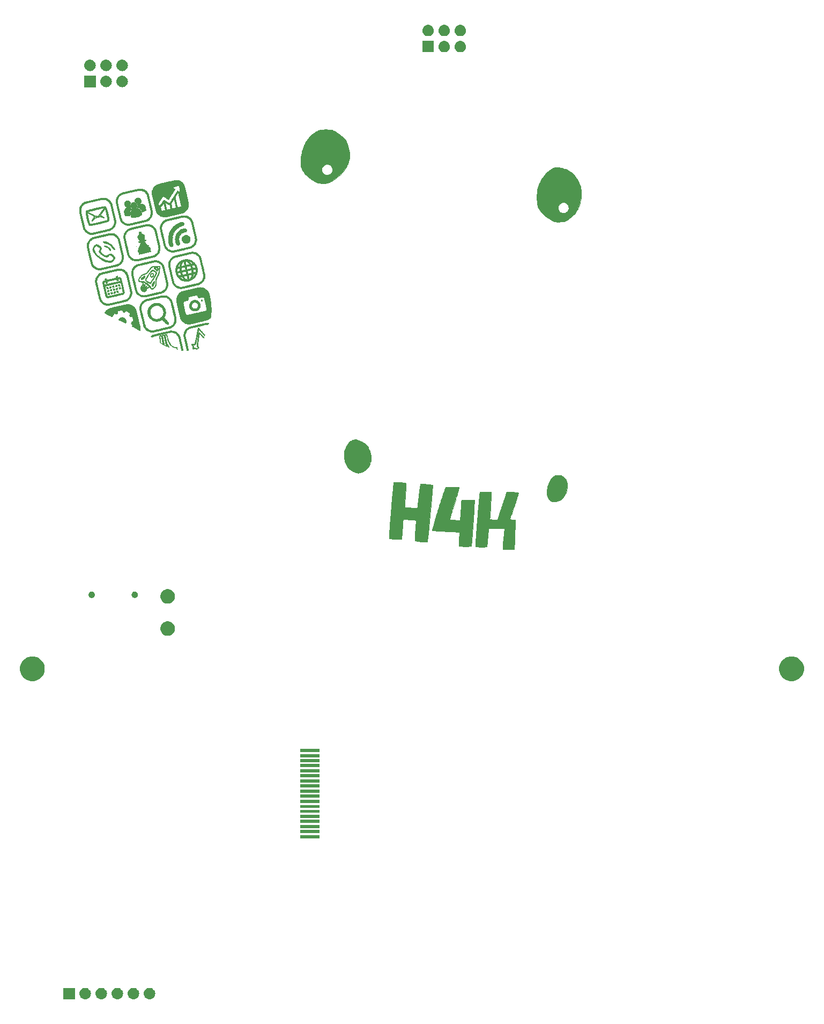
<source format=gts>
G04 #@! TF.GenerationSoftware,KiCad,Pcbnew,(5.0.2)-1*
G04 #@! TF.CreationDate,2019-03-20T23:13:44-06:00*
G04 #@! TF.ProjectId,Hak4Kidz2019,48616b34-4b69-4647-9a32-3031392e6b69,rev?*
G04 #@! TF.SameCoordinates,Original*
G04 #@! TF.FileFunction,Soldermask,Top*
G04 #@! TF.FilePolarity,Negative*
%FSLAX46Y46*%
G04 Gerber Fmt 4.6, Leading zero omitted, Abs format (unit mm)*
G04 Created by KiCad (PCBNEW (5.0.2)-1) date 3/20/2019 11:13:44 PM*
%MOMM*%
%LPD*%
G01*
G04 APERTURE LIST*
%ADD10C,0.010000*%
%ADD11C,0.100000*%
G04 APERTURE END LIST*
D10*
G04 #@! TO.C,G\002A\002A\002A*
G36*
X107806904Y-99850606D02*
X107943887Y-99853038D01*
X108067852Y-99857103D01*
X108178301Y-99862765D01*
X108274738Y-99869988D01*
X108356663Y-99878737D01*
X108423580Y-99888976D01*
X108474989Y-99900669D01*
X108510393Y-99913781D01*
X108526048Y-99924428D01*
X108533048Y-99936123D01*
X108538734Y-99956528D01*
X108543138Y-99986635D01*
X108546291Y-100027434D01*
X108548228Y-100079916D01*
X108548980Y-100145072D01*
X108548580Y-100223891D01*
X108547060Y-100317366D01*
X108544454Y-100426485D01*
X108543597Y-100457762D01*
X108535791Y-100711256D01*
X108526412Y-100972866D01*
X108515573Y-101240643D01*
X108503389Y-101512639D01*
X108489974Y-101786904D01*
X108475442Y-102061490D01*
X108459907Y-102334448D01*
X108443484Y-102603830D01*
X108426286Y-102867687D01*
X108408429Y-103124070D01*
X108390026Y-103371031D01*
X108371191Y-103606621D01*
X108352040Y-103828891D01*
X108335570Y-104006172D01*
X108329897Y-104065333D01*
X108324804Y-104119048D01*
X108320509Y-104164981D01*
X108317228Y-104200798D01*
X108315178Y-104224163D01*
X108314563Y-104232580D01*
X108323013Y-104234432D01*
X108348309Y-104236059D01*
X108390371Y-104237462D01*
X108449118Y-104238638D01*
X108524472Y-104239586D01*
X108616351Y-104240306D01*
X108724676Y-104240797D01*
X108849367Y-104241056D01*
X108934776Y-104241101D01*
X109554989Y-104241101D01*
X109818449Y-103439152D01*
X109851664Y-103338033D01*
X109889626Y-103222434D01*
X109931809Y-103093961D01*
X109977685Y-102954217D01*
X110026728Y-102804809D01*
X110078412Y-102647341D01*
X110132209Y-102483419D01*
X110187593Y-102314647D01*
X110244037Y-102142631D01*
X110301014Y-101968976D01*
X110357998Y-101795287D01*
X110414461Y-101623169D01*
X110469878Y-101454227D01*
X110523720Y-101290066D01*
X110532982Y-101261827D01*
X110581339Y-101114381D01*
X110628259Y-100971324D01*
X110673471Y-100833479D01*
X110716704Y-100701672D01*
X110757689Y-100576725D01*
X110796154Y-100459463D01*
X110831830Y-100350711D01*
X110864446Y-100251292D01*
X110893732Y-100162029D01*
X110919417Y-100083748D01*
X110941231Y-100017272D01*
X110958905Y-99963426D01*
X110972166Y-99923033D01*
X110980746Y-99896917D01*
X110984373Y-99885903D01*
X110984480Y-99885585D01*
X110992818Y-99885527D01*
X111016386Y-99885965D01*
X111053496Y-99886850D01*
X111102462Y-99888128D01*
X111161594Y-99889750D01*
X111229204Y-99891664D01*
X111303606Y-99893818D01*
X111383109Y-99896162D01*
X111466027Y-99898644D01*
X111550671Y-99901212D01*
X111635354Y-99903816D01*
X111718387Y-99906404D01*
X111798082Y-99908925D01*
X111872751Y-99911328D01*
X111940706Y-99913560D01*
X112000260Y-99915572D01*
X112049723Y-99917311D01*
X112087408Y-99918727D01*
X112111628Y-99919767D01*
X112114830Y-99919933D01*
X112239248Y-99927386D01*
X112355013Y-99935703D01*
X112461028Y-99944755D01*
X112556199Y-99954414D01*
X112639431Y-99964553D01*
X112709627Y-99975043D01*
X112765694Y-99985757D01*
X112806535Y-99996566D01*
X112822207Y-100002549D01*
X112837976Y-100015243D01*
X112842712Y-100036875D01*
X112842720Y-100038257D01*
X112839912Y-100066033D01*
X112831666Y-100108933D01*
X112818250Y-100166144D01*
X112799929Y-100236851D01*
X112776972Y-100320242D01*
X112749646Y-100415503D01*
X112718217Y-100521821D01*
X112682954Y-100638381D01*
X112644122Y-100764371D01*
X112601990Y-100898977D01*
X112556825Y-101041386D01*
X112508892Y-101190784D01*
X112458461Y-101346358D01*
X112405797Y-101507293D01*
X112351169Y-101672778D01*
X112294843Y-101841998D01*
X112237086Y-102014140D01*
X112178165Y-102188390D01*
X112118348Y-102363934D01*
X112057902Y-102539961D01*
X111997094Y-102715655D01*
X111936191Y-102890204D01*
X111875460Y-103062793D01*
X111815169Y-103232611D01*
X111755584Y-103398842D01*
X111696973Y-103560674D01*
X111639603Y-103717292D01*
X111594489Y-103839068D01*
X111569763Y-103906065D01*
X111547009Y-103968895D01*
X111526907Y-104025596D01*
X111510135Y-104074203D01*
X111497370Y-104112753D01*
X111489291Y-104139282D01*
X111486575Y-104151501D01*
X111488937Y-104169060D01*
X111497790Y-104184626D01*
X111514146Y-104198404D01*
X111539014Y-104210598D01*
X111573406Y-104221415D01*
X111618332Y-104231057D01*
X111674802Y-104239730D01*
X111743826Y-104247639D01*
X111826417Y-104254988D01*
X111923583Y-104261982D01*
X112036335Y-104268826D01*
X112076742Y-104271065D01*
X112141625Y-104274696D01*
X112200917Y-104278218D01*
X112252547Y-104281490D01*
X112294444Y-104284375D01*
X112324538Y-104286733D01*
X112340755Y-104288424D01*
X112342989Y-104288943D01*
X112343744Y-104298133D01*
X112344094Y-104323196D01*
X112344059Y-104363080D01*
X112343663Y-104416736D01*
X112342927Y-104483113D01*
X112341871Y-104561161D01*
X112340519Y-104649830D01*
X112338893Y-104748069D01*
X112337012Y-104854829D01*
X112334901Y-104969058D01*
X112332580Y-105089707D01*
X112330071Y-105215726D01*
X112327396Y-105346064D01*
X112324576Y-105479671D01*
X112321635Y-105615497D01*
X112318592Y-105752491D01*
X112315470Y-105889604D01*
X112312292Y-106025784D01*
X112309078Y-106159982D01*
X112305850Y-106291148D01*
X112302631Y-106418231D01*
X112299441Y-106540180D01*
X112296303Y-106655947D01*
X112293239Y-106764480D01*
X112290270Y-106864729D01*
X112288159Y-106932604D01*
X112282612Y-107103339D01*
X112277288Y-107259377D01*
X112272072Y-107402949D01*
X112266852Y-107536281D01*
X112261515Y-107661602D01*
X112255949Y-107781141D01*
X112250039Y-107897127D01*
X112243673Y-108011786D01*
X112236738Y-108127349D01*
X112229122Y-108246043D01*
X112220710Y-108370097D01*
X112211390Y-108501739D01*
X112202246Y-108627021D01*
X112178690Y-108946064D01*
X112127716Y-108950481D01*
X112108480Y-108951597D01*
X112073952Y-108953001D01*
X112025766Y-108954652D01*
X111965556Y-108956508D01*
X111894954Y-108958528D01*
X111815594Y-108960669D01*
X111729109Y-108962890D01*
X111637132Y-108965149D01*
X111541297Y-108967405D01*
X111443237Y-108969615D01*
X111344585Y-108971739D01*
X111246974Y-108973733D01*
X111152038Y-108975557D01*
X111133024Y-108975906D01*
X111063863Y-108976640D01*
X110987339Y-108976571D01*
X110909595Y-108975760D01*
X110836772Y-108974270D01*
X110777542Y-108972276D01*
X110693207Y-108967646D01*
X110616411Y-108961451D01*
X110549034Y-108953934D01*
X110492953Y-108945342D01*
X110450046Y-108935918D01*
X110422266Y-108925946D01*
X110408600Y-108916921D01*
X110400344Y-108904261D01*
X110395194Y-108882996D01*
X110392325Y-108861394D01*
X110389918Y-108823986D01*
X110389406Y-108770867D01*
X110390689Y-108703136D01*
X110393665Y-108621890D01*
X110398236Y-108528228D01*
X110404301Y-108423248D01*
X110411760Y-108308050D01*
X110420513Y-108183731D01*
X110430459Y-108051391D01*
X110441499Y-107912127D01*
X110453532Y-107767038D01*
X110466458Y-107617222D01*
X110480177Y-107463778D01*
X110494589Y-107307805D01*
X110509594Y-107150400D01*
X110525091Y-106992663D01*
X110540981Y-106835692D01*
X110557163Y-106680585D01*
X110573537Y-106528440D01*
X110590004Y-106380357D01*
X110606462Y-106237434D01*
X110622811Y-106100768D01*
X110638953Y-105971460D01*
X110654786Y-105850606D01*
X110670210Y-105739306D01*
X110685125Y-105638659D01*
X110687581Y-105622824D01*
X110690556Y-105603780D01*
X108171000Y-105603780D01*
X108166604Y-105622824D01*
X108161249Y-105651253D01*
X108154593Y-105695346D01*
X108146761Y-105753899D01*
X108137883Y-105825707D01*
X108128083Y-105909568D01*
X108117490Y-106004277D01*
X108106230Y-106108630D01*
X108094430Y-106221424D01*
X108082218Y-106341455D01*
X108069720Y-106467520D01*
X108057063Y-106598413D01*
X108044374Y-106732933D01*
X108031781Y-106869873D01*
X108019410Y-107008032D01*
X108014146Y-107068025D01*
X107995651Y-107277480D01*
X107978140Y-107470269D01*
X107961618Y-107646371D01*
X107946085Y-107805764D01*
X107931544Y-107948427D01*
X107917997Y-108074340D01*
X107905448Y-108183480D01*
X107893897Y-108275826D01*
X107883349Y-108351357D01*
X107873804Y-108410052D01*
X107865265Y-108451890D01*
X107858590Y-108474734D01*
X107846730Y-108493695D01*
X107825831Y-108508977D01*
X107793387Y-108521846D01*
X107746894Y-108533566D01*
X107738708Y-108535271D01*
X107676809Y-108545635D01*
X107602764Y-108554198D01*
X107518234Y-108561011D01*
X107424881Y-108566130D01*
X107324364Y-108569606D01*
X107218345Y-108571494D01*
X107108484Y-108571847D01*
X106996444Y-108570717D01*
X106883885Y-108568159D01*
X106772467Y-108564225D01*
X106663852Y-108558969D01*
X106559701Y-108552444D01*
X106461675Y-108544703D01*
X106371434Y-108535800D01*
X106290640Y-108525788D01*
X106220954Y-108514720D01*
X106164036Y-108502649D01*
X106121548Y-108489629D01*
X106106485Y-108482911D01*
X106075876Y-108466921D01*
X106077521Y-108299828D01*
X106078676Y-108247429D01*
X106081229Y-108179289D01*
X106085126Y-108096100D01*
X106090310Y-107998553D01*
X106096727Y-107887339D01*
X106104319Y-107763149D01*
X106113033Y-107626674D01*
X106122810Y-107478605D01*
X106133597Y-107319633D01*
X106145338Y-107150449D01*
X106157976Y-106971745D01*
X106171456Y-106784211D01*
X106185722Y-106588538D01*
X106200719Y-106385417D01*
X106216390Y-106175541D01*
X106232681Y-105959598D01*
X106249535Y-105738281D01*
X106266897Y-105512281D01*
X106284710Y-105282289D01*
X106302920Y-105048995D01*
X106321470Y-104813092D01*
X106340305Y-104575269D01*
X106359369Y-104336218D01*
X106378607Y-104096630D01*
X106397962Y-103857196D01*
X106417379Y-103618607D01*
X106436803Y-103381555D01*
X106456177Y-103146730D01*
X106475445Y-102914823D01*
X106494553Y-102686525D01*
X106513444Y-102462528D01*
X106532063Y-102243522D01*
X106550353Y-102030199D01*
X106568260Y-101823250D01*
X106585728Y-101623365D01*
X106602700Y-101431236D01*
X106619121Y-101247553D01*
X106634936Y-101073009D01*
X106650088Y-100908293D01*
X106664522Y-100754097D01*
X106678183Y-100611113D01*
X106691014Y-100480030D01*
X106702959Y-100361541D01*
X106713964Y-100256336D01*
X106723972Y-100165106D01*
X106732928Y-100088542D01*
X106740776Y-100027336D01*
X106747460Y-99982178D01*
X106748696Y-99974883D01*
X106754861Y-99944736D01*
X106763050Y-99924011D01*
X106776508Y-99910047D01*
X106798482Y-99900179D01*
X106832217Y-99891747D01*
X106855885Y-99886967D01*
X106894428Y-99879906D01*
X106933585Y-99873883D01*
X106975148Y-99868797D01*
X107020910Y-99864547D01*
X107072663Y-99861030D01*
X107132201Y-99858146D01*
X107201315Y-99855793D01*
X107281798Y-99853871D01*
X107375443Y-99852276D01*
X107484042Y-99850909D01*
X107495880Y-99850780D01*
X107657403Y-99849841D01*
X107806904Y-99850606D01*
X107806904Y-99850606D01*
G37*
X107806904Y-99850606D02*
X107943887Y-99853038D01*
X108067852Y-99857103D01*
X108178301Y-99862765D01*
X108274738Y-99869988D01*
X108356663Y-99878737D01*
X108423580Y-99888976D01*
X108474989Y-99900669D01*
X108510393Y-99913781D01*
X108526048Y-99924428D01*
X108533048Y-99936123D01*
X108538734Y-99956528D01*
X108543138Y-99986635D01*
X108546291Y-100027434D01*
X108548228Y-100079916D01*
X108548980Y-100145072D01*
X108548580Y-100223891D01*
X108547060Y-100317366D01*
X108544454Y-100426485D01*
X108543597Y-100457762D01*
X108535791Y-100711256D01*
X108526412Y-100972866D01*
X108515573Y-101240643D01*
X108503389Y-101512639D01*
X108489974Y-101786904D01*
X108475442Y-102061490D01*
X108459907Y-102334448D01*
X108443484Y-102603830D01*
X108426286Y-102867687D01*
X108408429Y-103124070D01*
X108390026Y-103371031D01*
X108371191Y-103606621D01*
X108352040Y-103828891D01*
X108335570Y-104006172D01*
X108329897Y-104065333D01*
X108324804Y-104119048D01*
X108320509Y-104164981D01*
X108317228Y-104200798D01*
X108315178Y-104224163D01*
X108314563Y-104232580D01*
X108323013Y-104234432D01*
X108348309Y-104236059D01*
X108390371Y-104237462D01*
X108449118Y-104238638D01*
X108524472Y-104239586D01*
X108616351Y-104240306D01*
X108724676Y-104240797D01*
X108849367Y-104241056D01*
X108934776Y-104241101D01*
X109554989Y-104241101D01*
X109818449Y-103439152D01*
X109851664Y-103338033D01*
X109889626Y-103222434D01*
X109931809Y-103093961D01*
X109977685Y-102954217D01*
X110026728Y-102804809D01*
X110078412Y-102647341D01*
X110132209Y-102483419D01*
X110187593Y-102314647D01*
X110244037Y-102142631D01*
X110301014Y-101968976D01*
X110357998Y-101795287D01*
X110414461Y-101623169D01*
X110469878Y-101454227D01*
X110523720Y-101290066D01*
X110532982Y-101261827D01*
X110581339Y-101114381D01*
X110628259Y-100971324D01*
X110673471Y-100833479D01*
X110716704Y-100701672D01*
X110757689Y-100576725D01*
X110796154Y-100459463D01*
X110831830Y-100350711D01*
X110864446Y-100251292D01*
X110893732Y-100162029D01*
X110919417Y-100083748D01*
X110941231Y-100017272D01*
X110958905Y-99963426D01*
X110972166Y-99923033D01*
X110980746Y-99896917D01*
X110984373Y-99885903D01*
X110984480Y-99885585D01*
X110992818Y-99885527D01*
X111016386Y-99885965D01*
X111053496Y-99886850D01*
X111102462Y-99888128D01*
X111161594Y-99889750D01*
X111229204Y-99891664D01*
X111303606Y-99893818D01*
X111383109Y-99896162D01*
X111466027Y-99898644D01*
X111550671Y-99901212D01*
X111635354Y-99903816D01*
X111718387Y-99906404D01*
X111798082Y-99908925D01*
X111872751Y-99911328D01*
X111940706Y-99913560D01*
X112000260Y-99915572D01*
X112049723Y-99917311D01*
X112087408Y-99918727D01*
X112111628Y-99919767D01*
X112114830Y-99919933D01*
X112239248Y-99927386D01*
X112355013Y-99935703D01*
X112461028Y-99944755D01*
X112556199Y-99954414D01*
X112639431Y-99964553D01*
X112709627Y-99975043D01*
X112765694Y-99985757D01*
X112806535Y-99996566D01*
X112822207Y-100002549D01*
X112837976Y-100015243D01*
X112842712Y-100036875D01*
X112842720Y-100038257D01*
X112839912Y-100066033D01*
X112831666Y-100108933D01*
X112818250Y-100166144D01*
X112799929Y-100236851D01*
X112776972Y-100320242D01*
X112749646Y-100415503D01*
X112718217Y-100521821D01*
X112682954Y-100638381D01*
X112644122Y-100764371D01*
X112601990Y-100898977D01*
X112556825Y-101041386D01*
X112508892Y-101190784D01*
X112458461Y-101346358D01*
X112405797Y-101507293D01*
X112351169Y-101672778D01*
X112294843Y-101841998D01*
X112237086Y-102014140D01*
X112178165Y-102188390D01*
X112118348Y-102363934D01*
X112057902Y-102539961D01*
X111997094Y-102715655D01*
X111936191Y-102890204D01*
X111875460Y-103062793D01*
X111815169Y-103232611D01*
X111755584Y-103398842D01*
X111696973Y-103560674D01*
X111639603Y-103717292D01*
X111594489Y-103839068D01*
X111569763Y-103906065D01*
X111547009Y-103968895D01*
X111526907Y-104025596D01*
X111510135Y-104074203D01*
X111497370Y-104112753D01*
X111489291Y-104139282D01*
X111486575Y-104151501D01*
X111488937Y-104169060D01*
X111497790Y-104184626D01*
X111514146Y-104198404D01*
X111539014Y-104210598D01*
X111573406Y-104221415D01*
X111618332Y-104231057D01*
X111674802Y-104239730D01*
X111743826Y-104247639D01*
X111826417Y-104254988D01*
X111923583Y-104261982D01*
X112036335Y-104268826D01*
X112076742Y-104271065D01*
X112141625Y-104274696D01*
X112200917Y-104278218D01*
X112252547Y-104281490D01*
X112294444Y-104284375D01*
X112324538Y-104286733D01*
X112340755Y-104288424D01*
X112342989Y-104288943D01*
X112343744Y-104298133D01*
X112344094Y-104323196D01*
X112344059Y-104363080D01*
X112343663Y-104416736D01*
X112342927Y-104483113D01*
X112341871Y-104561161D01*
X112340519Y-104649830D01*
X112338893Y-104748069D01*
X112337012Y-104854829D01*
X112334901Y-104969058D01*
X112332580Y-105089707D01*
X112330071Y-105215726D01*
X112327396Y-105346064D01*
X112324576Y-105479671D01*
X112321635Y-105615497D01*
X112318592Y-105752491D01*
X112315470Y-105889604D01*
X112312292Y-106025784D01*
X112309078Y-106159982D01*
X112305850Y-106291148D01*
X112302631Y-106418231D01*
X112299441Y-106540180D01*
X112296303Y-106655947D01*
X112293239Y-106764480D01*
X112290270Y-106864729D01*
X112288159Y-106932604D01*
X112282612Y-107103339D01*
X112277288Y-107259377D01*
X112272072Y-107402949D01*
X112266852Y-107536281D01*
X112261515Y-107661602D01*
X112255949Y-107781141D01*
X112250039Y-107897127D01*
X112243673Y-108011786D01*
X112236738Y-108127349D01*
X112229122Y-108246043D01*
X112220710Y-108370097D01*
X112211390Y-108501739D01*
X112202246Y-108627021D01*
X112178690Y-108946064D01*
X112127716Y-108950481D01*
X112108480Y-108951597D01*
X112073952Y-108953001D01*
X112025766Y-108954652D01*
X111965556Y-108956508D01*
X111894954Y-108958528D01*
X111815594Y-108960669D01*
X111729109Y-108962890D01*
X111637132Y-108965149D01*
X111541297Y-108967405D01*
X111443237Y-108969615D01*
X111344585Y-108971739D01*
X111246974Y-108973733D01*
X111152038Y-108975557D01*
X111133024Y-108975906D01*
X111063863Y-108976640D01*
X110987339Y-108976571D01*
X110909595Y-108975760D01*
X110836772Y-108974270D01*
X110777542Y-108972276D01*
X110693207Y-108967646D01*
X110616411Y-108961451D01*
X110549034Y-108953934D01*
X110492953Y-108945342D01*
X110450046Y-108935918D01*
X110422266Y-108925946D01*
X110408600Y-108916921D01*
X110400344Y-108904261D01*
X110395194Y-108882996D01*
X110392325Y-108861394D01*
X110389918Y-108823986D01*
X110389406Y-108770867D01*
X110390689Y-108703136D01*
X110393665Y-108621890D01*
X110398236Y-108528228D01*
X110404301Y-108423248D01*
X110411760Y-108308050D01*
X110420513Y-108183731D01*
X110430459Y-108051391D01*
X110441499Y-107912127D01*
X110453532Y-107767038D01*
X110466458Y-107617222D01*
X110480177Y-107463778D01*
X110494589Y-107307805D01*
X110509594Y-107150400D01*
X110525091Y-106992663D01*
X110540981Y-106835692D01*
X110557163Y-106680585D01*
X110573537Y-106528440D01*
X110590004Y-106380357D01*
X110606462Y-106237434D01*
X110622811Y-106100768D01*
X110638953Y-105971460D01*
X110654786Y-105850606D01*
X110670210Y-105739306D01*
X110685125Y-105638659D01*
X110687581Y-105622824D01*
X110690556Y-105603780D01*
X108171000Y-105603780D01*
X108166604Y-105622824D01*
X108161249Y-105651253D01*
X108154593Y-105695346D01*
X108146761Y-105753899D01*
X108137883Y-105825707D01*
X108128083Y-105909568D01*
X108117490Y-106004277D01*
X108106230Y-106108630D01*
X108094430Y-106221424D01*
X108082218Y-106341455D01*
X108069720Y-106467520D01*
X108057063Y-106598413D01*
X108044374Y-106732933D01*
X108031781Y-106869873D01*
X108019410Y-107008032D01*
X108014146Y-107068025D01*
X107995651Y-107277480D01*
X107978140Y-107470269D01*
X107961618Y-107646371D01*
X107946085Y-107805764D01*
X107931544Y-107948427D01*
X107917997Y-108074340D01*
X107905448Y-108183480D01*
X107893897Y-108275826D01*
X107883349Y-108351357D01*
X107873804Y-108410052D01*
X107865265Y-108451890D01*
X107858590Y-108474734D01*
X107846730Y-108493695D01*
X107825831Y-108508977D01*
X107793387Y-108521846D01*
X107746894Y-108533566D01*
X107738708Y-108535271D01*
X107676809Y-108545635D01*
X107602764Y-108554198D01*
X107518234Y-108561011D01*
X107424881Y-108566130D01*
X107324364Y-108569606D01*
X107218345Y-108571494D01*
X107108484Y-108571847D01*
X106996444Y-108570717D01*
X106883885Y-108568159D01*
X106772467Y-108564225D01*
X106663852Y-108558969D01*
X106559701Y-108552444D01*
X106461675Y-108544703D01*
X106371434Y-108535800D01*
X106290640Y-108525788D01*
X106220954Y-108514720D01*
X106164036Y-108502649D01*
X106121548Y-108489629D01*
X106106485Y-108482911D01*
X106075876Y-108466921D01*
X106077521Y-108299828D01*
X106078676Y-108247429D01*
X106081229Y-108179289D01*
X106085126Y-108096100D01*
X106090310Y-107998553D01*
X106096727Y-107887339D01*
X106104319Y-107763149D01*
X106113033Y-107626674D01*
X106122810Y-107478605D01*
X106133597Y-107319633D01*
X106145338Y-107150449D01*
X106157976Y-106971745D01*
X106171456Y-106784211D01*
X106185722Y-106588538D01*
X106200719Y-106385417D01*
X106216390Y-106175541D01*
X106232681Y-105959598D01*
X106249535Y-105738281D01*
X106266897Y-105512281D01*
X106284710Y-105282289D01*
X106302920Y-105048995D01*
X106321470Y-104813092D01*
X106340305Y-104575269D01*
X106359369Y-104336218D01*
X106378607Y-104096630D01*
X106397962Y-103857196D01*
X106417379Y-103618607D01*
X106436803Y-103381555D01*
X106456177Y-103146730D01*
X106475445Y-102914823D01*
X106494553Y-102686525D01*
X106513444Y-102462528D01*
X106532063Y-102243522D01*
X106550353Y-102030199D01*
X106568260Y-101823250D01*
X106585728Y-101623365D01*
X106602700Y-101431236D01*
X106619121Y-101247553D01*
X106634936Y-101073009D01*
X106650088Y-100908293D01*
X106664522Y-100754097D01*
X106678183Y-100611113D01*
X106691014Y-100480030D01*
X106702959Y-100361541D01*
X106713964Y-100256336D01*
X106723972Y-100165106D01*
X106732928Y-100088542D01*
X106740776Y-100027336D01*
X106747460Y-99982178D01*
X106748696Y-99974883D01*
X106754861Y-99944736D01*
X106763050Y-99924011D01*
X106776508Y-99910047D01*
X106798482Y-99900179D01*
X106832217Y-99891747D01*
X106855885Y-99886967D01*
X106894428Y-99879906D01*
X106933585Y-99873883D01*
X106975148Y-99868797D01*
X107020910Y-99864547D01*
X107072663Y-99861030D01*
X107132201Y-99858146D01*
X107201315Y-99855793D01*
X107281798Y-99853871D01*
X107375443Y-99852276D01*
X107484042Y-99850909D01*
X107495880Y-99850780D01*
X107657403Y-99849841D01*
X107806904Y-99850606D01*
G36*
X102508093Y-99080746D02*
X102623099Y-99081795D01*
X102734666Y-99083613D01*
X102841097Y-99086213D01*
X102940696Y-99089608D01*
X103031767Y-99093809D01*
X103112613Y-99098831D01*
X103172777Y-99103825D01*
X103261921Y-99114249D01*
X103334723Y-99126857D01*
X103391077Y-99141621D01*
X103430875Y-99158509D01*
X103454012Y-99177493D01*
X103457867Y-99183977D01*
X103460289Y-99203281D01*
X103457269Y-99238573D01*
X103448817Y-99289814D01*
X103434943Y-99356967D01*
X103415659Y-99439995D01*
X103390974Y-99538859D01*
X103360899Y-99653522D01*
X103325446Y-99783946D01*
X103284624Y-99930094D01*
X103238445Y-100091927D01*
X103186918Y-100269408D01*
X103130055Y-100462500D01*
X103067867Y-100671164D01*
X103000363Y-100895363D01*
X102927555Y-101135059D01*
X102849453Y-101390214D01*
X102766068Y-101660791D01*
X102690361Y-101905080D01*
X102612774Y-102155074D01*
X102539406Y-102391962D01*
X102470315Y-102615556D01*
X102405555Y-102825668D01*
X102345185Y-103022112D01*
X102289260Y-103204700D01*
X102237837Y-103373245D01*
X102190972Y-103527559D01*
X102148723Y-103667455D01*
X102111146Y-103792746D01*
X102078296Y-103903244D01*
X102050232Y-103998762D01*
X102027009Y-104079114D01*
X102008683Y-104144110D01*
X101995312Y-104193565D01*
X101986953Y-104227290D01*
X101983660Y-104245099D01*
X101983607Y-104246343D01*
X101986045Y-104256963D01*
X101994726Y-104265699D01*
X102011702Y-104273182D01*
X102039023Y-104280045D01*
X102078741Y-104286920D01*
X102132907Y-104294440D01*
X102144420Y-104295920D01*
X102194350Y-104301785D01*
X102246787Y-104306886D01*
X102303147Y-104311266D01*
X102364847Y-104314971D01*
X102433303Y-104318045D01*
X102509930Y-104320533D01*
X102596145Y-104322479D01*
X102693364Y-104323927D01*
X102803003Y-104324923D01*
X102926479Y-104325510D01*
X103065207Y-104325734D01*
X103092043Y-104325739D01*
X103650984Y-104325739D01*
X103651008Y-104306696D01*
X103651630Y-104290610D01*
X103653438Y-104258490D01*
X103656371Y-104211180D01*
X103660370Y-104149528D01*
X103665374Y-104074379D01*
X103671324Y-103986581D01*
X103678160Y-103886980D01*
X103685822Y-103776421D01*
X103694249Y-103655753D01*
X103703382Y-103525820D01*
X103713161Y-103387469D01*
X103723526Y-103241548D01*
X103734417Y-103088902D01*
X103745774Y-102930377D01*
X103757537Y-102766820D01*
X103769646Y-102599078D01*
X103782041Y-102427997D01*
X103794663Y-102254423D01*
X103807450Y-102079203D01*
X103820345Y-101903184D01*
X103833285Y-101727210D01*
X103843895Y-101583454D01*
X103875496Y-101156029D01*
X104048895Y-101150815D01*
X104257374Y-101144823D01*
X104452593Y-101139780D01*
X104634141Y-101135690D01*
X104801607Y-101132558D01*
X104954580Y-101130390D01*
X105092649Y-101129189D01*
X105215402Y-101128962D01*
X105322430Y-101129713D01*
X105413320Y-101131446D01*
X105477732Y-101133703D01*
X105582130Y-101138987D01*
X105670173Y-101144761D01*
X105742428Y-101151088D01*
X105799462Y-101158028D01*
X105841843Y-101165643D01*
X105870136Y-101173995D01*
X105876681Y-101177031D01*
X105896522Y-101187650D01*
X105891184Y-101485002D01*
X105889078Y-101575733D01*
X105885792Y-101680500D01*
X105881380Y-101798518D01*
X105875897Y-101929001D01*
X105869397Y-102071166D01*
X105861933Y-102224227D01*
X105853560Y-102387401D01*
X105844333Y-102559903D01*
X105834305Y-102740947D01*
X105823530Y-102929750D01*
X105812063Y-103125526D01*
X105799957Y-103327492D01*
X105787268Y-103534863D01*
X105774049Y-103746853D01*
X105760354Y-103962679D01*
X105746237Y-104181555D01*
X105731753Y-104402698D01*
X105716956Y-104625322D01*
X105701900Y-104848643D01*
X105686639Y-105071876D01*
X105671228Y-105294238D01*
X105655720Y-105514942D01*
X105640169Y-105733205D01*
X105624631Y-105948242D01*
X105609158Y-106159268D01*
X105593806Y-106365499D01*
X105578627Y-106566150D01*
X105563678Y-106760437D01*
X105549011Y-106947574D01*
X105534680Y-107126778D01*
X105520741Y-107297264D01*
X105507247Y-107458246D01*
X105494252Y-107608942D01*
X105481811Y-107748565D01*
X105469978Y-107876331D01*
X105458806Y-107991456D01*
X105448350Y-108093155D01*
X105438664Y-108180644D01*
X105429803Y-108253138D01*
X105421820Y-108309852D01*
X105418680Y-108329138D01*
X105412729Y-108359736D01*
X105406614Y-108384866D01*
X105402169Y-108397862D01*
X105384495Y-108415000D01*
X105349997Y-108430395D01*
X105298691Y-108444044D01*
X105230591Y-108455943D01*
X105145710Y-108466090D01*
X105064446Y-108473037D01*
X105010918Y-108476196D01*
X104943448Y-108478966D01*
X104865022Y-108481316D01*
X104778623Y-108483216D01*
X104687234Y-108484636D01*
X104593840Y-108485545D01*
X104501422Y-108485913D01*
X104412966Y-108485709D01*
X104331454Y-108484903D01*
X104259871Y-108483465D01*
X104209598Y-108481746D01*
X104074040Y-108474958D01*
X103949662Y-108466887D01*
X103837248Y-108457627D01*
X103737587Y-108447275D01*
X103651464Y-108435924D01*
X103579666Y-108423671D01*
X103522980Y-108410610D01*
X103482192Y-108396837D01*
X103473288Y-108392640D01*
X103453078Y-108375984D01*
X103442928Y-108349568D01*
X103442742Y-108348596D01*
X103441031Y-108329409D01*
X103440026Y-108295476D01*
X103439677Y-108248965D01*
X103439935Y-108192040D01*
X103440751Y-108126869D01*
X103442074Y-108055617D01*
X103443855Y-107980449D01*
X103446044Y-107903533D01*
X103448593Y-107827033D01*
X103451450Y-107753117D01*
X103454567Y-107683949D01*
X103457893Y-107621695D01*
X103460257Y-107584320D01*
X103464377Y-107525105D01*
X103469489Y-107453314D01*
X103475278Y-107373251D01*
X103481431Y-107289218D01*
X103487636Y-107205517D01*
X103493578Y-107126451D01*
X103494157Y-107118808D01*
X103504381Y-106981620D01*
X103513982Y-106847849D01*
X103522801Y-106719871D01*
X103530682Y-106600059D01*
X103537466Y-106490789D01*
X103542997Y-106394434D01*
X103545889Y-106338963D01*
X103551602Y-106223530D01*
X103510307Y-106218332D01*
X103485404Y-106215899D01*
X103444223Y-106212788D01*
X103387400Y-106209032D01*
X103315568Y-106204663D01*
X103229363Y-106199715D01*
X103129420Y-106194219D01*
X103016373Y-106188208D01*
X102890858Y-106181714D01*
X102753510Y-106174772D01*
X102604963Y-106167412D01*
X102445852Y-106159668D01*
X102276812Y-106151572D01*
X102098479Y-106143157D01*
X101911486Y-106134456D01*
X101716470Y-106125500D01*
X101598502Y-106120138D01*
X101360958Y-106109134D01*
X101133602Y-106098105D01*
X100916878Y-106087083D01*
X100711229Y-106076100D01*
X100517100Y-106065185D01*
X100334934Y-106054370D01*
X100165175Y-106043686D01*
X100008266Y-106033164D01*
X99864653Y-106022834D01*
X99734777Y-106012729D01*
X99619084Y-106002878D01*
X99518018Y-105993313D01*
X99432021Y-105984065D01*
X99361538Y-105975165D01*
X99307013Y-105966643D01*
X99268890Y-105958531D01*
X99264011Y-105957177D01*
X99231685Y-105947767D01*
X99237248Y-105904847D01*
X99243333Y-105869767D01*
X99254405Y-105819295D01*
X99270243Y-105754148D01*
X99290624Y-105675041D01*
X99315329Y-105582690D01*
X99344135Y-105477810D01*
X99376821Y-105361117D01*
X99413167Y-105233326D01*
X99452949Y-105095153D01*
X99495949Y-104947313D01*
X99541943Y-104790523D01*
X99590711Y-104625497D01*
X99642031Y-104452951D01*
X99695682Y-104273601D01*
X99751444Y-104088162D01*
X99809093Y-103897350D01*
X99868410Y-103701881D01*
X99929173Y-103502469D01*
X99991160Y-103299831D01*
X100054151Y-103094682D01*
X100117923Y-102887738D01*
X100182256Y-102679714D01*
X100246929Y-102471326D01*
X100311719Y-102263289D01*
X100376406Y-102056319D01*
X100440769Y-101851131D01*
X100504585Y-101648442D01*
X100567635Y-101448966D01*
X100629696Y-101253420D01*
X100690547Y-101062518D01*
X100749967Y-100876976D01*
X100807734Y-100697510D01*
X100863628Y-100524836D01*
X100917427Y-100359669D01*
X100968909Y-100202724D01*
X101017854Y-100054717D01*
X101064039Y-99916364D01*
X101107245Y-99788380D01*
X101147249Y-99671481D01*
X101183829Y-99566383D01*
X101216766Y-99473800D01*
X101245837Y-99394449D01*
X101270822Y-99329045D01*
X101271611Y-99327038D01*
X101297311Y-99266250D01*
X101322124Y-99219549D01*
X101348733Y-99184473D01*
X101379817Y-99158560D01*
X101418059Y-99139349D01*
X101466141Y-99124380D01*
X101501168Y-99116339D01*
X101542050Y-99109766D01*
X101598154Y-99103822D01*
X101667780Y-99098520D01*
X101749235Y-99093873D01*
X101840820Y-99089894D01*
X101940841Y-99086594D01*
X102047599Y-99083988D01*
X102159400Y-99082088D01*
X102274547Y-99080905D01*
X102391344Y-99080454D01*
X102508093Y-99080746D01*
X102508093Y-99080746D01*
G37*
X102508093Y-99080746D02*
X102623099Y-99081795D01*
X102734666Y-99083613D01*
X102841097Y-99086213D01*
X102940696Y-99089608D01*
X103031767Y-99093809D01*
X103112613Y-99098831D01*
X103172777Y-99103825D01*
X103261921Y-99114249D01*
X103334723Y-99126857D01*
X103391077Y-99141621D01*
X103430875Y-99158509D01*
X103454012Y-99177493D01*
X103457867Y-99183977D01*
X103460289Y-99203281D01*
X103457269Y-99238573D01*
X103448817Y-99289814D01*
X103434943Y-99356967D01*
X103415659Y-99439995D01*
X103390974Y-99538859D01*
X103360899Y-99653522D01*
X103325446Y-99783946D01*
X103284624Y-99930094D01*
X103238445Y-100091927D01*
X103186918Y-100269408D01*
X103130055Y-100462500D01*
X103067867Y-100671164D01*
X103000363Y-100895363D01*
X102927555Y-101135059D01*
X102849453Y-101390214D01*
X102766068Y-101660791D01*
X102690361Y-101905080D01*
X102612774Y-102155074D01*
X102539406Y-102391962D01*
X102470315Y-102615556D01*
X102405555Y-102825668D01*
X102345185Y-103022112D01*
X102289260Y-103204700D01*
X102237837Y-103373245D01*
X102190972Y-103527559D01*
X102148723Y-103667455D01*
X102111146Y-103792746D01*
X102078296Y-103903244D01*
X102050232Y-103998762D01*
X102027009Y-104079114D01*
X102008683Y-104144110D01*
X101995312Y-104193565D01*
X101986953Y-104227290D01*
X101983660Y-104245099D01*
X101983607Y-104246343D01*
X101986045Y-104256963D01*
X101994726Y-104265699D01*
X102011702Y-104273182D01*
X102039023Y-104280045D01*
X102078741Y-104286920D01*
X102132907Y-104294440D01*
X102144420Y-104295920D01*
X102194350Y-104301785D01*
X102246787Y-104306886D01*
X102303147Y-104311266D01*
X102364847Y-104314971D01*
X102433303Y-104318045D01*
X102509930Y-104320533D01*
X102596145Y-104322479D01*
X102693364Y-104323927D01*
X102803003Y-104324923D01*
X102926479Y-104325510D01*
X103065207Y-104325734D01*
X103092043Y-104325739D01*
X103650984Y-104325739D01*
X103651008Y-104306696D01*
X103651630Y-104290610D01*
X103653438Y-104258490D01*
X103656371Y-104211180D01*
X103660370Y-104149528D01*
X103665374Y-104074379D01*
X103671324Y-103986581D01*
X103678160Y-103886980D01*
X103685822Y-103776421D01*
X103694249Y-103655753D01*
X103703382Y-103525820D01*
X103713161Y-103387469D01*
X103723526Y-103241548D01*
X103734417Y-103088902D01*
X103745774Y-102930377D01*
X103757537Y-102766820D01*
X103769646Y-102599078D01*
X103782041Y-102427997D01*
X103794663Y-102254423D01*
X103807450Y-102079203D01*
X103820345Y-101903184D01*
X103833285Y-101727210D01*
X103843895Y-101583454D01*
X103875496Y-101156029D01*
X104048895Y-101150815D01*
X104257374Y-101144823D01*
X104452593Y-101139780D01*
X104634141Y-101135690D01*
X104801607Y-101132558D01*
X104954580Y-101130390D01*
X105092649Y-101129189D01*
X105215402Y-101128962D01*
X105322430Y-101129713D01*
X105413320Y-101131446D01*
X105477732Y-101133703D01*
X105582130Y-101138987D01*
X105670173Y-101144761D01*
X105742428Y-101151088D01*
X105799462Y-101158028D01*
X105841843Y-101165643D01*
X105870136Y-101173995D01*
X105876681Y-101177031D01*
X105896522Y-101187650D01*
X105891184Y-101485002D01*
X105889078Y-101575733D01*
X105885792Y-101680500D01*
X105881380Y-101798518D01*
X105875897Y-101929001D01*
X105869397Y-102071166D01*
X105861933Y-102224227D01*
X105853560Y-102387401D01*
X105844333Y-102559903D01*
X105834305Y-102740947D01*
X105823530Y-102929750D01*
X105812063Y-103125526D01*
X105799957Y-103327492D01*
X105787268Y-103534863D01*
X105774049Y-103746853D01*
X105760354Y-103962679D01*
X105746237Y-104181555D01*
X105731753Y-104402698D01*
X105716956Y-104625322D01*
X105701900Y-104848643D01*
X105686639Y-105071876D01*
X105671228Y-105294238D01*
X105655720Y-105514942D01*
X105640169Y-105733205D01*
X105624631Y-105948242D01*
X105609158Y-106159268D01*
X105593806Y-106365499D01*
X105578627Y-106566150D01*
X105563678Y-106760437D01*
X105549011Y-106947574D01*
X105534680Y-107126778D01*
X105520741Y-107297264D01*
X105507247Y-107458246D01*
X105494252Y-107608942D01*
X105481811Y-107748565D01*
X105469978Y-107876331D01*
X105458806Y-107991456D01*
X105448350Y-108093155D01*
X105438664Y-108180644D01*
X105429803Y-108253138D01*
X105421820Y-108309852D01*
X105418680Y-108329138D01*
X105412729Y-108359736D01*
X105406614Y-108384866D01*
X105402169Y-108397862D01*
X105384495Y-108415000D01*
X105349997Y-108430395D01*
X105298691Y-108444044D01*
X105230591Y-108455943D01*
X105145710Y-108466090D01*
X105064446Y-108473037D01*
X105010918Y-108476196D01*
X104943448Y-108478966D01*
X104865022Y-108481316D01*
X104778623Y-108483216D01*
X104687234Y-108484636D01*
X104593840Y-108485545D01*
X104501422Y-108485913D01*
X104412966Y-108485709D01*
X104331454Y-108484903D01*
X104259871Y-108483465D01*
X104209598Y-108481746D01*
X104074040Y-108474958D01*
X103949662Y-108466887D01*
X103837248Y-108457627D01*
X103737587Y-108447275D01*
X103651464Y-108435924D01*
X103579666Y-108423671D01*
X103522980Y-108410610D01*
X103482192Y-108396837D01*
X103473288Y-108392640D01*
X103453078Y-108375984D01*
X103442928Y-108349568D01*
X103442742Y-108348596D01*
X103441031Y-108329409D01*
X103440026Y-108295476D01*
X103439677Y-108248965D01*
X103439935Y-108192040D01*
X103440751Y-108126869D01*
X103442074Y-108055617D01*
X103443855Y-107980449D01*
X103446044Y-107903533D01*
X103448593Y-107827033D01*
X103451450Y-107753117D01*
X103454567Y-107683949D01*
X103457893Y-107621695D01*
X103460257Y-107584320D01*
X103464377Y-107525105D01*
X103469489Y-107453314D01*
X103475278Y-107373251D01*
X103481431Y-107289218D01*
X103487636Y-107205517D01*
X103493578Y-107126451D01*
X103494157Y-107118808D01*
X103504381Y-106981620D01*
X103513982Y-106847849D01*
X103522801Y-106719871D01*
X103530682Y-106600059D01*
X103537466Y-106490789D01*
X103542997Y-106394434D01*
X103545889Y-106338963D01*
X103551602Y-106223530D01*
X103510307Y-106218332D01*
X103485404Y-106215899D01*
X103444223Y-106212788D01*
X103387400Y-106209032D01*
X103315568Y-106204663D01*
X103229363Y-106199715D01*
X103129420Y-106194219D01*
X103016373Y-106188208D01*
X102890858Y-106181714D01*
X102753510Y-106174772D01*
X102604963Y-106167412D01*
X102445852Y-106159668D01*
X102276812Y-106151572D01*
X102098479Y-106143157D01*
X101911486Y-106134456D01*
X101716470Y-106125500D01*
X101598502Y-106120138D01*
X101360958Y-106109134D01*
X101133602Y-106098105D01*
X100916878Y-106087083D01*
X100711229Y-106076100D01*
X100517100Y-106065185D01*
X100334934Y-106054370D01*
X100165175Y-106043686D01*
X100008266Y-106033164D01*
X99864653Y-106022834D01*
X99734777Y-106012729D01*
X99619084Y-106002878D01*
X99518018Y-105993313D01*
X99432021Y-105984065D01*
X99361538Y-105975165D01*
X99307013Y-105966643D01*
X99268890Y-105958531D01*
X99264011Y-105957177D01*
X99231685Y-105947767D01*
X99237248Y-105904847D01*
X99243333Y-105869767D01*
X99254405Y-105819295D01*
X99270243Y-105754148D01*
X99290624Y-105675041D01*
X99315329Y-105582690D01*
X99344135Y-105477810D01*
X99376821Y-105361117D01*
X99413167Y-105233326D01*
X99452949Y-105095153D01*
X99495949Y-104947313D01*
X99541943Y-104790523D01*
X99590711Y-104625497D01*
X99642031Y-104452951D01*
X99695682Y-104273601D01*
X99751444Y-104088162D01*
X99809093Y-103897350D01*
X99868410Y-103701881D01*
X99929173Y-103502469D01*
X99991160Y-103299831D01*
X100054151Y-103094682D01*
X100117923Y-102887738D01*
X100182256Y-102679714D01*
X100246929Y-102471326D01*
X100311719Y-102263289D01*
X100376406Y-102056319D01*
X100440769Y-101851131D01*
X100504585Y-101648442D01*
X100567635Y-101448966D01*
X100629696Y-101253420D01*
X100690547Y-101062518D01*
X100749967Y-100876976D01*
X100807734Y-100697510D01*
X100863628Y-100524836D01*
X100917427Y-100359669D01*
X100968909Y-100202724D01*
X101017854Y-100054717D01*
X101064039Y-99916364D01*
X101107245Y-99788380D01*
X101147249Y-99671481D01*
X101183829Y-99566383D01*
X101216766Y-99473800D01*
X101245837Y-99394449D01*
X101270822Y-99329045D01*
X101271611Y-99327038D01*
X101297311Y-99266250D01*
X101322124Y-99219549D01*
X101348733Y-99184473D01*
X101379817Y-99158560D01*
X101418059Y-99139349D01*
X101466141Y-99124380D01*
X101501168Y-99116339D01*
X101542050Y-99109766D01*
X101598154Y-99103822D01*
X101667780Y-99098520D01*
X101749235Y-99093873D01*
X101840820Y-99089894D01*
X101940841Y-99086594D01*
X102047599Y-99083988D01*
X102159400Y-99082088D01*
X102274547Y-99080905D01*
X102391344Y-99080454D01*
X102508093Y-99080746D01*
G36*
X93660816Y-98346286D02*
X93738065Y-98347084D01*
X93813147Y-98348340D01*
X93883939Y-98350054D01*
X93948322Y-98352224D01*
X94004174Y-98354849D01*
X94040288Y-98357198D01*
X94197684Y-98369992D01*
X94344576Y-98383524D01*
X94480263Y-98397690D01*
X94604043Y-98412387D01*
X94715214Y-98427511D01*
X94813075Y-98442957D01*
X94896925Y-98458622D01*
X94966060Y-98474403D01*
X95019781Y-98490195D01*
X95057386Y-98505894D01*
X95061711Y-98508303D01*
X95089805Y-98524700D01*
X95092543Y-98659658D01*
X95093076Y-98733237D01*
X95092027Y-98823475D01*
X95089395Y-98930389D01*
X95085178Y-99053997D01*
X95079376Y-99194319D01*
X95071989Y-99351372D01*
X95063015Y-99525175D01*
X95052453Y-99715745D01*
X95040303Y-99923102D01*
X95026563Y-100147264D01*
X95011232Y-100388249D01*
X95000895Y-100546633D01*
X94985482Y-100782896D01*
X94971474Y-101002317D01*
X94958869Y-101204922D01*
X94947665Y-101390740D01*
X94937862Y-101559796D01*
X94929456Y-101712118D01*
X94922447Y-101847733D01*
X94916834Y-101966668D01*
X94912614Y-102068949D01*
X94911204Y-102108530D01*
X94905361Y-102282356D01*
X94959496Y-102292515D01*
X95006606Y-102300213D01*
X95068900Y-102308606D01*
X95144654Y-102317559D01*
X95232145Y-102326943D01*
X95329649Y-102336625D01*
X95435442Y-102346473D01*
X95547800Y-102356355D01*
X95665000Y-102366140D01*
X95785319Y-102375696D01*
X95907032Y-102384890D01*
X96028415Y-102393591D01*
X96147746Y-102401668D01*
X96263301Y-102408987D01*
X96373355Y-102415418D01*
X96476185Y-102420829D01*
X96570068Y-102425088D01*
X96653280Y-102428062D01*
X96724097Y-102429621D01*
X96754740Y-102429828D01*
X96879255Y-102429838D01*
X96887731Y-102398099D01*
X96893581Y-102371118D01*
X96901095Y-102328007D01*
X96910186Y-102269472D01*
X96920764Y-102196217D01*
X96932742Y-102108950D01*
X96946031Y-102008377D01*
X96960543Y-101895202D01*
X96976189Y-101770133D01*
X96992880Y-101633876D01*
X97010529Y-101487135D01*
X97029048Y-101330618D01*
X97048346Y-101165031D01*
X97068337Y-100991078D01*
X97088932Y-100809467D01*
X97108418Y-100635503D01*
X97131462Y-100430988D01*
X97154180Y-100234150D01*
X97176480Y-100045654D01*
X97198271Y-99866168D01*
X97219461Y-99696356D01*
X97239960Y-99536884D01*
X97259676Y-99388420D01*
X97278517Y-99251628D01*
X97296392Y-99127174D01*
X97313210Y-99015724D01*
X97328879Y-98917945D01*
X97343309Y-98834502D01*
X97356408Y-98766062D01*
X97368084Y-98713289D01*
X97376142Y-98683440D01*
X97390122Y-98649901D01*
X97406930Y-98632114D01*
X97409056Y-98631040D01*
X97435687Y-98623825D01*
X97477600Y-98618952D01*
X97533333Y-98616290D01*
X97601421Y-98615707D01*
X97680402Y-98617071D01*
X97768812Y-98620249D01*
X97865187Y-98625111D01*
X97968064Y-98631525D01*
X98075981Y-98639358D01*
X98187472Y-98648478D01*
X98301076Y-98658755D01*
X98415328Y-98670056D01*
X98528766Y-98682249D01*
X98639925Y-98695203D01*
X98747343Y-98708785D01*
X98849556Y-98722864D01*
X98945100Y-98737308D01*
X99032513Y-98751986D01*
X99110331Y-98766764D01*
X99177090Y-98781512D01*
X99227036Y-98794807D01*
X99253457Y-98802711D01*
X99272941Y-98810137D01*
X99286441Y-98819594D01*
X99294908Y-98833591D01*
X99299293Y-98854637D01*
X99300549Y-98885243D01*
X99299627Y-98927917D01*
X99297636Y-98980964D01*
X99294367Y-99054015D01*
X99289538Y-99141877D01*
X99283212Y-99243885D01*
X99275453Y-99359371D01*
X99266323Y-99487667D01*
X99255887Y-99628107D01*
X99244208Y-99780023D01*
X99231349Y-99942749D01*
X99217372Y-100115616D01*
X99202343Y-100297958D01*
X99186323Y-100489108D01*
X99169376Y-100688398D01*
X99151566Y-100895161D01*
X99132956Y-101108730D01*
X99113609Y-101328438D01*
X99093588Y-101553618D01*
X99072957Y-101783601D01*
X99051779Y-102017722D01*
X99030117Y-102255313D01*
X99008036Y-102495707D01*
X98985597Y-102738236D01*
X98962864Y-102982234D01*
X98939902Y-103227033D01*
X98916772Y-103471966D01*
X98893538Y-103716366D01*
X98870264Y-103959565D01*
X98847013Y-104200897D01*
X98823849Y-104439694D01*
X98800834Y-104675289D01*
X98778031Y-104907014D01*
X98755505Y-105134204D01*
X98733319Y-105356190D01*
X98711535Y-105572305D01*
X98690217Y-105781882D01*
X98669429Y-105984254D01*
X98649234Y-106178753D01*
X98629694Y-106364713D01*
X98610874Y-106541467D01*
X98592837Y-106708346D01*
X98575646Y-106864684D01*
X98559364Y-107009814D01*
X98544055Y-107143068D01*
X98529782Y-107263780D01*
X98516608Y-107371282D01*
X98504597Y-107464906D01*
X98493812Y-107543987D01*
X98484315Y-107607855D01*
X98476172Y-107655845D01*
X98472766Y-107673027D01*
X98465173Y-107706781D01*
X98458330Y-107728272D01*
X98449798Y-107741859D01*
X98437135Y-107751902D01*
X98424560Y-107759130D01*
X98392198Y-107772818D01*
X98350648Y-107783024D01*
X98298606Y-107789832D01*
X98234771Y-107793323D01*
X98157841Y-107793580D01*
X98066514Y-107790684D01*
X97989310Y-107786584D01*
X97916628Y-107781567D01*
X97830430Y-107774560D01*
X97733963Y-107765905D01*
X97630476Y-107755945D01*
X97523219Y-107745021D01*
X97415440Y-107733475D01*
X97310389Y-107721651D01*
X97211314Y-107709888D01*
X97121464Y-107698531D01*
X97044088Y-107687920D01*
X97023793Y-107684933D01*
X96964148Y-107675356D01*
X96899796Y-107663945D01*
X96834283Y-107651425D01*
X96771154Y-107638524D01*
X96713952Y-107625965D01*
X96666223Y-107614476D01*
X96631512Y-107604780D01*
X96630225Y-107604370D01*
X96587172Y-107589417D01*
X96557679Y-107576031D01*
X96538726Y-107562357D01*
X96527294Y-107546540D01*
X96524152Y-107539200D01*
X96519651Y-107517924D01*
X96515910Y-107481856D01*
X96512963Y-107433119D01*
X96510842Y-107373834D01*
X96509582Y-107306121D01*
X96509216Y-107232101D01*
X96509777Y-107153897D01*
X96511297Y-107073628D01*
X96513812Y-106993417D01*
X96515086Y-106962227D01*
X96518788Y-106880639D01*
X96522713Y-106800735D01*
X96526978Y-106720730D01*
X96531705Y-106638836D01*
X96537011Y-106553268D01*
X96543016Y-106462240D01*
X96549838Y-106363964D01*
X96557598Y-106256656D01*
X96566413Y-106138528D01*
X96576403Y-106007795D01*
X96587688Y-105862670D01*
X96592395Y-105802680D01*
X96605998Y-105628597D01*
X96618772Y-105462949D01*
X96630674Y-105306370D01*
X96641659Y-105159495D01*
X96651684Y-105022956D01*
X96660706Y-104897390D01*
X96668682Y-104783429D01*
X96675567Y-104681707D01*
X96681319Y-104592859D01*
X96685894Y-104517519D01*
X96689249Y-104456320D01*
X96691339Y-104409898D01*
X96692122Y-104378885D01*
X96691555Y-104363916D01*
X96691112Y-104362646D01*
X96679294Y-104358516D01*
X96651871Y-104353371D01*
X96610132Y-104347317D01*
X96555362Y-104340462D01*
X96488849Y-104332911D01*
X96411879Y-104324771D01*
X96325738Y-104316148D01*
X96231715Y-104307149D01*
X96131094Y-104297880D01*
X96025164Y-104288448D01*
X95915210Y-104278958D01*
X95802520Y-104269517D01*
X95688380Y-104260232D01*
X95574076Y-104251209D01*
X95460897Y-104242554D01*
X95350128Y-104234374D01*
X95243056Y-104226775D01*
X95140968Y-104219864D01*
X95045151Y-104213746D01*
X94956891Y-104208529D01*
X94877474Y-104204318D01*
X94808189Y-104201220D01*
X94750321Y-104199342D01*
X94709153Y-104198782D01*
X94639310Y-104198782D01*
X94629815Y-104285536D01*
X94624090Y-104342418D01*
X94617550Y-104415793D01*
X94610225Y-104505250D01*
X94602143Y-104610377D01*
X94593333Y-104730759D01*
X94583825Y-104865986D01*
X94573647Y-105015644D01*
X94562828Y-105179322D01*
X94551398Y-105356605D01*
X94539385Y-105547083D01*
X94526982Y-105747666D01*
X94516018Y-105920007D01*
X94504550Y-106087714D01*
X94492685Y-106249620D01*
X94480533Y-106404560D01*
X94468198Y-106551367D01*
X94455790Y-106688876D01*
X94443415Y-106815922D01*
X94431180Y-106931337D01*
X94419193Y-107033957D01*
X94407561Y-107122616D01*
X94396392Y-107196147D01*
X94390649Y-107228838D01*
X94381628Y-107272922D01*
X94372954Y-107303365D01*
X94363115Y-107323355D01*
X94350602Y-107336077D01*
X94336128Y-107343811D01*
X94302047Y-107353497D01*
X94252744Y-107360934D01*
X94189760Y-107366220D01*
X94114638Y-107369455D01*
X94028917Y-107370739D01*
X93934141Y-107370171D01*
X93831851Y-107367851D01*
X93723587Y-107363878D01*
X93610893Y-107358353D01*
X93495308Y-107351375D01*
X93378376Y-107343043D01*
X93261637Y-107333457D01*
X93146633Y-107322717D01*
X93034906Y-107310922D01*
X92927997Y-107298172D01*
X92827448Y-107284567D01*
X92734800Y-107270205D01*
X92651595Y-107255188D01*
X92579374Y-107239615D01*
X92531875Y-107227207D01*
X92499865Y-107217622D01*
X92476403Y-107208259D01*
X92460194Y-107196470D01*
X92449943Y-107179606D01*
X92444355Y-107155017D01*
X92442134Y-107120057D01*
X92441984Y-107072075D01*
X92442264Y-107043984D01*
X92443570Y-106984273D01*
X92446346Y-106908426D01*
X92450534Y-106817164D01*
X92456075Y-106711207D01*
X92462911Y-106591278D01*
X92470984Y-106458099D01*
X92480233Y-106312390D01*
X92490602Y-106154873D01*
X92502031Y-105986270D01*
X92514462Y-105807303D01*
X92527836Y-105618692D01*
X92542095Y-105421160D01*
X92557180Y-105215428D01*
X92573032Y-105002217D01*
X92589594Y-104782249D01*
X92606806Y-104556246D01*
X92624610Y-104324929D01*
X92642948Y-104089020D01*
X92661760Y-103849240D01*
X92680988Y-103606310D01*
X92700574Y-103360953D01*
X92720459Y-103113890D01*
X92740585Y-102865842D01*
X92760892Y-102617531D01*
X92781323Y-102369679D01*
X92801819Y-102123006D01*
X92822321Y-101878235D01*
X92842770Y-101636087D01*
X92863109Y-101397284D01*
X92883278Y-101162546D01*
X92903220Y-100932597D01*
X92922875Y-100708157D01*
X92942184Y-100489947D01*
X92961090Y-100278690D01*
X92979534Y-100075106D01*
X92997456Y-99879918D01*
X93014800Y-99693847D01*
X93031505Y-99517614D01*
X93047514Y-99351941D01*
X93062768Y-99197550D01*
X93077208Y-99055162D01*
X93090776Y-98925498D01*
X93103413Y-98809280D01*
X93115061Y-98707231D01*
X93125661Y-98620070D01*
X93126605Y-98612644D01*
X93135424Y-98543620D01*
X93142686Y-98489407D01*
X93149101Y-98448040D01*
X93155381Y-98417555D01*
X93162237Y-98395987D01*
X93170381Y-98381372D01*
X93180523Y-98371745D01*
X93193374Y-98365143D01*
X93209646Y-98359601D01*
X93219295Y-98356610D01*
X93237532Y-98353681D01*
X93270569Y-98351224D01*
X93316285Y-98349236D01*
X93372559Y-98347716D01*
X93437270Y-98346662D01*
X93508297Y-98346074D01*
X93583519Y-98345949D01*
X93660816Y-98346286D01*
X93660816Y-98346286D01*
G37*
X93660816Y-98346286D02*
X93738065Y-98347084D01*
X93813147Y-98348340D01*
X93883939Y-98350054D01*
X93948322Y-98352224D01*
X94004174Y-98354849D01*
X94040288Y-98357198D01*
X94197684Y-98369992D01*
X94344576Y-98383524D01*
X94480263Y-98397690D01*
X94604043Y-98412387D01*
X94715214Y-98427511D01*
X94813075Y-98442957D01*
X94896925Y-98458622D01*
X94966060Y-98474403D01*
X95019781Y-98490195D01*
X95057386Y-98505894D01*
X95061711Y-98508303D01*
X95089805Y-98524700D01*
X95092543Y-98659658D01*
X95093076Y-98733237D01*
X95092027Y-98823475D01*
X95089395Y-98930389D01*
X95085178Y-99053997D01*
X95079376Y-99194319D01*
X95071989Y-99351372D01*
X95063015Y-99525175D01*
X95052453Y-99715745D01*
X95040303Y-99923102D01*
X95026563Y-100147264D01*
X95011232Y-100388249D01*
X95000895Y-100546633D01*
X94985482Y-100782896D01*
X94971474Y-101002317D01*
X94958869Y-101204922D01*
X94947665Y-101390740D01*
X94937862Y-101559796D01*
X94929456Y-101712118D01*
X94922447Y-101847733D01*
X94916834Y-101966668D01*
X94912614Y-102068949D01*
X94911204Y-102108530D01*
X94905361Y-102282356D01*
X94959496Y-102292515D01*
X95006606Y-102300213D01*
X95068900Y-102308606D01*
X95144654Y-102317559D01*
X95232145Y-102326943D01*
X95329649Y-102336625D01*
X95435442Y-102346473D01*
X95547800Y-102356355D01*
X95665000Y-102366140D01*
X95785319Y-102375696D01*
X95907032Y-102384890D01*
X96028415Y-102393591D01*
X96147746Y-102401668D01*
X96263301Y-102408987D01*
X96373355Y-102415418D01*
X96476185Y-102420829D01*
X96570068Y-102425088D01*
X96653280Y-102428062D01*
X96724097Y-102429621D01*
X96754740Y-102429828D01*
X96879255Y-102429838D01*
X96887731Y-102398099D01*
X96893581Y-102371118D01*
X96901095Y-102328007D01*
X96910186Y-102269472D01*
X96920764Y-102196217D01*
X96932742Y-102108950D01*
X96946031Y-102008377D01*
X96960543Y-101895202D01*
X96976189Y-101770133D01*
X96992880Y-101633876D01*
X97010529Y-101487135D01*
X97029048Y-101330618D01*
X97048346Y-101165031D01*
X97068337Y-100991078D01*
X97088932Y-100809467D01*
X97108418Y-100635503D01*
X97131462Y-100430988D01*
X97154180Y-100234150D01*
X97176480Y-100045654D01*
X97198271Y-99866168D01*
X97219461Y-99696356D01*
X97239960Y-99536884D01*
X97259676Y-99388420D01*
X97278517Y-99251628D01*
X97296392Y-99127174D01*
X97313210Y-99015724D01*
X97328879Y-98917945D01*
X97343309Y-98834502D01*
X97356408Y-98766062D01*
X97368084Y-98713289D01*
X97376142Y-98683440D01*
X97390122Y-98649901D01*
X97406930Y-98632114D01*
X97409056Y-98631040D01*
X97435687Y-98623825D01*
X97477600Y-98618952D01*
X97533333Y-98616290D01*
X97601421Y-98615707D01*
X97680402Y-98617071D01*
X97768812Y-98620249D01*
X97865187Y-98625111D01*
X97968064Y-98631525D01*
X98075981Y-98639358D01*
X98187472Y-98648478D01*
X98301076Y-98658755D01*
X98415328Y-98670056D01*
X98528766Y-98682249D01*
X98639925Y-98695203D01*
X98747343Y-98708785D01*
X98849556Y-98722864D01*
X98945100Y-98737308D01*
X99032513Y-98751986D01*
X99110331Y-98766764D01*
X99177090Y-98781512D01*
X99227036Y-98794807D01*
X99253457Y-98802711D01*
X99272941Y-98810137D01*
X99286441Y-98819594D01*
X99294908Y-98833591D01*
X99299293Y-98854637D01*
X99300549Y-98885243D01*
X99299627Y-98927917D01*
X99297636Y-98980964D01*
X99294367Y-99054015D01*
X99289538Y-99141877D01*
X99283212Y-99243885D01*
X99275453Y-99359371D01*
X99266323Y-99487667D01*
X99255887Y-99628107D01*
X99244208Y-99780023D01*
X99231349Y-99942749D01*
X99217372Y-100115616D01*
X99202343Y-100297958D01*
X99186323Y-100489108D01*
X99169376Y-100688398D01*
X99151566Y-100895161D01*
X99132956Y-101108730D01*
X99113609Y-101328438D01*
X99093588Y-101553618D01*
X99072957Y-101783601D01*
X99051779Y-102017722D01*
X99030117Y-102255313D01*
X99008036Y-102495707D01*
X98985597Y-102738236D01*
X98962864Y-102982234D01*
X98939902Y-103227033D01*
X98916772Y-103471966D01*
X98893538Y-103716366D01*
X98870264Y-103959565D01*
X98847013Y-104200897D01*
X98823849Y-104439694D01*
X98800834Y-104675289D01*
X98778031Y-104907014D01*
X98755505Y-105134204D01*
X98733319Y-105356190D01*
X98711535Y-105572305D01*
X98690217Y-105781882D01*
X98669429Y-105984254D01*
X98649234Y-106178753D01*
X98629694Y-106364713D01*
X98610874Y-106541467D01*
X98592837Y-106708346D01*
X98575646Y-106864684D01*
X98559364Y-107009814D01*
X98544055Y-107143068D01*
X98529782Y-107263780D01*
X98516608Y-107371282D01*
X98504597Y-107464906D01*
X98493812Y-107543987D01*
X98484315Y-107607855D01*
X98476172Y-107655845D01*
X98472766Y-107673027D01*
X98465173Y-107706781D01*
X98458330Y-107728272D01*
X98449798Y-107741859D01*
X98437135Y-107751902D01*
X98424560Y-107759130D01*
X98392198Y-107772818D01*
X98350648Y-107783024D01*
X98298606Y-107789832D01*
X98234771Y-107793323D01*
X98157841Y-107793580D01*
X98066514Y-107790684D01*
X97989310Y-107786584D01*
X97916628Y-107781567D01*
X97830430Y-107774560D01*
X97733963Y-107765905D01*
X97630476Y-107755945D01*
X97523219Y-107745021D01*
X97415440Y-107733475D01*
X97310389Y-107721651D01*
X97211314Y-107709888D01*
X97121464Y-107698531D01*
X97044088Y-107687920D01*
X97023793Y-107684933D01*
X96964148Y-107675356D01*
X96899796Y-107663945D01*
X96834283Y-107651425D01*
X96771154Y-107638524D01*
X96713952Y-107625965D01*
X96666223Y-107614476D01*
X96631512Y-107604780D01*
X96630225Y-107604370D01*
X96587172Y-107589417D01*
X96557679Y-107576031D01*
X96538726Y-107562357D01*
X96527294Y-107546540D01*
X96524152Y-107539200D01*
X96519651Y-107517924D01*
X96515910Y-107481856D01*
X96512963Y-107433119D01*
X96510842Y-107373834D01*
X96509582Y-107306121D01*
X96509216Y-107232101D01*
X96509777Y-107153897D01*
X96511297Y-107073628D01*
X96513812Y-106993417D01*
X96515086Y-106962227D01*
X96518788Y-106880639D01*
X96522713Y-106800735D01*
X96526978Y-106720730D01*
X96531705Y-106638836D01*
X96537011Y-106553268D01*
X96543016Y-106462240D01*
X96549838Y-106363964D01*
X96557598Y-106256656D01*
X96566413Y-106138528D01*
X96576403Y-106007795D01*
X96587688Y-105862670D01*
X96592395Y-105802680D01*
X96605998Y-105628597D01*
X96618772Y-105462949D01*
X96630674Y-105306370D01*
X96641659Y-105159495D01*
X96651684Y-105022956D01*
X96660706Y-104897390D01*
X96668682Y-104783429D01*
X96675567Y-104681707D01*
X96681319Y-104592859D01*
X96685894Y-104517519D01*
X96689249Y-104456320D01*
X96691339Y-104409898D01*
X96692122Y-104378885D01*
X96691555Y-104363916D01*
X96691112Y-104362646D01*
X96679294Y-104358516D01*
X96651871Y-104353371D01*
X96610132Y-104347317D01*
X96555362Y-104340462D01*
X96488849Y-104332911D01*
X96411879Y-104324771D01*
X96325738Y-104316148D01*
X96231715Y-104307149D01*
X96131094Y-104297880D01*
X96025164Y-104288448D01*
X95915210Y-104278958D01*
X95802520Y-104269517D01*
X95688380Y-104260232D01*
X95574076Y-104251209D01*
X95460897Y-104242554D01*
X95350128Y-104234374D01*
X95243056Y-104226775D01*
X95140968Y-104219864D01*
X95045151Y-104213746D01*
X94956891Y-104208529D01*
X94877474Y-104204318D01*
X94808189Y-104201220D01*
X94750321Y-104199342D01*
X94709153Y-104198782D01*
X94639310Y-104198782D01*
X94629815Y-104285536D01*
X94624090Y-104342418D01*
X94617550Y-104415793D01*
X94610225Y-104505250D01*
X94602143Y-104610377D01*
X94593333Y-104730759D01*
X94583825Y-104865986D01*
X94573647Y-105015644D01*
X94562828Y-105179322D01*
X94551398Y-105356605D01*
X94539385Y-105547083D01*
X94526982Y-105747666D01*
X94516018Y-105920007D01*
X94504550Y-106087714D01*
X94492685Y-106249620D01*
X94480533Y-106404560D01*
X94468198Y-106551367D01*
X94455790Y-106688876D01*
X94443415Y-106815922D01*
X94431180Y-106931337D01*
X94419193Y-107033957D01*
X94407561Y-107122616D01*
X94396392Y-107196147D01*
X94390649Y-107228838D01*
X94381628Y-107272922D01*
X94372954Y-107303365D01*
X94363115Y-107323355D01*
X94350602Y-107336077D01*
X94336128Y-107343811D01*
X94302047Y-107353497D01*
X94252744Y-107360934D01*
X94189760Y-107366220D01*
X94114638Y-107369455D01*
X94028917Y-107370739D01*
X93934141Y-107370171D01*
X93831851Y-107367851D01*
X93723587Y-107363878D01*
X93610893Y-107358353D01*
X93495308Y-107351375D01*
X93378376Y-107343043D01*
X93261637Y-107333457D01*
X93146633Y-107322717D01*
X93034906Y-107310922D01*
X92927997Y-107298172D01*
X92827448Y-107284567D01*
X92734800Y-107270205D01*
X92651595Y-107255188D01*
X92579374Y-107239615D01*
X92531875Y-107227207D01*
X92499865Y-107217622D01*
X92476403Y-107208259D01*
X92460194Y-107196470D01*
X92449943Y-107179606D01*
X92444355Y-107155017D01*
X92442134Y-107120057D01*
X92441984Y-107072075D01*
X92442264Y-107043984D01*
X92443570Y-106984273D01*
X92446346Y-106908426D01*
X92450534Y-106817164D01*
X92456075Y-106711207D01*
X92462911Y-106591278D01*
X92470984Y-106458099D01*
X92480233Y-106312390D01*
X92490602Y-106154873D01*
X92502031Y-105986270D01*
X92514462Y-105807303D01*
X92527836Y-105618692D01*
X92542095Y-105421160D01*
X92557180Y-105215428D01*
X92573032Y-105002217D01*
X92589594Y-104782249D01*
X92606806Y-104556246D01*
X92624610Y-104324929D01*
X92642948Y-104089020D01*
X92661760Y-103849240D01*
X92680988Y-103606310D01*
X92700574Y-103360953D01*
X92720459Y-103113890D01*
X92740585Y-102865842D01*
X92760892Y-102617531D01*
X92781323Y-102369679D01*
X92801819Y-102123006D01*
X92822321Y-101878235D01*
X92842770Y-101636087D01*
X92863109Y-101397284D01*
X92883278Y-101162546D01*
X92903220Y-100932597D01*
X92922875Y-100708157D01*
X92942184Y-100489947D01*
X92961090Y-100278690D01*
X92979534Y-100075106D01*
X92997456Y-99879918D01*
X93014800Y-99693847D01*
X93031505Y-99517614D01*
X93047514Y-99351941D01*
X93062768Y-99197550D01*
X93077208Y-99055162D01*
X93090776Y-98925498D01*
X93103413Y-98809280D01*
X93115061Y-98707231D01*
X93125661Y-98620070D01*
X93126605Y-98612644D01*
X93135424Y-98543620D01*
X93142686Y-98489407D01*
X93149101Y-98448040D01*
X93155381Y-98417555D01*
X93162237Y-98395987D01*
X93170381Y-98381372D01*
X93180523Y-98371745D01*
X93193374Y-98365143D01*
X93209646Y-98359601D01*
X93219295Y-98356610D01*
X93237532Y-98353681D01*
X93270569Y-98351224D01*
X93316285Y-98349236D01*
X93372559Y-98347716D01*
X93437270Y-98346662D01*
X93508297Y-98346074D01*
X93583519Y-98345949D01*
X93660816Y-98346286D01*
G36*
X119166272Y-97226110D02*
X119239095Y-97229235D01*
X119307063Y-97234690D01*
X119365857Y-97242307D01*
X119402201Y-97249549D01*
X119557079Y-97295954D01*
X119703295Y-97356721D01*
X119841079Y-97432004D01*
X119970662Y-97521961D01*
X120092274Y-97626745D01*
X120206146Y-97746513D01*
X120286021Y-97845484D01*
X120365506Y-97960131D01*
X120432240Y-98077105D01*
X120486762Y-98198192D01*
X120529614Y-98325180D01*
X120561334Y-98459855D01*
X120582461Y-98604004D01*
X120593537Y-98759414D01*
X120595603Y-98870305D01*
X120587428Y-99087870D01*
X120562842Y-99303894D01*
X120521750Y-99518755D01*
X120464059Y-99732835D01*
X120389675Y-99946513D01*
X120298505Y-100160168D01*
X120254980Y-100250398D01*
X120189619Y-100377150D01*
X120126829Y-100489669D01*
X120065116Y-100590155D01*
X120002989Y-100680809D01*
X119938956Y-100763830D01*
X119871526Y-100841418D01*
X119813070Y-100902114D01*
X119728507Y-100980800D01*
X119641139Y-101050768D01*
X119548686Y-101113281D01*
X119448871Y-101169602D01*
X119339415Y-101220996D01*
X119218040Y-101268725D01*
X119082469Y-101314053D01*
X119055183Y-101322417D01*
X118928635Y-101359336D01*
X118815919Y-101389190D01*
X118715601Y-101412230D01*
X118626246Y-101428705D01*
X118546422Y-101438866D01*
X118474692Y-101442964D01*
X118409625Y-101441249D01*
X118386539Y-101439146D01*
X118332335Y-101431552D01*
X118273267Y-101420548D01*
X118214836Y-101407367D01*
X118162542Y-101393245D01*
X118123548Y-101380080D01*
X118046375Y-101343148D01*
X117965290Y-101292356D01*
X117882484Y-101229634D01*
X117800148Y-101156912D01*
X117720473Y-101076119D01*
X117645652Y-100989185D01*
X117580682Y-100902114D01*
X117530805Y-100824526D01*
X117488704Y-100746482D01*
X117453884Y-100665948D01*
X117425854Y-100580891D01*
X117404118Y-100489276D01*
X117388184Y-100389069D01*
X117377559Y-100278237D01*
X117371749Y-100154745D01*
X117370227Y-100034570D01*
X117377002Y-99813145D01*
X117396827Y-99586356D01*
X117429083Y-99356997D01*
X117473150Y-99127864D01*
X117528409Y-98901752D01*
X117594242Y-98681455D01*
X117670028Y-98469768D01*
X117755150Y-98269486D01*
X117766731Y-98244724D01*
X117848992Y-98083379D01*
X117936508Y-97936699D01*
X118030500Y-97802909D01*
X118132192Y-97680232D01*
X118216064Y-97592669D01*
X118327360Y-97493641D01*
X118443435Y-97410670D01*
X118565128Y-97343352D01*
X118693280Y-97291280D01*
X118828728Y-97254048D01*
X118961874Y-97232399D01*
X119023342Y-97227524D01*
X119092914Y-97225483D01*
X119166272Y-97226110D01*
X119166272Y-97226110D01*
G37*
X119166272Y-97226110D02*
X119239095Y-97229235D01*
X119307063Y-97234690D01*
X119365857Y-97242307D01*
X119402201Y-97249549D01*
X119557079Y-97295954D01*
X119703295Y-97356721D01*
X119841079Y-97432004D01*
X119970662Y-97521961D01*
X120092274Y-97626745D01*
X120206146Y-97746513D01*
X120286021Y-97845484D01*
X120365506Y-97960131D01*
X120432240Y-98077105D01*
X120486762Y-98198192D01*
X120529614Y-98325180D01*
X120561334Y-98459855D01*
X120582461Y-98604004D01*
X120593537Y-98759414D01*
X120595603Y-98870305D01*
X120587428Y-99087870D01*
X120562842Y-99303894D01*
X120521750Y-99518755D01*
X120464059Y-99732835D01*
X120389675Y-99946513D01*
X120298505Y-100160168D01*
X120254980Y-100250398D01*
X120189619Y-100377150D01*
X120126829Y-100489669D01*
X120065116Y-100590155D01*
X120002989Y-100680809D01*
X119938956Y-100763830D01*
X119871526Y-100841418D01*
X119813070Y-100902114D01*
X119728507Y-100980800D01*
X119641139Y-101050768D01*
X119548686Y-101113281D01*
X119448871Y-101169602D01*
X119339415Y-101220996D01*
X119218040Y-101268725D01*
X119082469Y-101314053D01*
X119055183Y-101322417D01*
X118928635Y-101359336D01*
X118815919Y-101389190D01*
X118715601Y-101412230D01*
X118626246Y-101428705D01*
X118546422Y-101438866D01*
X118474692Y-101442964D01*
X118409625Y-101441249D01*
X118386539Y-101439146D01*
X118332335Y-101431552D01*
X118273267Y-101420548D01*
X118214836Y-101407367D01*
X118162542Y-101393245D01*
X118123548Y-101380080D01*
X118046375Y-101343148D01*
X117965290Y-101292356D01*
X117882484Y-101229634D01*
X117800148Y-101156912D01*
X117720473Y-101076119D01*
X117645652Y-100989185D01*
X117580682Y-100902114D01*
X117530805Y-100824526D01*
X117488704Y-100746482D01*
X117453884Y-100665948D01*
X117425854Y-100580891D01*
X117404118Y-100489276D01*
X117388184Y-100389069D01*
X117377559Y-100278237D01*
X117371749Y-100154745D01*
X117370227Y-100034570D01*
X117377002Y-99813145D01*
X117396827Y-99586356D01*
X117429083Y-99356997D01*
X117473150Y-99127864D01*
X117528409Y-98901752D01*
X117594242Y-98681455D01*
X117670028Y-98469768D01*
X117755150Y-98269486D01*
X117766731Y-98244724D01*
X117848992Y-98083379D01*
X117936508Y-97936699D01*
X118030500Y-97802909D01*
X118132192Y-97680232D01*
X118216064Y-97592669D01*
X118327360Y-97493641D01*
X118443435Y-97410670D01*
X118565128Y-97343352D01*
X118693280Y-97291280D01*
X118828728Y-97254048D01*
X118961874Y-97232399D01*
X119023342Y-97227524D01*
X119092914Y-97225483D01*
X119166272Y-97226110D01*
G36*
X87182069Y-91611100D02*
X87260631Y-91623720D01*
X87345788Y-91644280D01*
X87440658Y-91673071D01*
X87497735Y-91692390D01*
X87586997Y-91725001D01*
X87684318Y-91763275D01*
X87787584Y-91806196D01*
X87894682Y-91852754D01*
X88003498Y-91901932D01*
X88111919Y-91952719D01*
X88217831Y-92004101D01*
X88319120Y-92055065D01*
X88413673Y-92104596D01*
X88499376Y-92151683D01*
X88574116Y-92195310D01*
X88635779Y-92234465D01*
X88653050Y-92246340D01*
X88735298Y-92312521D01*
X88817270Y-92394453D01*
X88898390Y-92490959D01*
X88978078Y-92600866D01*
X89055756Y-92722997D01*
X89130847Y-92856177D01*
X89202771Y-92999233D01*
X89270952Y-93150988D01*
X89334810Y-93310268D01*
X89393768Y-93475898D01*
X89447247Y-93646702D01*
X89494670Y-93821505D01*
X89535457Y-93999133D01*
X89549179Y-94067559D01*
X89565287Y-94152953D01*
X89578020Y-94224999D01*
X89587746Y-94286857D01*
X89594831Y-94341688D01*
X89599642Y-94392653D01*
X89602544Y-94442913D01*
X89603905Y-94495629D01*
X89604130Y-94541534D01*
X89603472Y-94602876D01*
X89601391Y-94656708D01*
X89597375Y-94706817D01*
X89590910Y-94756988D01*
X89581480Y-94811009D01*
X89568574Y-94872665D01*
X89551676Y-94945742D01*
X89546113Y-94968958D01*
X89493982Y-95169201D01*
X89437488Y-95353924D01*
X89375893Y-95524144D01*
X89308457Y-95680879D01*
X89234440Y-95825143D01*
X89153105Y-95957954D01*
X89063713Y-96080327D01*
X88965523Y-96193279D01*
X88857798Y-96297826D01*
X88739798Y-96394985D01*
X88610785Y-96485772D01*
X88470018Y-96571202D01*
X88325172Y-96648106D01*
X88183177Y-96715439D01*
X88049918Y-96771304D01*
X87926069Y-96815463D01*
X87812304Y-96847677D01*
X87709297Y-96867706D01*
X87702371Y-96868664D01*
X87659179Y-96872807D01*
X87607117Y-96875327D01*
X87552399Y-96876145D01*
X87501240Y-96875182D01*
X87459854Y-96872358D01*
X87455416Y-96871837D01*
X87358105Y-96855115D01*
X87250446Y-96828532D01*
X87135027Y-96793146D01*
X87014437Y-96750014D01*
X86891263Y-96700194D01*
X86768094Y-96644743D01*
X86647518Y-96584720D01*
X86532122Y-96521181D01*
X86424495Y-96455184D01*
X86405899Y-96442960D01*
X86247637Y-96328438D01*
X86102837Y-96204156D01*
X85971337Y-96069870D01*
X85852978Y-95925335D01*
X85747600Y-95770305D01*
X85655044Y-95604536D01*
X85575148Y-95427781D01*
X85507754Y-95239797D01*
X85452701Y-95040339D01*
X85433001Y-94952031D01*
X85416029Y-94866397D01*
X85401649Y-94784067D01*
X85389639Y-94702553D01*
X85379778Y-94619371D01*
X85371845Y-94532033D01*
X85365616Y-94438054D01*
X85360872Y-94334947D01*
X85357390Y-94220228D01*
X85354950Y-94091409D01*
X85354697Y-94073448D01*
X85353363Y-93940316D01*
X85353492Y-93821995D01*
X85355517Y-93716401D01*
X85359871Y-93621448D01*
X85366988Y-93535051D01*
X85377298Y-93455126D01*
X85391236Y-93379587D01*
X85409235Y-93306350D01*
X85431727Y-93233329D01*
X85459145Y-93158440D01*
X85491922Y-93079597D01*
X85530491Y-92994716D01*
X85575284Y-92901711D01*
X85614227Y-92823374D01*
X85687364Y-92680008D01*
X85755668Y-92551438D01*
X85819981Y-92436515D01*
X85881148Y-92334088D01*
X85940013Y-92243005D01*
X85997420Y-92162117D01*
X86054212Y-92090273D01*
X86111234Y-92026322D01*
X86169328Y-91969114D01*
X86229340Y-91917499D01*
X86292112Y-91870325D01*
X86333970Y-91842034D01*
X86415695Y-91794761D01*
X86511184Y-91749651D01*
X86617300Y-91707916D01*
X86730909Y-91670770D01*
X86848872Y-91639424D01*
X86871411Y-91634248D01*
X86954772Y-91617996D01*
X87032256Y-91608528D01*
X87106983Y-91606133D01*
X87182069Y-91611100D01*
X87182069Y-91611100D01*
G37*
X87182069Y-91611100D02*
X87260631Y-91623720D01*
X87345788Y-91644280D01*
X87440658Y-91673071D01*
X87497735Y-91692390D01*
X87586997Y-91725001D01*
X87684318Y-91763275D01*
X87787584Y-91806196D01*
X87894682Y-91852754D01*
X88003498Y-91901932D01*
X88111919Y-91952719D01*
X88217831Y-92004101D01*
X88319120Y-92055065D01*
X88413673Y-92104596D01*
X88499376Y-92151683D01*
X88574116Y-92195310D01*
X88635779Y-92234465D01*
X88653050Y-92246340D01*
X88735298Y-92312521D01*
X88817270Y-92394453D01*
X88898390Y-92490959D01*
X88978078Y-92600866D01*
X89055756Y-92722997D01*
X89130847Y-92856177D01*
X89202771Y-92999233D01*
X89270952Y-93150988D01*
X89334810Y-93310268D01*
X89393768Y-93475898D01*
X89447247Y-93646702D01*
X89494670Y-93821505D01*
X89535457Y-93999133D01*
X89549179Y-94067559D01*
X89565287Y-94152953D01*
X89578020Y-94224999D01*
X89587746Y-94286857D01*
X89594831Y-94341688D01*
X89599642Y-94392653D01*
X89602544Y-94442913D01*
X89603905Y-94495629D01*
X89604130Y-94541534D01*
X89603472Y-94602876D01*
X89601391Y-94656708D01*
X89597375Y-94706817D01*
X89590910Y-94756988D01*
X89581480Y-94811009D01*
X89568574Y-94872665D01*
X89551676Y-94945742D01*
X89546113Y-94968958D01*
X89493982Y-95169201D01*
X89437488Y-95353924D01*
X89375893Y-95524144D01*
X89308457Y-95680879D01*
X89234440Y-95825143D01*
X89153105Y-95957954D01*
X89063713Y-96080327D01*
X88965523Y-96193279D01*
X88857798Y-96297826D01*
X88739798Y-96394985D01*
X88610785Y-96485772D01*
X88470018Y-96571202D01*
X88325172Y-96648106D01*
X88183177Y-96715439D01*
X88049918Y-96771304D01*
X87926069Y-96815463D01*
X87812304Y-96847677D01*
X87709297Y-96867706D01*
X87702371Y-96868664D01*
X87659179Y-96872807D01*
X87607117Y-96875327D01*
X87552399Y-96876145D01*
X87501240Y-96875182D01*
X87459854Y-96872358D01*
X87455416Y-96871837D01*
X87358105Y-96855115D01*
X87250446Y-96828532D01*
X87135027Y-96793146D01*
X87014437Y-96750014D01*
X86891263Y-96700194D01*
X86768094Y-96644743D01*
X86647518Y-96584720D01*
X86532122Y-96521181D01*
X86424495Y-96455184D01*
X86405899Y-96442960D01*
X86247637Y-96328438D01*
X86102837Y-96204156D01*
X85971337Y-96069870D01*
X85852978Y-95925335D01*
X85747600Y-95770305D01*
X85655044Y-95604536D01*
X85575148Y-95427781D01*
X85507754Y-95239797D01*
X85452701Y-95040339D01*
X85433001Y-94952031D01*
X85416029Y-94866397D01*
X85401649Y-94784067D01*
X85389639Y-94702553D01*
X85379778Y-94619371D01*
X85371845Y-94532033D01*
X85365616Y-94438054D01*
X85360872Y-94334947D01*
X85357390Y-94220228D01*
X85354950Y-94091409D01*
X85354697Y-94073448D01*
X85353363Y-93940316D01*
X85353492Y-93821995D01*
X85355517Y-93716401D01*
X85359871Y-93621448D01*
X85366988Y-93535051D01*
X85377298Y-93455126D01*
X85391236Y-93379587D01*
X85409235Y-93306350D01*
X85431727Y-93233329D01*
X85459145Y-93158440D01*
X85491922Y-93079597D01*
X85530491Y-92994716D01*
X85575284Y-92901711D01*
X85614227Y-92823374D01*
X85687364Y-92680008D01*
X85755668Y-92551438D01*
X85819981Y-92436515D01*
X85881148Y-92334088D01*
X85940013Y-92243005D01*
X85997420Y-92162117D01*
X86054212Y-92090273D01*
X86111234Y-92026322D01*
X86169328Y-91969114D01*
X86229340Y-91917499D01*
X86292112Y-91870325D01*
X86333970Y-91842034D01*
X86415695Y-91794761D01*
X86511184Y-91749651D01*
X86617300Y-91707916D01*
X86730909Y-91670770D01*
X86848872Y-91639424D01*
X86871411Y-91634248D01*
X86954772Y-91617996D01*
X87032256Y-91608528D01*
X87106983Y-91606133D01*
X87182069Y-91611100D01*
G36*
X63837479Y-73174850D02*
X63877008Y-73175731D01*
X63906844Y-73177344D01*
X63923995Y-73179729D01*
X63926667Y-73180941D01*
X63926114Y-73190655D01*
X63920454Y-73213245D01*
X63910556Y-73245749D01*
X63897287Y-73285203D01*
X63890768Y-73303546D01*
X63848726Y-73420008D01*
X63722281Y-73424979D01*
X63674656Y-73427201D01*
X63630285Y-73429906D01*
X63593239Y-73432803D01*
X63567591Y-73435596D01*
X63561981Y-73436511D01*
X63547868Y-73439580D01*
X63518427Y-73446257D01*
X63474807Y-73456271D01*
X63418159Y-73469355D01*
X63349631Y-73485237D01*
X63270373Y-73503651D01*
X63181535Y-73524325D01*
X63084267Y-73546991D01*
X62979717Y-73571379D01*
X62869037Y-73597221D01*
X62753375Y-73624247D01*
X62633880Y-73652187D01*
X62511703Y-73680773D01*
X62387993Y-73709735D01*
X62263900Y-73738805D01*
X62140574Y-73767712D01*
X62019163Y-73796187D01*
X61900818Y-73823962D01*
X61786688Y-73850766D01*
X61677923Y-73876331D01*
X61575672Y-73900388D01*
X61481086Y-73922667D01*
X61395313Y-73942899D01*
X61319503Y-73960814D01*
X61254807Y-73976144D01*
X61202372Y-73988619D01*
X61163350Y-73997970D01*
X61138890Y-74003927D01*
X61132857Y-74005451D01*
X61000992Y-74046548D01*
X60880520Y-74098791D01*
X60768994Y-74163574D01*
X60663970Y-74242291D01*
X60576537Y-74322641D01*
X60481510Y-74428942D01*
X60401378Y-74543139D01*
X60335995Y-74665517D01*
X60285215Y-74796359D01*
X60248890Y-74935949D01*
X60242641Y-74968892D01*
X60234181Y-75035083D01*
X60229752Y-75111421D01*
X60229297Y-75192160D01*
X60232759Y-75271552D01*
X60240082Y-75343853D01*
X60246741Y-75383620D01*
X60250839Y-75402527D01*
X60258563Y-75436813D01*
X60269659Y-75485380D01*
X60283871Y-75547131D01*
X60300944Y-75620967D01*
X60320622Y-75705791D01*
X60342651Y-75800505D01*
X60366775Y-75904011D01*
X60392739Y-76015212D01*
X60420287Y-76133011D01*
X60449165Y-76256308D01*
X60479117Y-76384007D01*
X60505822Y-76497713D01*
X60536105Y-76626614D01*
X60565295Y-76750941D01*
X60593158Y-76869699D01*
X60619463Y-76981894D01*
X60643977Y-77086534D01*
X60666469Y-77182625D01*
X60686705Y-77269173D01*
X60704453Y-77345185D01*
X60719482Y-77409667D01*
X60731558Y-77461625D01*
X60740450Y-77500068D01*
X60745925Y-77523999D01*
X60747752Y-77532418D01*
X60739777Y-77534249D01*
X60717808Y-77535802D01*
X60684775Y-77536955D01*
X60643613Y-77537587D01*
X60621365Y-77537669D01*
X60572227Y-77537487D01*
X60537446Y-77536749D01*
X60514454Y-77535163D01*
X60500683Y-77532438D01*
X60493564Y-77528284D01*
X60490656Y-77522857D01*
X60487183Y-77509291D01*
X60480181Y-77480471D01*
X60469939Y-77437636D01*
X60456744Y-77382023D01*
X60440886Y-77314871D01*
X60422652Y-77237419D01*
X60402332Y-77150903D01*
X60380213Y-77056562D01*
X60356585Y-76955635D01*
X60331735Y-76849359D01*
X60305952Y-76738973D01*
X60279524Y-76625715D01*
X60252740Y-76510822D01*
X60225888Y-76395533D01*
X60199257Y-76281086D01*
X60173135Y-76168720D01*
X60147811Y-76059671D01*
X60123572Y-75955179D01*
X60100708Y-75856482D01*
X60079507Y-75764817D01*
X60060257Y-75681422D01*
X60043247Y-75607537D01*
X60028765Y-75544399D01*
X60017099Y-75493245D01*
X60008539Y-75455315D01*
X60003372Y-75431846D01*
X60002154Y-75425939D01*
X59990887Y-75351601D01*
X59983254Y-75268347D01*
X59979498Y-75182240D01*
X59979861Y-75099341D01*
X59984585Y-75025713D01*
X59985733Y-75015443D01*
X60003678Y-74897423D01*
X60028875Y-74788831D01*
X60063063Y-74683827D01*
X60107984Y-74576571D01*
X60130802Y-74528772D01*
X60207238Y-74392297D01*
X60296548Y-74266254D01*
X60397871Y-74151389D01*
X60510344Y-74048447D01*
X60633108Y-73958176D01*
X60765302Y-73881320D01*
X60906064Y-73818626D01*
X60980508Y-73792464D01*
X60996706Y-73787965D01*
X61028255Y-73779877D01*
X61074023Y-73768470D01*
X61132880Y-73754010D01*
X61203692Y-73736765D01*
X61285329Y-73717005D01*
X61376660Y-73694996D01*
X61476552Y-73671008D01*
X61583874Y-73645307D01*
X61697494Y-73618163D01*
X61816281Y-73589842D01*
X61939104Y-73560614D01*
X62064830Y-73530746D01*
X62192329Y-73500506D01*
X62320468Y-73470163D01*
X62448116Y-73439984D01*
X62574141Y-73410238D01*
X62697413Y-73381192D01*
X62816799Y-73353115D01*
X62931167Y-73326275D01*
X63039387Y-73300939D01*
X63140326Y-73277376D01*
X63232853Y-73255854D01*
X63315837Y-73236641D01*
X63388146Y-73220005D01*
X63448648Y-73206214D01*
X63496212Y-73195536D01*
X63529706Y-73188239D01*
X63540821Y-73185942D01*
X63564388Y-73182781D01*
X63599214Y-73180080D01*
X63642307Y-73177879D01*
X63690673Y-73176217D01*
X63741319Y-73175132D01*
X63791252Y-73174664D01*
X63837479Y-73174850D01*
X63837479Y-73174850D01*
G37*
X63837479Y-73174850D02*
X63877008Y-73175731D01*
X63906844Y-73177344D01*
X63923995Y-73179729D01*
X63926667Y-73180941D01*
X63926114Y-73190655D01*
X63920454Y-73213245D01*
X63910556Y-73245749D01*
X63897287Y-73285203D01*
X63890768Y-73303546D01*
X63848726Y-73420008D01*
X63722281Y-73424979D01*
X63674656Y-73427201D01*
X63630285Y-73429906D01*
X63593239Y-73432803D01*
X63567591Y-73435596D01*
X63561981Y-73436511D01*
X63547868Y-73439580D01*
X63518427Y-73446257D01*
X63474807Y-73456271D01*
X63418159Y-73469355D01*
X63349631Y-73485237D01*
X63270373Y-73503651D01*
X63181535Y-73524325D01*
X63084267Y-73546991D01*
X62979717Y-73571379D01*
X62869037Y-73597221D01*
X62753375Y-73624247D01*
X62633880Y-73652187D01*
X62511703Y-73680773D01*
X62387993Y-73709735D01*
X62263900Y-73738805D01*
X62140574Y-73767712D01*
X62019163Y-73796187D01*
X61900818Y-73823962D01*
X61786688Y-73850766D01*
X61677923Y-73876331D01*
X61575672Y-73900388D01*
X61481086Y-73922667D01*
X61395313Y-73942899D01*
X61319503Y-73960814D01*
X61254807Y-73976144D01*
X61202372Y-73988619D01*
X61163350Y-73997970D01*
X61138890Y-74003927D01*
X61132857Y-74005451D01*
X61000992Y-74046548D01*
X60880520Y-74098791D01*
X60768994Y-74163574D01*
X60663970Y-74242291D01*
X60576537Y-74322641D01*
X60481510Y-74428942D01*
X60401378Y-74543139D01*
X60335995Y-74665517D01*
X60285215Y-74796359D01*
X60248890Y-74935949D01*
X60242641Y-74968892D01*
X60234181Y-75035083D01*
X60229752Y-75111421D01*
X60229297Y-75192160D01*
X60232759Y-75271552D01*
X60240082Y-75343853D01*
X60246741Y-75383620D01*
X60250839Y-75402527D01*
X60258563Y-75436813D01*
X60269659Y-75485380D01*
X60283871Y-75547131D01*
X60300944Y-75620967D01*
X60320622Y-75705791D01*
X60342651Y-75800505D01*
X60366775Y-75904011D01*
X60392739Y-76015212D01*
X60420287Y-76133011D01*
X60449165Y-76256308D01*
X60479117Y-76384007D01*
X60505822Y-76497713D01*
X60536105Y-76626614D01*
X60565295Y-76750941D01*
X60593158Y-76869699D01*
X60619463Y-76981894D01*
X60643977Y-77086534D01*
X60666469Y-77182625D01*
X60686705Y-77269173D01*
X60704453Y-77345185D01*
X60719482Y-77409667D01*
X60731558Y-77461625D01*
X60740450Y-77500068D01*
X60745925Y-77523999D01*
X60747752Y-77532418D01*
X60739777Y-77534249D01*
X60717808Y-77535802D01*
X60684775Y-77536955D01*
X60643613Y-77537587D01*
X60621365Y-77537669D01*
X60572227Y-77537487D01*
X60537446Y-77536749D01*
X60514454Y-77535163D01*
X60500683Y-77532438D01*
X60493564Y-77528284D01*
X60490656Y-77522857D01*
X60487183Y-77509291D01*
X60480181Y-77480471D01*
X60469939Y-77437636D01*
X60456744Y-77382023D01*
X60440886Y-77314871D01*
X60422652Y-77237419D01*
X60402332Y-77150903D01*
X60380213Y-77056562D01*
X60356585Y-76955635D01*
X60331735Y-76849359D01*
X60305952Y-76738973D01*
X60279524Y-76625715D01*
X60252740Y-76510822D01*
X60225888Y-76395533D01*
X60199257Y-76281086D01*
X60173135Y-76168720D01*
X60147811Y-76059671D01*
X60123572Y-75955179D01*
X60100708Y-75856482D01*
X60079507Y-75764817D01*
X60060257Y-75681422D01*
X60043247Y-75607537D01*
X60028765Y-75544399D01*
X60017099Y-75493245D01*
X60008539Y-75455315D01*
X60003372Y-75431846D01*
X60002154Y-75425939D01*
X59990887Y-75351601D01*
X59983254Y-75268347D01*
X59979498Y-75182240D01*
X59979861Y-75099341D01*
X59984585Y-75025713D01*
X59985733Y-75015443D01*
X60003678Y-74897423D01*
X60028875Y-74788831D01*
X60063063Y-74683827D01*
X60107984Y-74576571D01*
X60130802Y-74528772D01*
X60207238Y-74392297D01*
X60296548Y-74266254D01*
X60397871Y-74151389D01*
X60510344Y-74048447D01*
X60633108Y-73958176D01*
X60765302Y-73881320D01*
X60906064Y-73818626D01*
X60980508Y-73792464D01*
X60996706Y-73787965D01*
X61028255Y-73779877D01*
X61074023Y-73768470D01*
X61132880Y-73754010D01*
X61203692Y-73736765D01*
X61285329Y-73717005D01*
X61376660Y-73694996D01*
X61476552Y-73671008D01*
X61583874Y-73645307D01*
X61697494Y-73618163D01*
X61816281Y-73589842D01*
X61939104Y-73560614D01*
X62064830Y-73530746D01*
X62192329Y-73500506D01*
X62320468Y-73470163D01*
X62448116Y-73439984D01*
X62574141Y-73410238D01*
X62697413Y-73381192D01*
X62816799Y-73353115D01*
X62931167Y-73326275D01*
X63039387Y-73300939D01*
X63140326Y-73277376D01*
X63232853Y-73255854D01*
X63315837Y-73236641D01*
X63388146Y-73220005D01*
X63448648Y-73206214D01*
X63496212Y-73195536D01*
X63529706Y-73188239D01*
X63540821Y-73185942D01*
X63564388Y-73182781D01*
X63599214Y-73180080D01*
X63642307Y-73177879D01*
X63690673Y-73176217D01*
X63741319Y-73175132D01*
X63791252Y-73174664D01*
X63837479Y-73174850D01*
G36*
X58061670Y-74433760D02*
X58130191Y-74435834D01*
X58194308Y-74439499D01*
X58250022Y-74444678D01*
X58293335Y-74451293D01*
X58297469Y-74452170D01*
X58392913Y-74474954D01*
X58476268Y-74498894D01*
X58552363Y-74525701D01*
X58626029Y-74557087D01*
X58702096Y-74594765D01*
X58706826Y-74597255D01*
X58840889Y-74677413D01*
X58964393Y-74770428D01*
X59076571Y-74875403D01*
X59176657Y-74991437D01*
X59263882Y-75117634D01*
X59337480Y-75253096D01*
X59396684Y-75396924D01*
X59401351Y-75410455D01*
X59405602Y-75425415D01*
X59413354Y-75455317D01*
X59424318Y-75498949D01*
X59438206Y-75555097D01*
X59454729Y-75622550D01*
X59473600Y-75700095D01*
X59494529Y-75786520D01*
X59517229Y-75880613D01*
X59541411Y-75981161D01*
X59566786Y-76086952D01*
X59593067Y-76196773D01*
X59619964Y-76309412D01*
X59647190Y-76423657D01*
X59674456Y-76538295D01*
X59701474Y-76652115D01*
X59727955Y-76763902D01*
X59753611Y-76872446D01*
X59778153Y-76976534D01*
X59801294Y-77074954D01*
X59822744Y-77166492D01*
X59842216Y-77249937D01*
X59859421Y-77324077D01*
X59874070Y-77387699D01*
X59885876Y-77439590D01*
X59894550Y-77478539D01*
X59899803Y-77503332D01*
X59901367Y-77512536D01*
X59893456Y-77516373D01*
X59871790Y-77518649D01*
X59839468Y-77519365D01*
X59799590Y-77518522D01*
X59755257Y-77516121D01*
X59712770Y-77512492D01*
X59682817Y-77508467D01*
X59659695Y-77503559D01*
X59648494Y-77498882D01*
X59645713Y-77489783D01*
X59639354Y-77465233D01*
X59629665Y-77426270D01*
X59616892Y-77373933D01*
X59601283Y-77309259D01*
X59583086Y-77233287D01*
X59562549Y-77147056D01*
X59539919Y-77051604D01*
X59515444Y-76947968D01*
X59489372Y-76837188D01*
X59461950Y-76720302D01*
X59433425Y-76598347D01*
X59419559Y-76538935D01*
X59390127Y-76413051D01*
X59361330Y-76290497D01*
X59333448Y-76172432D01*
X59306760Y-76060016D01*
X59281547Y-75954407D01*
X59258088Y-75856764D01*
X59236664Y-75768248D01*
X59217554Y-75690017D01*
X59201037Y-75623230D01*
X59187395Y-75569046D01*
X59176906Y-75528626D01*
X59169851Y-75503127D01*
X59168225Y-75497882D01*
X59116127Y-75365928D01*
X59050147Y-75243051D01*
X58971142Y-75130003D01*
X58879967Y-75027534D01*
X58777479Y-74936395D01*
X58664534Y-74857335D01*
X58541988Y-74791106D01*
X58410698Y-74738459D01*
X58271518Y-74700143D01*
X58254083Y-74696494D01*
X58204715Y-74689201D01*
X58143405Y-74684250D01*
X58074824Y-74681645D01*
X58003641Y-74681391D01*
X57934529Y-74683496D01*
X57872158Y-74687963D01*
X57821198Y-74694798D01*
X57815030Y-74695986D01*
X57790178Y-74701301D01*
X57750786Y-74710100D01*
X57697979Y-74722116D01*
X57632885Y-74737083D01*
X57556631Y-74754733D01*
X57470344Y-74774800D01*
X57375151Y-74797017D01*
X57272180Y-74821117D01*
X57162557Y-74846834D01*
X57047409Y-74873899D01*
X56927864Y-74902047D01*
X56805048Y-74931011D01*
X56680089Y-74960524D01*
X56554113Y-74990318D01*
X56428249Y-75020128D01*
X56303622Y-75049686D01*
X56181361Y-75078725D01*
X56062591Y-75106979D01*
X55948441Y-75134181D01*
X55840037Y-75160063D01*
X55738506Y-75184360D01*
X55644975Y-75206804D01*
X55560572Y-75227128D01*
X55486424Y-75245065D01*
X55423657Y-75260349D01*
X55373399Y-75272713D01*
X55336777Y-75281890D01*
X55314917Y-75287612D01*
X55309731Y-75289144D01*
X55198773Y-75333395D01*
X55094294Y-75388854D01*
X55072168Y-75402432D01*
X55003882Y-75445284D01*
X54885963Y-75390378D01*
X54844655Y-75370933D01*
X54808728Y-75353627D01*
X54781024Y-75339859D01*
X54764386Y-75331029D01*
X54761053Y-75328854D01*
X54764033Y-75321060D01*
X54779075Y-75306056D01*
X54803854Y-75285553D01*
X54836044Y-75261263D01*
X54873321Y-75234896D01*
X54913358Y-75208162D01*
X54953832Y-75182773D01*
X54982247Y-75166111D01*
X55111725Y-75100431D01*
X55240265Y-75050352D01*
X55282827Y-75037190D01*
X55304242Y-75031468D01*
X55340693Y-75022280D01*
X55391036Y-75009895D01*
X55454125Y-74994581D01*
X55528816Y-74976605D01*
X55613965Y-74956235D01*
X55708427Y-74933738D01*
X55811057Y-74909383D01*
X55920711Y-74883437D01*
X56036243Y-74856167D01*
X56156511Y-74827842D01*
X56280368Y-74798729D01*
X56406670Y-74769096D01*
X56534274Y-74739211D01*
X56662033Y-74709341D01*
X56788803Y-74679754D01*
X56913441Y-74650718D01*
X57034800Y-74622500D01*
X57151738Y-74595369D01*
X57263108Y-74569592D01*
X57367766Y-74545436D01*
X57464569Y-74523169D01*
X57552370Y-74503060D01*
X57630026Y-74485376D01*
X57696392Y-74470384D01*
X57750323Y-74458352D01*
X57790675Y-74449548D01*
X57816303Y-74444240D01*
X57823493Y-74442941D01*
X57869655Y-74437869D01*
X57927403Y-74434700D01*
X57992741Y-74433356D01*
X58061670Y-74433760D01*
X58061670Y-74433760D01*
G37*
X58061670Y-74433760D02*
X58130191Y-74435834D01*
X58194308Y-74439499D01*
X58250022Y-74444678D01*
X58293335Y-74451293D01*
X58297469Y-74452170D01*
X58392913Y-74474954D01*
X58476268Y-74498894D01*
X58552363Y-74525701D01*
X58626029Y-74557087D01*
X58702096Y-74594765D01*
X58706826Y-74597255D01*
X58840889Y-74677413D01*
X58964393Y-74770428D01*
X59076571Y-74875403D01*
X59176657Y-74991437D01*
X59263882Y-75117634D01*
X59337480Y-75253096D01*
X59396684Y-75396924D01*
X59401351Y-75410455D01*
X59405602Y-75425415D01*
X59413354Y-75455317D01*
X59424318Y-75498949D01*
X59438206Y-75555097D01*
X59454729Y-75622550D01*
X59473600Y-75700095D01*
X59494529Y-75786520D01*
X59517229Y-75880613D01*
X59541411Y-75981161D01*
X59566786Y-76086952D01*
X59593067Y-76196773D01*
X59619964Y-76309412D01*
X59647190Y-76423657D01*
X59674456Y-76538295D01*
X59701474Y-76652115D01*
X59727955Y-76763902D01*
X59753611Y-76872446D01*
X59778153Y-76976534D01*
X59801294Y-77074954D01*
X59822744Y-77166492D01*
X59842216Y-77249937D01*
X59859421Y-77324077D01*
X59874070Y-77387699D01*
X59885876Y-77439590D01*
X59894550Y-77478539D01*
X59899803Y-77503332D01*
X59901367Y-77512536D01*
X59893456Y-77516373D01*
X59871790Y-77518649D01*
X59839468Y-77519365D01*
X59799590Y-77518522D01*
X59755257Y-77516121D01*
X59712770Y-77512492D01*
X59682817Y-77508467D01*
X59659695Y-77503559D01*
X59648494Y-77498882D01*
X59645713Y-77489783D01*
X59639354Y-77465233D01*
X59629665Y-77426270D01*
X59616892Y-77373933D01*
X59601283Y-77309259D01*
X59583086Y-77233287D01*
X59562549Y-77147056D01*
X59539919Y-77051604D01*
X59515444Y-76947968D01*
X59489372Y-76837188D01*
X59461950Y-76720302D01*
X59433425Y-76598347D01*
X59419559Y-76538935D01*
X59390127Y-76413051D01*
X59361330Y-76290497D01*
X59333448Y-76172432D01*
X59306760Y-76060016D01*
X59281547Y-75954407D01*
X59258088Y-75856764D01*
X59236664Y-75768248D01*
X59217554Y-75690017D01*
X59201037Y-75623230D01*
X59187395Y-75569046D01*
X59176906Y-75528626D01*
X59169851Y-75503127D01*
X59168225Y-75497882D01*
X59116127Y-75365928D01*
X59050147Y-75243051D01*
X58971142Y-75130003D01*
X58879967Y-75027534D01*
X58777479Y-74936395D01*
X58664534Y-74857335D01*
X58541988Y-74791106D01*
X58410698Y-74738459D01*
X58271518Y-74700143D01*
X58254083Y-74696494D01*
X58204715Y-74689201D01*
X58143405Y-74684250D01*
X58074824Y-74681645D01*
X58003641Y-74681391D01*
X57934529Y-74683496D01*
X57872158Y-74687963D01*
X57821198Y-74694798D01*
X57815030Y-74695986D01*
X57790178Y-74701301D01*
X57750786Y-74710100D01*
X57697979Y-74722116D01*
X57632885Y-74737083D01*
X57556631Y-74754733D01*
X57470344Y-74774800D01*
X57375151Y-74797017D01*
X57272180Y-74821117D01*
X57162557Y-74846834D01*
X57047409Y-74873899D01*
X56927864Y-74902047D01*
X56805048Y-74931011D01*
X56680089Y-74960524D01*
X56554113Y-74990318D01*
X56428249Y-75020128D01*
X56303622Y-75049686D01*
X56181361Y-75078725D01*
X56062591Y-75106979D01*
X55948441Y-75134181D01*
X55840037Y-75160063D01*
X55738506Y-75184360D01*
X55644975Y-75206804D01*
X55560572Y-75227128D01*
X55486424Y-75245065D01*
X55423657Y-75260349D01*
X55373399Y-75272713D01*
X55336777Y-75281890D01*
X55314917Y-75287612D01*
X55309731Y-75289144D01*
X55198773Y-75333395D01*
X55094294Y-75388854D01*
X55072168Y-75402432D01*
X55003882Y-75445284D01*
X54885963Y-75390378D01*
X54844655Y-75370933D01*
X54808728Y-75353627D01*
X54781024Y-75339859D01*
X54764386Y-75331029D01*
X54761053Y-75328854D01*
X54764033Y-75321060D01*
X54779075Y-75306056D01*
X54803854Y-75285553D01*
X54836044Y-75261263D01*
X54873321Y-75234896D01*
X54913358Y-75208162D01*
X54953832Y-75182773D01*
X54982247Y-75166111D01*
X55111725Y-75100431D01*
X55240265Y-75050352D01*
X55282827Y-75037190D01*
X55304242Y-75031468D01*
X55340693Y-75022280D01*
X55391036Y-75009895D01*
X55454125Y-74994581D01*
X55528816Y-74976605D01*
X55613965Y-74956235D01*
X55708427Y-74933738D01*
X55811057Y-74909383D01*
X55920711Y-74883437D01*
X56036243Y-74856167D01*
X56156511Y-74827842D01*
X56280368Y-74798729D01*
X56406670Y-74769096D01*
X56534274Y-74739211D01*
X56662033Y-74709341D01*
X56788803Y-74679754D01*
X56913441Y-74650718D01*
X57034800Y-74622500D01*
X57151738Y-74595369D01*
X57263108Y-74569592D01*
X57367766Y-74545436D01*
X57464569Y-74523169D01*
X57552370Y-74503060D01*
X57630026Y-74485376D01*
X57696392Y-74470384D01*
X57750323Y-74458352D01*
X57790675Y-74449548D01*
X57816303Y-74444240D01*
X57823493Y-74442941D01*
X57869655Y-74437869D01*
X57927403Y-74434700D01*
X57992741Y-74433356D01*
X58061670Y-74433760D01*
G36*
X57267983Y-74996241D02*
X57299970Y-75012156D01*
X57323975Y-75034086D01*
X57328613Y-75041309D01*
X57333828Y-75055738D01*
X57341696Y-75083342D01*
X57351328Y-75120743D01*
X57361835Y-75164563D01*
X57367125Y-75187763D01*
X57399937Y-75324931D01*
X57437415Y-75465369D01*
X57478292Y-75604912D01*
X57521303Y-75739396D01*
X57565182Y-75864656D01*
X57601567Y-75959162D01*
X57678246Y-76136965D01*
X57757808Y-76298179D01*
X57840340Y-76442907D01*
X57925928Y-76571256D01*
X58014658Y-76683329D01*
X58106618Y-76779232D01*
X58201893Y-76859070D01*
X58300572Y-76922948D01*
X58402739Y-76970971D01*
X58449818Y-76987418D01*
X58505260Y-77000297D01*
X58571516Y-77008545D01*
X58643031Y-77011861D01*
X58714253Y-77009942D01*
X58765834Y-77004644D01*
X58803303Y-76999756D01*
X58828623Y-76998069D01*
X58846284Y-76999686D01*
X58860777Y-77004705D01*
X58865133Y-77006866D01*
X58884009Y-77017585D01*
X58899153Y-77029355D01*
X58911596Y-77044494D01*
X58922365Y-77065317D01*
X58932491Y-77094140D01*
X58943002Y-77133280D01*
X58954927Y-77185052D01*
X58965020Y-77231702D01*
X58977557Y-77289894D01*
X58986712Y-77333433D01*
X58992213Y-77364307D01*
X58993784Y-77384503D01*
X58991152Y-77396007D01*
X58984042Y-77400809D01*
X58972181Y-77400894D01*
X58955293Y-77398251D01*
X58942337Y-77396137D01*
X58923071Y-77388908D01*
X58913050Y-77378361D01*
X58909494Y-77365625D01*
X58903154Y-77339404D01*
X58894743Y-77302777D01*
X58884969Y-77258821D01*
X58877519Y-77224507D01*
X58847499Y-77084853D01*
X58817936Y-77086464D01*
X58797590Y-77087621D01*
X58765102Y-77089522D01*
X58725227Y-77091887D01*
X58689327Y-77094038D01*
X58582668Y-77094380D01*
X58482404Y-77081555D01*
X58385829Y-77054800D01*
X58290239Y-77013348D01*
X58192927Y-76956436D01*
X58185542Y-76951561D01*
X58146274Y-76922309D01*
X58099902Y-76882746D01*
X58049596Y-76836012D01*
X57998525Y-76785252D01*
X57949857Y-76733606D01*
X57906762Y-76684218D01*
X57874607Y-76643264D01*
X57780203Y-76502781D01*
X57690398Y-76346795D01*
X57605544Y-76176188D01*
X57525995Y-75991843D01*
X57452102Y-75794643D01*
X57384218Y-75585471D01*
X57322697Y-75365210D01*
X57267891Y-75134743D01*
X57263138Y-75112777D01*
X57257444Y-75093915D01*
X57248198Y-75082076D01*
X57232641Y-75076733D01*
X57208010Y-75077358D01*
X57171546Y-75083424D01*
X57142022Y-75089633D01*
X57107101Y-75097697D01*
X57085492Y-75104331D01*
X57073857Y-75111170D01*
X57068862Y-75119847D01*
X57067733Y-75126020D01*
X57068931Y-75138624D01*
X57073381Y-75165923D01*
X57080700Y-75206079D01*
X57090505Y-75257254D01*
X57102411Y-75317609D01*
X57116036Y-75385308D01*
X57130995Y-75458511D01*
X57146906Y-75535382D01*
X57163385Y-75614082D01*
X57180049Y-75692773D01*
X57196513Y-75769617D01*
X57212396Y-75842777D01*
X57227312Y-75910414D01*
X57240879Y-75970690D01*
X57252712Y-76021768D01*
X57262430Y-76061810D01*
X57265403Y-76073424D01*
X57311109Y-76235315D01*
X57362389Y-76393167D01*
X57418244Y-76544459D01*
X57477678Y-76686667D01*
X57539692Y-76817268D01*
X57603290Y-76933739D01*
X57610111Y-76945200D01*
X57626835Y-76973884D01*
X57639123Y-76996573D01*
X57645145Y-77009806D01*
X57645349Y-77011729D01*
X57636702Y-77010323D01*
X57616413Y-77003837D01*
X57588512Y-76993587D01*
X57582293Y-76991169D01*
X57522114Y-76967559D01*
X57447004Y-76814610D01*
X57375396Y-76660152D01*
X57312467Y-76505275D01*
X57256482Y-76345231D01*
X57205707Y-76175277D01*
X57184942Y-76097577D01*
X57175303Y-76058729D01*
X57163433Y-76008313D01*
X57149722Y-75948186D01*
X57134559Y-75880208D01*
X57118335Y-75806238D01*
X57101440Y-75728134D01*
X57084264Y-75647756D01*
X57067198Y-75566962D01*
X57050631Y-75487612D01*
X57034953Y-75411564D01*
X57020556Y-75340676D01*
X57007828Y-75276809D01*
X56997160Y-75221821D01*
X56988942Y-75177571D01*
X56983565Y-75145918D01*
X56981419Y-75128721D01*
X56981397Y-75127763D01*
X56989157Y-75089548D01*
X57009903Y-75054780D01*
X57029759Y-75036460D01*
X57046588Y-75028942D01*
X57075557Y-75020002D01*
X57112059Y-75010682D01*
X57151487Y-75002023D01*
X57189235Y-74995068D01*
X57220695Y-74990858D01*
X57234860Y-74990083D01*
X57267983Y-74996241D01*
X57267983Y-74996241D01*
G37*
X57267983Y-74996241D02*
X57299970Y-75012156D01*
X57323975Y-75034086D01*
X57328613Y-75041309D01*
X57333828Y-75055738D01*
X57341696Y-75083342D01*
X57351328Y-75120743D01*
X57361835Y-75164563D01*
X57367125Y-75187763D01*
X57399937Y-75324931D01*
X57437415Y-75465369D01*
X57478292Y-75604912D01*
X57521303Y-75739396D01*
X57565182Y-75864656D01*
X57601567Y-75959162D01*
X57678246Y-76136965D01*
X57757808Y-76298179D01*
X57840340Y-76442907D01*
X57925928Y-76571256D01*
X58014658Y-76683329D01*
X58106618Y-76779232D01*
X58201893Y-76859070D01*
X58300572Y-76922948D01*
X58402739Y-76970971D01*
X58449818Y-76987418D01*
X58505260Y-77000297D01*
X58571516Y-77008545D01*
X58643031Y-77011861D01*
X58714253Y-77009942D01*
X58765834Y-77004644D01*
X58803303Y-76999756D01*
X58828623Y-76998069D01*
X58846284Y-76999686D01*
X58860777Y-77004705D01*
X58865133Y-77006866D01*
X58884009Y-77017585D01*
X58899153Y-77029355D01*
X58911596Y-77044494D01*
X58922365Y-77065317D01*
X58932491Y-77094140D01*
X58943002Y-77133280D01*
X58954927Y-77185052D01*
X58965020Y-77231702D01*
X58977557Y-77289894D01*
X58986712Y-77333433D01*
X58992213Y-77364307D01*
X58993784Y-77384503D01*
X58991152Y-77396007D01*
X58984042Y-77400809D01*
X58972181Y-77400894D01*
X58955293Y-77398251D01*
X58942337Y-77396137D01*
X58923071Y-77388908D01*
X58913050Y-77378361D01*
X58909494Y-77365625D01*
X58903154Y-77339404D01*
X58894743Y-77302777D01*
X58884969Y-77258821D01*
X58877519Y-77224507D01*
X58847499Y-77084853D01*
X58817936Y-77086464D01*
X58797590Y-77087621D01*
X58765102Y-77089522D01*
X58725227Y-77091887D01*
X58689327Y-77094038D01*
X58582668Y-77094380D01*
X58482404Y-77081555D01*
X58385829Y-77054800D01*
X58290239Y-77013348D01*
X58192927Y-76956436D01*
X58185542Y-76951561D01*
X58146274Y-76922309D01*
X58099902Y-76882746D01*
X58049596Y-76836012D01*
X57998525Y-76785252D01*
X57949857Y-76733606D01*
X57906762Y-76684218D01*
X57874607Y-76643264D01*
X57780203Y-76502781D01*
X57690398Y-76346795D01*
X57605544Y-76176188D01*
X57525995Y-75991843D01*
X57452102Y-75794643D01*
X57384218Y-75585471D01*
X57322697Y-75365210D01*
X57267891Y-75134743D01*
X57263138Y-75112777D01*
X57257444Y-75093915D01*
X57248198Y-75082076D01*
X57232641Y-75076733D01*
X57208010Y-75077358D01*
X57171546Y-75083424D01*
X57142022Y-75089633D01*
X57107101Y-75097697D01*
X57085492Y-75104331D01*
X57073857Y-75111170D01*
X57068862Y-75119847D01*
X57067733Y-75126020D01*
X57068931Y-75138624D01*
X57073381Y-75165923D01*
X57080700Y-75206079D01*
X57090505Y-75257254D01*
X57102411Y-75317609D01*
X57116036Y-75385308D01*
X57130995Y-75458511D01*
X57146906Y-75535382D01*
X57163385Y-75614082D01*
X57180049Y-75692773D01*
X57196513Y-75769617D01*
X57212396Y-75842777D01*
X57227312Y-75910414D01*
X57240879Y-75970690D01*
X57252712Y-76021768D01*
X57262430Y-76061810D01*
X57265403Y-76073424D01*
X57311109Y-76235315D01*
X57362389Y-76393167D01*
X57418244Y-76544459D01*
X57477678Y-76686667D01*
X57539692Y-76817268D01*
X57603290Y-76933739D01*
X57610111Y-76945200D01*
X57626835Y-76973884D01*
X57639123Y-76996573D01*
X57645145Y-77009806D01*
X57645349Y-77011729D01*
X57636702Y-77010323D01*
X57616413Y-77003837D01*
X57588512Y-76993587D01*
X57582293Y-76991169D01*
X57522114Y-76967559D01*
X57447004Y-76814610D01*
X57375396Y-76660152D01*
X57312467Y-76505275D01*
X57256482Y-76345231D01*
X57205707Y-76175277D01*
X57184942Y-76097577D01*
X57175303Y-76058729D01*
X57163433Y-76008313D01*
X57149722Y-75948186D01*
X57134559Y-75880208D01*
X57118335Y-75806238D01*
X57101440Y-75728134D01*
X57084264Y-75647756D01*
X57067198Y-75566962D01*
X57050631Y-75487612D01*
X57034953Y-75411564D01*
X57020556Y-75340676D01*
X57007828Y-75276809D01*
X56997160Y-75221821D01*
X56988942Y-75177571D01*
X56983565Y-75145918D01*
X56981419Y-75128721D01*
X56981397Y-75127763D01*
X56989157Y-75089548D01*
X57009903Y-75054780D01*
X57029759Y-75036460D01*
X57046588Y-75028942D01*
X57075557Y-75020002D01*
X57112059Y-75010682D01*
X57151487Y-75002023D01*
X57189235Y-74995068D01*
X57220695Y-74990858D01*
X57234860Y-74990083D01*
X57267983Y-74996241D01*
G36*
X62339607Y-73980118D02*
X62347719Y-73985239D01*
X62354688Y-73992556D01*
X62371915Y-74011370D01*
X62398385Y-74040547D01*
X62433085Y-74078955D01*
X62474999Y-74125462D01*
X62523113Y-74178935D01*
X62576414Y-74238242D01*
X62633885Y-74302249D01*
X62694514Y-74369826D01*
X62757285Y-74439839D01*
X62821185Y-74511155D01*
X62885198Y-74582642D01*
X62948311Y-74653169D01*
X63009509Y-74721601D01*
X63067777Y-74786807D01*
X63122102Y-74847654D01*
X63171468Y-74903010D01*
X63214862Y-74951742D01*
X63251269Y-74992718D01*
X63279674Y-75024805D01*
X63299063Y-75046871D01*
X63308406Y-75057762D01*
X63312346Y-75067096D01*
X63311872Y-75082412D01*
X63306485Y-75106861D01*
X63295686Y-75143596D01*
X63293898Y-75149311D01*
X63282747Y-75182495D01*
X63272717Y-75208214D01*
X63265188Y-75223135D01*
X63262339Y-75225486D01*
X63255763Y-75218899D01*
X63238789Y-75200639D01*
X63212287Y-75171670D01*
X63177125Y-75132952D01*
X63134170Y-75085448D01*
X63084292Y-75030121D01*
X63028358Y-74967933D01*
X62967237Y-74899846D01*
X62901798Y-74826822D01*
X62832908Y-74749824D01*
X62813110Y-74727672D01*
X62743267Y-74649519D01*
X62676560Y-74574884D01*
X62613867Y-74504752D01*
X62556067Y-74440103D01*
X62504038Y-74381922D01*
X62458659Y-74331190D01*
X62420810Y-74288890D01*
X62391369Y-74256005D01*
X62371215Y-74233518D01*
X62361227Y-74222411D01*
X62360395Y-74221499D01*
X62358203Y-74222901D01*
X62354837Y-74231145D01*
X62350146Y-74246941D01*
X62343979Y-74271003D01*
X62336185Y-74304044D01*
X62326613Y-74346775D01*
X62315112Y-74399910D01*
X62301530Y-74464160D01*
X62285717Y-74540240D01*
X62267521Y-74628860D01*
X62246792Y-74730734D01*
X62223378Y-74846575D01*
X62197129Y-74977094D01*
X62167893Y-75123005D01*
X62145075Y-75237160D01*
X62118997Y-75367516D01*
X62093609Y-75494002D01*
X62069132Y-75615545D01*
X62045786Y-75731067D01*
X62023790Y-75839495D01*
X62003365Y-75939751D01*
X61984731Y-76030761D01*
X61968108Y-76111449D01*
X61953716Y-76180739D01*
X61941776Y-76237556D01*
X61932506Y-76280825D01*
X61926129Y-76309469D01*
X61923166Y-76321445D01*
X61895704Y-76396813D01*
X61858791Y-76470817D01*
X61815423Y-76538132D01*
X61772359Y-76589616D01*
X61743254Y-76617512D01*
X61713594Y-76642573D01*
X61688376Y-76660679D01*
X61681149Y-76664803D01*
X61636787Y-76683197D01*
X61586377Y-76697780D01*
X61537693Y-76706558D01*
X61511809Y-76708212D01*
X61475358Y-76708212D01*
X61495589Y-76748415D01*
X61524008Y-76814188D01*
X61547456Y-76886832D01*
X61564726Y-76961161D01*
X61574611Y-77031990D01*
X61575942Y-77093499D01*
X61572977Y-77144100D01*
X61725326Y-77144319D01*
X61790152Y-77144920D01*
X61841252Y-77146662D01*
X61881800Y-77149767D01*
X61914975Y-77154458D01*
X61936922Y-77159150D01*
X61966758Y-77167421D01*
X62003331Y-77178923D01*
X62043462Y-77192486D01*
X62083977Y-77206942D01*
X62121696Y-77221122D01*
X62153443Y-77233857D01*
X62176040Y-77243979D01*
X62186310Y-77250317D01*
X62186606Y-77251006D01*
X62179649Y-77256486D01*
X62161231Y-77267574D01*
X62135033Y-77282309D01*
X62104736Y-77298728D01*
X62074018Y-77314871D01*
X62046561Y-77328774D01*
X62026045Y-77338478D01*
X62016149Y-77342019D01*
X62015936Y-77341980D01*
X62007129Y-77339121D01*
X61986130Y-77332389D01*
X61956876Y-77323045D01*
X61945386Y-77319382D01*
X61918450Y-77311270D01*
X61894069Y-77305450D01*
X61868515Y-77301531D01*
X61838062Y-77299123D01*
X61798982Y-77297833D01*
X61747548Y-77297273D01*
X61733790Y-77297208D01*
X61660162Y-77297893D01*
X61600429Y-77300570D01*
X61555758Y-77305172D01*
X61539122Y-77308246D01*
X61495280Y-77316693D01*
X61463416Y-77318419D01*
X61439835Y-77313093D01*
X61420841Y-77300388D01*
X61417769Y-77297438D01*
X61403105Y-77276834D01*
X61397092Y-77250996D01*
X61399550Y-77216737D01*
X61410300Y-77170868D01*
X61410593Y-77169829D01*
X61418710Y-77132683D01*
X61423849Y-77092908D01*
X61424800Y-77072495D01*
X61418096Y-77001645D01*
X61398911Y-76923662D01*
X61368382Y-76841467D01*
X61327649Y-76757980D01*
X61277848Y-76676120D01*
X61260616Y-76651347D01*
X61232232Y-76610055D01*
X61214443Y-76578687D01*
X61206661Y-76554461D01*
X61208298Y-76534595D01*
X61218765Y-76516306D01*
X61229540Y-76504429D01*
X61255279Y-76485496D01*
X61282271Y-76480772D01*
X61313191Y-76490355D01*
X61342821Y-76508577D01*
X61396428Y-76536806D01*
X61456754Y-76551867D01*
X61519467Y-76553414D01*
X61580238Y-76541103D01*
X61608457Y-76529685D01*
X61648971Y-76501901D01*
X61688125Y-76459404D01*
X61724361Y-76404409D01*
X61756119Y-76339129D01*
X61771762Y-76297753D01*
X61775152Y-76284412D01*
X61781629Y-76255473D01*
X61790986Y-76211944D01*
X61803016Y-76154832D01*
X61817514Y-76085145D01*
X61834273Y-76003889D01*
X61853088Y-75912071D01*
X61873752Y-75810700D01*
X61896059Y-75700781D01*
X61919803Y-75583323D01*
X61944777Y-75459333D01*
X61970776Y-75329817D01*
X61997594Y-75195782D01*
X62009094Y-75138169D01*
X62040801Y-74979268D01*
X62069390Y-74836128D01*
X62095043Y-74707907D01*
X62117943Y-74593764D01*
X62138271Y-74492856D01*
X62156208Y-74404341D01*
X62171937Y-74327377D01*
X62185638Y-74261123D01*
X62197495Y-74204736D01*
X62207687Y-74157374D01*
X62216397Y-74118196D01*
X62223808Y-74086359D01*
X62230099Y-74061021D01*
X62235453Y-74041341D01*
X62240052Y-74026476D01*
X62244078Y-74015585D01*
X62247711Y-74007825D01*
X62251134Y-74002355D01*
X62254529Y-73998332D01*
X62255181Y-73997666D01*
X62281652Y-73980358D01*
X62311834Y-73974235D01*
X62339607Y-73980118D01*
X62339607Y-73980118D01*
G37*
X62339607Y-73980118D02*
X62347719Y-73985239D01*
X62354688Y-73992556D01*
X62371915Y-74011370D01*
X62398385Y-74040547D01*
X62433085Y-74078955D01*
X62474999Y-74125462D01*
X62523113Y-74178935D01*
X62576414Y-74238242D01*
X62633885Y-74302249D01*
X62694514Y-74369826D01*
X62757285Y-74439839D01*
X62821185Y-74511155D01*
X62885198Y-74582642D01*
X62948311Y-74653169D01*
X63009509Y-74721601D01*
X63067777Y-74786807D01*
X63122102Y-74847654D01*
X63171468Y-74903010D01*
X63214862Y-74951742D01*
X63251269Y-74992718D01*
X63279674Y-75024805D01*
X63299063Y-75046871D01*
X63308406Y-75057762D01*
X63312346Y-75067096D01*
X63311872Y-75082412D01*
X63306485Y-75106861D01*
X63295686Y-75143596D01*
X63293898Y-75149311D01*
X63282747Y-75182495D01*
X63272717Y-75208214D01*
X63265188Y-75223135D01*
X63262339Y-75225486D01*
X63255763Y-75218899D01*
X63238789Y-75200639D01*
X63212287Y-75171670D01*
X63177125Y-75132952D01*
X63134170Y-75085448D01*
X63084292Y-75030121D01*
X63028358Y-74967933D01*
X62967237Y-74899846D01*
X62901798Y-74826822D01*
X62832908Y-74749824D01*
X62813110Y-74727672D01*
X62743267Y-74649519D01*
X62676560Y-74574884D01*
X62613867Y-74504752D01*
X62556067Y-74440103D01*
X62504038Y-74381922D01*
X62458659Y-74331190D01*
X62420810Y-74288890D01*
X62391369Y-74256005D01*
X62371215Y-74233518D01*
X62361227Y-74222411D01*
X62360395Y-74221499D01*
X62358203Y-74222901D01*
X62354837Y-74231145D01*
X62350146Y-74246941D01*
X62343979Y-74271003D01*
X62336185Y-74304044D01*
X62326613Y-74346775D01*
X62315112Y-74399910D01*
X62301530Y-74464160D01*
X62285717Y-74540240D01*
X62267521Y-74628860D01*
X62246792Y-74730734D01*
X62223378Y-74846575D01*
X62197129Y-74977094D01*
X62167893Y-75123005D01*
X62145075Y-75237160D01*
X62118997Y-75367516D01*
X62093609Y-75494002D01*
X62069132Y-75615545D01*
X62045786Y-75731067D01*
X62023790Y-75839495D01*
X62003365Y-75939751D01*
X61984731Y-76030761D01*
X61968108Y-76111449D01*
X61953716Y-76180739D01*
X61941776Y-76237556D01*
X61932506Y-76280825D01*
X61926129Y-76309469D01*
X61923166Y-76321445D01*
X61895704Y-76396813D01*
X61858791Y-76470817D01*
X61815423Y-76538132D01*
X61772359Y-76589616D01*
X61743254Y-76617512D01*
X61713594Y-76642573D01*
X61688376Y-76660679D01*
X61681149Y-76664803D01*
X61636787Y-76683197D01*
X61586377Y-76697780D01*
X61537693Y-76706558D01*
X61511809Y-76708212D01*
X61475358Y-76708212D01*
X61495589Y-76748415D01*
X61524008Y-76814188D01*
X61547456Y-76886832D01*
X61564726Y-76961161D01*
X61574611Y-77031990D01*
X61575942Y-77093499D01*
X61572977Y-77144100D01*
X61725326Y-77144319D01*
X61790152Y-77144920D01*
X61841252Y-77146662D01*
X61881800Y-77149767D01*
X61914975Y-77154458D01*
X61936922Y-77159150D01*
X61966758Y-77167421D01*
X62003331Y-77178923D01*
X62043462Y-77192486D01*
X62083977Y-77206942D01*
X62121696Y-77221122D01*
X62153443Y-77233857D01*
X62176040Y-77243979D01*
X62186310Y-77250317D01*
X62186606Y-77251006D01*
X62179649Y-77256486D01*
X62161231Y-77267574D01*
X62135033Y-77282309D01*
X62104736Y-77298728D01*
X62074018Y-77314871D01*
X62046561Y-77328774D01*
X62026045Y-77338478D01*
X62016149Y-77342019D01*
X62015936Y-77341980D01*
X62007129Y-77339121D01*
X61986130Y-77332389D01*
X61956876Y-77323045D01*
X61945386Y-77319382D01*
X61918450Y-77311270D01*
X61894069Y-77305450D01*
X61868515Y-77301531D01*
X61838062Y-77299123D01*
X61798982Y-77297833D01*
X61747548Y-77297273D01*
X61733790Y-77297208D01*
X61660162Y-77297893D01*
X61600429Y-77300570D01*
X61555758Y-77305172D01*
X61539122Y-77308246D01*
X61495280Y-77316693D01*
X61463416Y-77318419D01*
X61439835Y-77313093D01*
X61420841Y-77300388D01*
X61417769Y-77297438D01*
X61403105Y-77276834D01*
X61397092Y-77250996D01*
X61399550Y-77216737D01*
X61410300Y-77170868D01*
X61410593Y-77169829D01*
X61418710Y-77132683D01*
X61423849Y-77092908D01*
X61424800Y-77072495D01*
X61418096Y-77001645D01*
X61398911Y-76923662D01*
X61368382Y-76841467D01*
X61327649Y-76757980D01*
X61277848Y-76676120D01*
X61260616Y-76651347D01*
X61232232Y-76610055D01*
X61214443Y-76578687D01*
X61206661Y-76554461D01*
X61208298Y-76534595D01*
X61218765Y-76516306D01*
X61229540Y-76504429D01*
X61255279Y-76485496D01*
X61282271Y-76480772D01*
X61313191Y-76490355D01*
X61342821Y-76508577D01*
X61396428Y-76536806D01*
X61456754Y-76551867D01*
X61519467Y-76553414D01*
X61580238Y-76541103D01*
X61608457Y-76529685D01*
X61648971Y-76501901D01*
X61688125Y-76459404D01*
X61724361Y-76404409D01*
X61756119Y-76339129D01*
X61771762Y-76297753D01*
X61775152Y-76284412D01*
X61781629Y-76255473D01*
X61790986Y-76211944D01*
X61803016Y-76154832D01*
X61817514Y-76085145D01*
X61834273Y-76003889D01*
X61853088Y-75912071D01*
X61873752Y-75810700D01*
X61896059Y-75700781D01*
X61919803Y-75583323D01*
X61944777Y-75459333D01*
X61970776Y-75329817D01*
X61997594Y-75195782D01*
X62009094Y-75138169D01*
X62040801Y-74979268D01*
X62069390Y-74836128D01*
X62095043Y-74707907D01*
X62117943Y-74593764D01*
X62138271Y-74492856D01*
X62156208Y-74404341D01*
X62171937Y-74327377D01*
X62185638Y-74261123D01*
X62197495Y-74204736D01*
X62207687Y-74157374D01*
X62216397Y-74118196D01*
X62223808Y-74086359D01*
X62230099Y-74061021D01*
X62235453Y-74041341D01*
X62240052Y-74026476D01*
X62244078Y-74015585D01*
X62247711Y-74007825D01*
X62251134Y-74002355D01*
X62254529Y-73998332D01*
X62255181Y-73997666D01*
X62281652Y-73980358D01*
X62311834Y-73974235D01*
X62339607Y-73980118D01*
G36*
X62434697Y-74686060D02*
X62445392Y-74689158D01*
X62457779Y-74696115D01*
X62473633Y-74708399D01*
X62494729Y-74727476D01*
X62522843Y-74754815D01*
X62559748Y-74791883D01*
X62590276Y-74822890D01*
X62632266Y-74865855D01*
X62682851Y-74917977D01*
X62738997Y-74976109D01*
X62797673Y-75037104D01*
X62855844Y-75097816D01*
X62910480Y-75155098D01*
X62914503Y-75159328D01*
X62962579Y-75209881D01*
X63008861Y-75258522D01*
X63051539Y-75303349D01*
X63088804Y-75342463D01*
X63118844Y-75373963D01*
X63139849Y-75395948D01*
X63145880Y-75402240D01*
X63188155Y-75446250D01*
X63163472Y-75519061D01*
X63138788Y-75591871D01*
X63071622Y-75517369D01*
X63051098Y-75495231D01*
X63020263Y-75462823D01*
X62980774Y-75421846D01*
X62934288Y-75374002D01*
X62882460Y-75320993D01*
X62826948Y-75264522D01*
X62769407Y-75206290D01*
X62741577Y-75178237D01*
X62678412Y-75114741D01*
X62626070Y-75062384D01*
X62583520Y-75020225D01*
X62549726Y-74987320D01*
X62523658Y-74962729D01*
X62504281Y-74945507D01*
X62490564Y-74934714D01*
X62481472Y-74929407D01*
X62475974Y-74928643D01*
X62473036Y-74931480D01*
X62472533Y-74932785D01*
X62469416Y-74946587D01*
X62463983Y-74975178D01*
X62456556Y-75016627D01*
X62447456Y-75069003D01*
X62437006Y-75130374D01*
X62425528Y-75198810D01*
X62413342Y-75272379D01*
X62400771Y-75349148D01*
X62388136Y-75427188D01*
X62375759Y-75504567D01*
X62363962Y-75579352D01*
X62353066Y-75649614D01*
X62352323Y-75654463D01*
X62330308Y-75801982D01*
X62310242Y-75944218D01*
X62292231Y-76080081D01*
X62276383Y-76208486D01*
X62262806Y-76328344D01*
X62251606Y-76438568D01*
X62242891Y-76538071D01*
X62236768Y-76625765D01*
X62233346Y-76700563D01*
X62232730Y-76761377D01*
X62235028Y-76807121D01*
X62237038Y-76822474D01*
X62257872Y-76895682D01*
X62294456Y-76962924D01*
X62346529Y-77023730D01*
X62350963Y-77027935D01*
X62405095Y-77078573D01*
X62365677Y-77115869D01*
X62334806Y-77145375D01*
X62313262Y-77164235D01*
X62297216Y-77172453D01*
X62282838Y-77170034D01*
X62266297Y-77156983D01*
X62243765Y-77133303D01*
X62227692Y-77116027D01*
X62172520Y-77050383D01*
X62131314Y-76984606D01*
X62101586Y-76914578D01*
X62096478Y-76898649D01*
X62088106Y-76856696D01*
X62083522Y-76798551D01*
X62082698Y-76724514D01*
X62085609Y-76634884D01*
X62092229Y-76529962D01*
X62102533Y-76410048D01*
X62116494Y-76275443D01*
X62134087Y-76126445D01*
X62155286Y-75963357D01*
X62180065Y-75786477D01*
X62208399Y-75596105D01*
X62208534Y-75595216D01*
X62216056Y-75546845D01*
X62225534Y-75487223D01*
X62236575Y-75418713D01*
X62248789Y-75343675D01*
X62261782Y-75264470D01*
X62275163Y-75183459D01*
X62288538Y-75103003D01*
X62301516Y-75025462D01*
X62313704Y-74953199D01*
X62324711Y-74888573D01*
X62334143Y-74833945D01*
X62341608Y-74791678D01*
X62346089Y-74767367D01*
X62359703Y-74725980D01*
X62381765Y-74698799D01*
X62411893Y-74686228D01*
X62423919Y-74685353D01*
X62434697Y-74686060D01*
X62434697Y-74686060D01*
G37*
X62434697Y-74686060D02*
X62445392Y-74689158D01*
X62457779Y-74696115D01*
X62473633Y-74708399D01*
X62494729Y-74727476D01*
X62522843Y-74754815D01*
X62559748Y-74791883D01*
X62590276Y-74822890D01*
X62632266Y-74865855D01*
X62682851Y-74917977D01*
X62738997Y-74976109D01*
X62797673Y-75037104D01*
X62855844Y-75097816D01*
X62910480Y-75155098D01*
X62914503Y-75159328D01*
X62962579Y-75209881D01*
X63008861Y-75258522D01*
X63051539Y-75303349D01*
X63088804Y-75342463D01*
X63118844Y-75373963D01*
X63139849Y-75395948D01*
X63145880Y-75402240D01*
X63188155Y-75446250D01*
X63163472Y-75519061D01*
X63138788Y-75591871D01*
X63071622Y-75517369D01*
X63051098Y-75495231D01*
X63020263Y-75462823D01*
X62980774Y-75421846D01*
X62934288Y-75374002D01*
X62882460Y-75320993D01*
X62826948Y-75264522D01*
X62769407Y-75206290D01*
X62741577Y-75178237D01*
X62678412Y-75114741D01*
X62626070Y-75062384D01*
X62583520Y-75020225D01*
X62549726Y-74987320D01*
X62523658Y-74962729D01*
X62504281Y-74945507D01*
X62490564Y-74934714D01*
X62481472Y-74929407D01*
X62475974Y-74928643D01*
X62473036Y-74931480D01*
X62472533Y-74932785D01*
X62469416Y-74946587D01*
X62463983Y-74975178D01*
X62456556Y-75016627D01*
X62447456Y-75069003D01*
X62437006Y-75130374D01*
X62425528Y-75198810D01*
X62413342Y-75272379D01*
X62400771Y-75349148D01*
X62388136Y-75427188D01*
X62375759Y-75504567D01*
X62363962Y-75579352D01*
X62353066Y-75649614D01*
X62352323Y-75654463D01*
X62330308Y-75801982D01*
X62310242Y-75944218D01*
X62292231Y-76080081D01*
X62276383Y-76208486D01*
X62262806Y-76328344D01*
X62251606Y-76438568D01*
X62242891Y-76538071D01*
X62236768Y-76625765D01*
X62233346Y-76700563D01*
X62232730Y-76761377D01*
X62235028Y-76807121D01*
X62237038Y-76822474D01*
X62257872Y-76895682D01*
X62294456Y-76962924D01*
X62346529Y-77023730D01*
X62350963Y-77027935D01*
X62405095Y-77078573D01*
X62365677Y-77115869D01*
X62334806Y-77145375D01*
X62313262Y-77164235D01*
X62297216Y-77172453D01*
X62282838Y-77170034D01*
X62266297Y-77156983D01*
X62243765Y-77133303D01*
X62227692Y-77116027D01*
X62172520Y-77050383D01*
X62131314Y-76984606D01*
X62101586Y-76914578D01*
X62096478Y-76898649D01*
X62088106Y-76856696D01*
X62083522Y-76798551D01*
X62082698Y-76724514D01*
X62085609Y-76634884D01*
X62092229Y-76529962D01*
X62102533Y-76410048D01*
X62116494Y-76275443D01*
X62134087Y-76126445D01*
X62155286Y-75963357D01*
X62180065Y-75786477D01*
X62208399Y-75596105D01*
X62208534Y-75595216D01*
X62216056Y-75546845D01*
X62225534Y-75487223D01*
X62236575Y-75418713D01*
X62248789Y-75343675D01*
X62261782Y-75264470D01*
X62275163Y-75183459D01*
X62288538Y-75103003D01*
X62301516Y-75025462D01*
X62313704Y-74953199D01*
X62324711Y-74888573D01*
X62334143Y-74833945D01*
X62341608Y-74791678D01*
X62346089Y-74767367D01*
X62359703Y-74725980D01*
X62381765Y-74698799D01*
X62411893Y-74686228D01*
X62423919Y-74685353D01*
X62434697Y-74686060D01*
G36*
X56841021Y-75080852D02*
X56847569Y-75082648D01*
X56866685Y-75090033D01*
X56882639Y-75100913D01*
X56896274Y-75117236D01*
X56908435Y-75140946D01*
X56919966Y-75173989D01*
X56931711Y-75218312D01*
X56944513Y-75275859D01*
X56956107Y-75332837D01*
X56992912Y-75511574D01*
X57033198Y-75695178D01*
X57076229Y-75880740D01*
X57121270Y-76065348D01*
X57167584Y-76246093D01*
X57214436Y-76420064D01*
X57261090Y-76584351D01*
X57306811Y-76736045D01*
X57326812Y-76799198D01*
X57339202Y-76837870D01*
X57349334Y-76869890D01*
X57356276Y-76892280D01*
X57359094Y-76902060D01*
X57359095Y-76902253D01*
X57351478Y-76898683D01*
X57332595Y-76889932D01*
X57306874Y-76878052D01*
X57255766Y-76854479D01*
X57220484Y-76741142D01*
X57165891Y-76558988D01*
X57111002Y-76362679D01*
X57056507Y-76154958D01*
X57003092Y-75938570D01*
X56951447Y-75716258D01*
X56902260Y-75490766D01*
X56880038Y-75383743D01*
X56868023Y-75325969D01*
X56856728Y-75273646D01*
X56846682Y-75229078D01*
X56838418Y-75194568D01*
X56832465Y-75172421D01*
X56829637Y-75165052D01*
X56818737Y-75163610D01*
X56795812Y-75165593D01*
X56765215Y-75170161D01*
X56731304Y-75176473D01*
X56698433Y-75183689D01*
X56670959Y-75190968D01*
X56653235Y-75197469D01*
X56649744Y-75199769D01*
X56648413Y-75210589D01*
X56651064Y-75236623D01*
X56657743Y-75278147D01*
X56668498Y-75335442D01*
X56683374Y-75408786D01*
X56688110Y-75431411D01*
X56705999Y-75517893D01*
X56724439Y-75609838D01*
X56743187Y-75705824D01*
X56761998Y-75804432D01*
X56780629Y-75904244D01*
X56798834Y-76003839D01*
X56816371Y-76101798D01*
X56832994Y-76196701D01*
X56848460Y-76287129D01*
X56862524Y-76371662D01*
X56874943Y-76448880D01*
X56885471Y-76517365D01*
X56893866Y-76575696D01*
X56899883Y-76622454D01*
X56903277Y-76656219D01*
X56903805Y-76675572D01*
X56902783Y-76679561D01*
X56893448Y-76678522D01*
X56874148Y-76671136D01*
X56857733Y-76663340D01*
X56817108Y-76642694D01*
X56789323Y-76457509D01*
X56765379Y-76303885D01*
X56739096Y-76147000D01*
X56709917Y-75983760D01*
X56677287Y-75811066D01*
X56640647Y-75625824D01*
X56632739Y-75586752D01*
X56614367Y-75496405D01*
X56599079Y-75421172D01*
X56586659Y-75359565D01*
X56576892Y-75310098D01*
X56569560Y-75271280D01*
X56564449Y-75241625D01*
X56561342Y-75219644D01*
X56560023Y-75203849D01*
X56560276Y-75192753D01*
X56561886Y-75184866D01*
X56564636Y-75178700D01*
X56568310Y-75172769D01*
X56571832Y-75167086D01*
X56587755Y-75145350D01*
X56608879Y-75128199D01*
X56638197Y-75114168D01*
X56678702Y-75101789D01*
X56727527Y-75090782D01*
X56769951Y-75082668D01*
X56800199Y-75078499D01*
X56822484Y-75077989D01*
X56841021Y-75080852D01*
X56841021Y-75080852D01*
G37*
X56841021Y-75080852D02*
X56847569Y-75082648D01*
X56866685Y-75090033D01*
X56882639Y-75100913D01*
X56896274Y-75117236D01*
X56908435Y-75140946D01*
X56919966Y-75173989D01*
X56931711Y-75218312D01*
X56944513Y-75275859D01*
X56956107Y-75332837D01*
X56992912Y-75511574D01*
X57033198Y-75695178D01*
X57076229Y-75880740D01*
X57121270Y-76065348D01*
X57167584Y-76246093D01*
X57214436Y-76420064D01*
X57261090Y-76584351D01*
X57306811Y-76736045D01*
X57326812Y-76799198D01*
X57339202Y-76837870D01*
X57349334Y-76869890D01*
X57356276Y-76892280D01*
X57359094Y-76902060D01*
X57359095Y-76902253D01*
X57351478Y-76898683D01*
X57332595Y-76889932D01*
X57306874Y-76878052D01*
X57255766Y-76854479D01*
X57220484Y-76741142D01*
X57165891Y-76558988D01*
X57111002Y-76362679D01*
X57056507Y-76154958D01*
X57003092Y-75938570D01*
X56951447Y-75716258D01*
X56902260Y-75490766D01*
X56880038Y-75383743D01*
X56868023Y-75325969D01*
X56856728Y-75273646D01*
X56846682Y-75229078D01*
X56838418Y-75194568D01*
X56832465Y-75172421D01*
X56829637Y-75165052D01*
X56818737Y-75163610D01*
X56795812Y-75165593D01*
X56765215Y-75170161D01*
X56731304Y-75176473D01*
X56698433Y-75183689D01*
X56670959Y-75190968D01*
X56653235Y-75197469D01*
X56649744Y-75199769D01*
X56648413Y-75210589D01*
X56651064Y-75236623D01*
X56657743Y-75278147D01*
X56668498Y-75335442D01*
X56683374Y-75408786D01*
X56688110Y-75431411D01*
X56705999Y-75517893D01*
X56724439Y-75609838D01*
X56743187Y-75705824D01*
X56761998Y-75804432D01*
X56780629Y-75904244D01*
X56798834Y-76003839D01*
X56816371Y-76101798D01*
X56832994Y-76196701D01*
X56848460Y-76287129D01*
X56862524Y-76371662D01*
X56874943Y-76448880D01*
X56885471Y-76517365D01*
X56893866Y-76575696D01*
X56899883Y-76622454D01*
X56903277Y-76656219D01*
X56903805Y-76675572D01*
X56902783Y-76679561D01*
X56893448Y-76678522D01*
X56874148Y-76671136D01*
X56857733Y-76663340D01*
X56817108Y-76642694D01*
X56789323Y-76457509D01*
X56765379Y-76303885D01*
X56739096Y-76147000D01*
X56709917Y-75983760D01*
X56677287Y-75811066D01*
X56640647Y-75625824D01*
X56632739Y-75586752D01*
X56614367Y-75496405D01*
X56599079Y-75421172D01*
X56586659Y-75359565D01*
X56576892Y-75310098D01*
X56569560Y-75271280D01*
X56564449Y-75241625D01*
X56561342Y-75219644D01*
X56560023Y-75203849D01*
X56560276Y-75192753D01*
X56561886Y-75184866D01*
X56564636Y-75178700D01*
X56568310Y-75172769D01*
X56571832Y-75167086D01*
X56587755Y-75145350D01*
X56608879Y-75128199D01*
X56638197Y-75114168D01*
X56678702Y-75101789D01*
X56727527Y-75090782D01*
X56769951Y-75082668D01*
X56800199Y-75078499D01*
X56822484Y-75077989D01*
X56841021Y-75080852D01*
G36*
X57150618Y-76805546D02*
X57146386Y-76809778D01*
X57142154Y-76805546D01*
X57146386Y-76801314D01*
X57150618Y-76805546D01*
X57150618Y-76805546D01*
G37*
X57150618Y-76805546D02*
X57146386Y-76809778D01*
X57142154Y-76805546D01*
X57146386Y-76801314D01*
X57150618Y-76805546D01*
G36*
X57133690Y-76797082D02*
X57129458Y-76801314D01*
X57125226Y-76797082D01*
X57129458Y-76792850D01*
X57133690Y-76797082D01*
X57133690Y-76797082D01*
G37*
X57133690Y-76797082D02*
X57129458Y-76801314D01*
X57125226Y-76797082D01*
X57129458Y-76792850D01*
X57133690Y-76797082D01*
G36*
X57116762Y-76788619D02*
X57112530Y-76792850D01*
X57108298Y-76788619D01*
X57112530Y-76784387D01*
X57116762Y-76788619D01*
X57116762Y-76788619D01*
G37*
X57116762Y-76788619D02*
X57112530Y-76792850D01*
X57108298Y-76788619D01*
X57112530Y-76784387D01*
X57116762Y-76788619D01*
G36*
X57099835Y-76780155D02*
X57095603Y-76784387D01*
X57091371Y-76780155D01*
X57095603Y-76775923D01*
X57099835Y-76780155D01*
X57099835Y-76780155D01*
G37*
X57099835Y-76780155D02*
X57095603Y-76784387D01*
X57091371Y-76780155D01*
X57095603Y-76775923D01*
X57099835Y-76780155D01*
G36*
X57082907Y-76771691D02*
X57078675Y-76775923D01*
X57074443Y-76771691D01*
X57078675Y-76767459D01*
X57082907Y-76771691D01*
X57082907Y-76771691D01*
G37*
X57082907Y-76771691D02*
X57078675Y-76775923D01*
X57074443Y-76771691D01*
X57078675Y-76767459D01*
X57082907Y-76771691D01*
G36*
X57065979Y-76763227D02*
X57061747Y-76767459D01*
X57057515Y-76763227D01*
X57061747Y-76758995D01*
X57065979Y-76763227D01*
X57065979Y-76763227D01*
G37*
X57065979Y-76763227D02*
X57061747Y-76767459D01*
X57057515Y-76763227D01*
X57061747Y-76758995D01*
X57065979Y-76763227D01*
G36*
X57049052Y-76754763D02*
X57044820Y-76758995D01*
X57040588Y-76754763D01*
X57044820Y-76750531D01*
X57049052Y-76754763D01*
X57049052Y-76754763D01*
G37*
X57049052Y-76754763D02*
X57044820Y-76758995D01*
X57040588Y-76754763D01*
X57044820Y-76750531D01*
X57049052Y-76754763D01*
G36*
X57032124Y-76746299D02*
X57027892Y-76750531D01*
X57023660Y-76746299D01*
X57027892Y-76742067D01*
X57032124Y-76746299D01*
X57032124Y-76746299D01*
G37*
X57032124Y-76746299D02*
X57027892Y-76750531D01*
X57023660Y-76746299D01*
X57027892Y-76742067D01*
X57032124Y-76746299D01*
G36*
X57015196Y-76737835D02*
X57010964Y-76742067D01*
X57006732Y-76737835D01*
X57010964Y-76733604D01*
X57015196Y-76737835D01*
X57015196Y-76737835D01*
G37*
X57015196Y-76737835D02*
X57010964Y-76742067D01*
X57006732Y-76737835D01*
X57010964Y-76733604D01*
X57015196Y-76737835D01*
G36*
X56998269Y-76729372D02*
X56994037Y-76733604D01*
X56989805Y-76729372D01*
X56994037Y-76725140D01*
X56998269Y-76729372D01*
X56998269Y-76729372D01*
G37*
X56998269Y-76729372D02*
X56994037Y-76733604D01*
X56989805Y-76729372D01*
X56994037Y-76725140D01*
X56998269Y-76729372D01*
G36*
X56981341Y-76720908D02*
X56977109Y-76725140D01*
X56972877Y-76720908D01*
X56977109Y-76716676D01*
X56981341Y-76720908D01*
X56981341Y-76720908D01*
G37*
X56981341Y-76720908D02*
X56977109Y-76725140D01*
X56972877Y-76720908D01*
X56977109Y-76716676D01*
X56981341Y-76720908D01*
G36*
X56964413Y-76712444D02*
X56960181Y-76716676D01*
X56955949Y-76712444D01*
X56960181Y-76708212D01*
X56964413Y-76712444D01*
X56964413Y-76712444D01*
G37*
X56964413Y-76712444D02*
X56960181Y-76716676D01*
X56955949Y-76712444D01*
X56960181Y-76708212D01*
X56964413Y-76712444D01*
G36*
X56947485Y-76703980D02*
X56943254Y-76708212D01*
X56939022Y-76703980D01*
X56943254Y-76699748D01*
X56947485Y-76703980D01*
X56947485Y-76703980D01*
G37*
X56947485Y-76703980D02*
X56943254Y-76708212D01*
X56939022Y-76703980D01*
X56943254Y-76699748D01*
X56947485Y-76703980D01*
G36*
X56423730Y-75172344D02*
X56451666Y-75183460D01*
X56474527Y-75202765D01*
X56483789Y-75214135D01*
X56488390Y-75226197D01*
X56495900Y-75253068D01*
X56505933Y-75292953D01*
X56518104Y-75344055D01*
X56532027Y-75404580D01*
X56547315Y-75472732D01*
X56563584Y-75546716D01*
X56580447Y-75624737D01*
X56597519Y-75704999D01*
X56614413Y-75785707D01*
X56630745Y-75865066D01*
X56646127Y-75941280D01*
X56660174Y-76012555D01*
X56672501Y-76077094D01*
X56682722Y-76133102D01*
X56688459Y-76166526D01*
X56697293Y-76222891D01*
X56705891Y-76283200D01*
X56713939Y-76344639D01*
X56721118Y-76404394D01*
X56727112Y-76459651D01*
X56731605Y-76507597D01*
X56734280Y-76545418D01*
X56734822Y-76570301D01*
X56734451Y-76575414D01*
X56733001Y-76583148D01*
X56729619Y-76587318D01*
X56722230Y-76587059D01*
X56708759Y-76581507D01*
X56687131Y-76569797D01*
X56655272Y-76551066D01*
X56611107Y-76524450D01*
X56608932Y-76523134D01*
X56557941Y-76492275D01*
X56518250Y-76468133D01*
X56486669Y-76448672D01*
X56460009Y-76431856D01*
X56435080Y-76415646D01*
X56408695Y-76398008D01*
X56377663Y-76376903D01*
X56345564Y-76354933D01*
X56256115Y-76293656D01*
X56250620Y-76156032D01*
X56238266Y-75968090D01*
X56215807Y-75768047D01*
X56183411Y-75557256D01*
X56159623Y-75427976D01*
X56149978Y-75378064D01*
X56143409Y-75341800D01*
X56139726Y-75316223D01*
X56139664Y-75315086D01*
X56224834Y-75315086D01*
X56229082Y-75345380D01*
X56235579Y-75375805D01*
X56257669Y-75486000D01*
X56278230Y-75608181D01*
X56296649Y-75737431D01*
X56312312Y-75868833D01*
X56324605Y-75997472D01*
X56332913Y-76118429D01*
X56335399Y-76174990D01*
X56337419Y-76230423D01*
X56339352Y-76271387D01*
X56341530Y-76300338D01*
X56344280Y-76319729D01*
X56347932Y-76332014D01*
X56352815Y-76339648D01*
X56358116Y-76344267D01*
X56368873Y-76351522D01*
X56390575Y-76365715D01*
X56420611Y-76385173D01*
X56456372Y-76408224D01*
X56495246Y-76433195D01*
X56534624Y-76458413D01*
X56571895Y-76482206D01*
X56604449Y-76502902D01*
X56629676Y-76518827D01*
X56644965Y-76528309D01*
X56648329Y-76530224D01*
X56648387Y-76522951D01*
X56646891Y-76504595D01*
X56646296Y-76498732D01*
X56637476Y-76419941D01*
X56627408Y-76338206D01*
X56616801Y-76258898D01*
X56606364Y-76187385D01*
X56599628Y-76145366D01*
X56595155Y-76120733D01*
X56587854Y-76082847D01*
X56578134Y-76033685D01*
X56566405Y-75975223D01*
X56553076Y-75909439D01*
X56538556Y-75838310D01*
X56523255Y-75763812D01*
X56507582Y-75687922D01*
X56491947Y-75612618D01*
X56476759Y-75539876D01*
X56462429Y-75471673D01*
X56449364Y-75409987D01*
X56437975Y-75356793D01*
X56428671Y-75314069D01*
X56421862Y-75283792D01*
X56417957Y-75267939D01*
X56417748Y-75267242D01*
X56410325Y-75257547D01*
X56394348Y-75253187D01*
X56367662Y-75254130D01*
X56328112Y-75260340D01*
X56302671Y-75265446D01*
X56264816Y-75273987D01*
X56240615Y-75282820D01*
X56227983Y-75295377D01*
X56224834Y-75315086D01*
X56139664Y-75315086D01*
X56138740Y-75298371D01*
X56140261Y-75285282D01*
X56144101Y-75273995D01*
X56149109Y-75263477D01*
X56165103Y-75237717D01*
X56185902Y-75218351D01*
X56214932Y-75203353D01*
X56255622Y-75190698D01*
X56283217Y-75184220D01*
X56342132Y-75173116D01*
X56388094Y-75169026D01*
X56423730Y-75172344D01*
X56423730Y-75172344D01*
G37*
X56423730Y-75172344D02*
X56451666Y-75183460D01*
X56474527Y-75202765D01*
X56483789Y-75214135D01*
X56488390Y-75226197D01*
X56495900Y-75253068D01*
X56505933Y-75292953D01*
X56518104Y-75344055D01*
X56532027Y-75404580D01*
X56547315Y-75472732D01*
X56563584Y-75546716D01*
X56580447Y-75624737D01*
X56597519Y-75704999D01*
X56614413Y-75785707D01*
X56630745Y-75865066D01*
X56646127Y-75941280D01*
X56660174Y-76012555D01*
X56672501Y-76077094D01*
X56682722Y-76133102D01*
X56688459Y-76166526D01*
X56697293Y-76222891D01*
X56705891Y-76283200D01*
X56713939Y-76344639D01*
X56721118Y-76404394D01*
X56727112Y-76459651D01*
X56731605Y-76507597D01*
X56734280Y-76545418D01*
X56734822Y-76570301D01*
X56734451Y-76575414D01*
X56733001Y-76583148D01*
X56729619Y-76587318D01*
X56722230Y-76587059D01*
X56708759Y-76581507D01*
X56687131Y-76569797D01*
X56655272Y-76551066D01*
X56611107Y-76524450D01*
X56608932Y-76523134D01*
X56557941Y-76492275D01*
X56518250Y-76468133D01*
X56486669Y-76448672D01*
X56460009Y-76431856D01*
X56435080Y-76415646D01*
X56408695Y-76398008D01*
X56377663Y-76376903D01*
X56345564Y-76354933D01*
X56256115Y-76293656D01*
X56250620Y-76156032D01*
X56238266Y-75968090D01*
X56215807Y-75768047D01*
X56183411Y-75557256D01*
X56159623Y-75427976D01*
X56149978Y-75378064D01*
X56143409Y-75341800D01*
X56139726Y-75316223D01*
X56139664Y-75315086D01*
X56224834Y-75315086D01*
X56229082Y-75345380D01*
X56235579Y-75375805D01*
X56257669Y-75486000D01*
X56278230Y-75608181D01*
X56296649Y-75737431D01*
X56312312Y-75868833D01*
X56324605Y-75997472D01*
X56332913Y-76118429D01*
X56335399Y-76174990D01*
X56337419Y-76230423D01*
X56339352Y-76271387D01*
X56341530Y-76300338D01*
X56344280Y-76319729D01*
X56347932Y-76332014D01*
X56352815Y-76339648D01*
X56358116Y-76344267D01*
X56368873Y-76351522D01*
X56390575Y-76365715D01*
X56420611Y-76385173D01*
X56456372Y-76408224D01*
X56495246Y-76433195D01*
X56534624Y-76458413D01*
X56571895Y-76482206D01*
X56604449Y-76502902D01*
X56629676Y-76518827D01*
X56644965Y-76528309D01*
X56648329Y-76530224D01*
X56648387Y-76522951D01*
X56646891Y-76504595D01*
X56646296Y-76498732D01*
X56637476Y-76419941D01*
X56627408Y-76338206D01*
X56616801Y-76258898D01*
X56606364Y-76187385D01*
X56599628Y-76145366D01*
X56595155Y-76120733D01*
X56587854Y-76082847D01*
X56578134Y-76033685D01*
X56566405Y-75975223D01*
X56553076Y-75909439D01*
X56538556Y-75838310D01*
X56523255Y-75763812D01*
X56507582Y-75687922D01*
X56491947Y-75612618D01*
X56476759Y-75539876D01*
X56462429Y-75471673D01*
X56449364Y-75409987D01*
X56437975Y-75356793D01*
X56428671Y-75314069D01*
X56421862Y-75283792D01*
X56417957Y-75267939D01*
X56417748Y-75267242D01*
X56410325Y-75257547D01*
X56394348Y-75253187D01*
X56367662Y-75254130D01*
X56328112Y-75260340D01*
X56302671Y-75265446D01*
X56264816Y-75273987D01*
X56240615Y-75282820D01*
X56227983Y-75295377D01*
X56224834Y-75315086D01*
X56139664Y-75315086D01*
X56138740Y-75298371D01*
X56140261Y-75285282D01*
X56144101Y-75273995D01*
X56149109Y-75263477D01*
X56165103Y-75237717D01*
X56185902Y-75218351D01*
X56214932Y-75203353D01*
X56255622Y-75190698D01*
X56283217Y-75184220D01*
X56342132Y-75173116D01*
X56388094Y-75169026D01*
X56423730Y-75172344D01*
G36*
X56911181Y-68864934D02*
X57034597Y-68878696D01*
X57100273Y-68890899D01*
X57249703Y-68931686D01*
X57392389Y-68987379D01*
X57527383Y-69057099D01*
X57653735Y-69139966D01*
X57770496Y-69235101D01*
X57876718Y-69341624D01*
X57971450Y-69458654D01*
X58053745Y-69585314D01*
X58122653Y-69720722D01*
X58177224Y-69864000D01*
X58187963Y-69899048D01*
X58192122Y-69914905D01*
X58199856Y-69946099D01*
X58210896Y-69991483D01*
X58224970Y-70049909D01*
X58241810Y-70120229D01*
X58261145Y-70201297D01*
X58282705Y-70291964D01*
X58306222Y-70391082D01*
X58331424Y-70497504D01*
X58358042Y-70610082D01*
X58385806Y-70727669D01*
X58414447Y-70849116D01*
X58443694Y-70973277D01*
X58473278Y-71099003D01*
X58502928Y-71225146D01*
X58532376Y-71350560D01*
X58561350Y-71474095D01*
X58589582Y-71594606D01*
X58616801Y-71710943D01*
X58642737Y-71821960D01*
X58667121Y-71926508D01*
X58689683Y-72023440D01*
X58710152Y-72111609D01*
X58728260Y-72189866D01*
X58743736Y-72257063D01*
X58756311Y-72312054D01*
X58765713Y-72353690D01*
X58771675Y-72380824D01*
X58773047Y-72387419D01*
X58780751Y-72439508D01*
X58786035Y-72504191D01*
X58788936Y-72577313D01*
X58789485Y-72654717D01*
X58787717Y-72732248D01*
X58783666Y-72805751D01*
X58777366Y-72871070D01*
X58768850Y-72924049D01*
X58768674Y-72924873D01*
X58728016Y-73076476D01*
X58672828Y-73221035D01*
X58603937Y-73357643D01*
X58522169Y-73485394D01*
X58428353Y-73603383D01*
X58323316Y-73710703D01*
X58207884Y-73806447D01*
X58082884Y-73889710D01*
X57949145Y-73959584D01*
X57807492Y-74015165D01*
X57760015Y-74029963D01*
X57740663Y-74035135D01*
X57706029Y-74043847D01*
X57657278Y-74055824D01*
X57595575Y-74070794D01*
X57522086Y-74088484D01*
X57437975Y-74108620D01*
X57344406Y-74130929D01*
X57242546Y-74155137D01*
X57133559Y-74180971D01*
X57018609Y-74208157D01*
X56898863Y-74236423D01*
X56775484Y-74265495D01*
X56649638Y-74295100D01*
X56522490Y-74324964D01*
X56395204Y-74354814D01*
X56268946Y-74384376D01*
X56144881Y-74413377D01*
X56024174Y-74441545D01*
X55907989Y-74468605D01*
X55797491Y-74494284D01*
X55693847Y-74518308D01*
X55598219Y-74540406D01*
X55511774Y-74560302D01*
X55435676Y-74577724D01*
X55371091Y-74592399D01*
X55319183Y-74604052D01*
X55281118Y-74612411D01*
X55258059Y-74617202D01*
X55254716Y-74617821D01*
X55167374Y-74629700D01*
X55072394Y-74636734D01*
X54977263Y-74638601D01*
X54889469Y-74634980D01*
X54878075Y-74634006D01*
X54725998Y-74611751D01*
X54578887Y-74573855D01*
X54437736Y-74521133D01*
X54303539Y-74454398D01*
X54177290Y-74374466D01*
X54059981Y-74282151D01*
X53952607Y-74178266D01*
X53856162Y-74063626D01*
X53771638Y-73939046D01*
X53700030Y-73805338D01*
X53642330Y-73663319D01*
X53623919Y-73606213D01*
X53619249Y-73588814D01*
X53611019Y-73556083D01*
X53599502Y-73509177D01*
X53584969Y-73449253D01*
X53567692Y-73377466D01*
X53547943Y-73294973D01*
X53525993Y-73202932D01*
X53502114Y-73102498D01*
X53476578Y-72994829D01*
X53449656Y-72881080D01*
X53421620Y-72762408D01*
X53392743Y-72639971D01*
X53363295Y-72514924D01*
X53333548Y-72388425D01*
X53303774Y-72261629D01*
X53274245Y-72135693D01*
X53245233Y-72011774D01*
X53217009Y-71891029D01*
X53189844Y-71774614D01*
X53164012Y-71663686D01*
X53139782Y-71559401D01*
X53117428Y-71462916D01*
X53097220Y-71375387D01*
X53079431Y-71297972D01*
X53064331Y-71231826D01*
X53052194Y-71178106D01*
X53043290Y-71137969D01*
X53037892Y-71112572D01*
X53036875Y-71107347D01*
X53017467Y-70956138D01*
X53014896Y-70821893D01*
X53265271Y-70821893D01*
X53266264Y-70900803D01*
X53270749Y-70977198D01*
X53278608Y-71044952D01*
X53281633Y-71062827D01*
X53285760Y-71082859D01*
X53293515Y-71118174D01*
X53304620Y-71167586D01*
X53318796Y-71229906D01*
X53335765Y-71303947D01*
X53355248Y-71388523D01*
X53376966Y-71482446D01*
X53400642Y-71584528D01*
X53425996Y-71693582D01*
X53452751Y-71808421D01*
X53480627Y-71927858D01*
X53509346Y-72050704D01*
X53538630Y-72175774D01*
X53568200Y-72301880D01*
X53597777Y-72427834D01*
X53627084Y-72552448D01*
X53655842Y-72674537D01*
X53683771Y-72792911D01*
X53710594Y-72906385D01*
X53736032Y-73013771D01*
X53759807Y-73113881D01*
X53781640Y-73205528D01*
X53801253Y-73287524D01*
X53818366Y-73358683D01*
X53832702Y-73417818D01*
X53843983Y-73463740D01*
X53851929Y-73495263D01*
X53854400Y-73504647D01*
X53899801Y-73641446D01*
X53959313Y-73769332D01*
X54032258Y-73887577D01*
X54117957Y-73995453D01*
X54215735Y-74092230D01*
X54324911Y-74177181D01*
X54444810Y-74249577D01*
X54574754Y-74308689D01*
X54616568Y-74324063D01*
X54689940Y-74346891D01*
X54767492Y-74366338D01*
X54840934Y-74380396D01*
X54861148Y-74383291D01*
X54897692Y-74386239D01*
X54946197Y-74387647D01*
X55001776Y-74387614D01*
X55059542Y-74386238D01*
X55114608Y-74383616D01*
X55162085Y-74379846D01*
X55187006Y-74376760D01*
X55204000Y-74373489D01*
X55236311Y-74366587D01*
X55282782Y-74356324D01*
X55342258Y-74342969D01*
X55413584Y-74326793D01*
X55495603Y-74308066D01*
X55587160Y-74287058D01*
X55687099Y-74264039D01*
X55794265Y-74239279D01*
X55907502Y-74213048D01*
X56025655Y-74185617D01*
X56147567Y-74157255D01*
X56272082Y-74128232D01*
X56398047Y-74098820D01*
X56524303Y-74069286D01*
X56649697Y-74039903D01*
X56773072Y-74010940D01*
X56893273Y-73982666D01*
X57009144Y-73955353D01*
X57119529Y-73929270D01*
X57223273Y-73904687D01*
X57319220Y-73881874D01*
X57406214Y-73861102D01*
X57483100Y-73842641D01*
X57548722Y-73826760D01*
X57601924Y-73813729D01*
X57641551Y-73803820D01*
X57666447Y-73797302D01*
X57666912Y-73797173D01*
X57802862Y-73751511D01*
X57928479Y-73692608D01*
X58044526Y-73620008D01*
X58151765Y-73533255D01*
X58219471Y-73466557D01*
X58310229Y-73358757D01*
X58386402Y-73243393D01*
X58448466Y-73119540D01*
X58496895Y-72986270D01*
X58527540Y-72865626D01*
X58534299Y-72821260D01*
X58539158Y-72764787D01*
X58542078Y-72700760D01*
X58543017Y-72633734D01*
X58541936Y-72568262D01*
X58538795Y-72508898D01*
X58533552Y-72460195D01*
X58531244Y-72446666D01*
X58526458Y-72423800D01*
X58518130Y-72386111D01*
X58506528Y-72334739D01*
X58491923Y-72270821D01*
X58474581Y-72195497D01*
X58454773Y-72109906D01*
X58432766Y-72015187D01*
X58408830Y-71912478D01*
X58383233Y-71802918D01*
X58356243Y-71687647D01*
X58328131Y-71567803D01*
X58299164Y-71444524D01*
X58269610Y-71318951D01*
X58239740Y-71192221D01*
X58209821Y-71065474D01*
X58180123Y-70939848D01*
X58150914Y-70816483D01*
X58122462Y-70696517D01*
X58095037Y-70581089D01*
X58068907Y-70471337D01*
X58044341Y-70368402D01*
X58021608Y-70273422D01*
X58000976Y-70187535D01*
X57982714Y-70111880D01*
X57967091Y-70047597D01*
X57954376Y-69995824D01*
X57944837Y-69957700D01*
X57938743Y-69934364D01*
X57937095Y-69928672D01*
X57909446Y-69853976D01*
X57873115Y-69773715D01*
X57831302Y-69694376D01*
X57787210Y-69622447D01*
X57782663Y-69615713D01*
X57744051Y-69564866D01*
X57694969Y-69508937D01*
X57639332Y-69451767D01*
X57581054Y-69397197D01*
X57524052Y-69349066D01*
X57472262Y-69311231D01*
X57355571Y-69241963D01*
X57239428Y-69188302D01*
X57120862Y-69149295D01*
X56996901Y-69123992D01*
X56864574Y-69111441D01*
X56845919Y-69110672D01*
X56775494Y-69109193D01*
X56716802Y-69110393D01*
X56664832Y-69114466D01*
X56630091Y-69119082D01*
X56613432Y-69122313D01*
X56581445Y-69129171D01*
X56535275Y-69139391D01*
X56476068Y-69152703D01*
X56404969Y-69168842D01*
X56323123Y-69187538D01*
X56231675Y-69208525D01*
X56131771Y-69231536D01*
X56024556Y-69256301D01*
X55911175Y-69282555D01*
X55792773Y-69310030D01*
X55670497Y-69338458D01*
X55545491Y-69367571D01*
X55418900Y-69397102D01*
X55291870Y-69426784D01*
X55165546Y-69456348D01*
X55041073Y-69485528D01*
X54919597Y-69514057D01*
X54802263Y-69541665D01*
X54690216Y-69568087D01*
X54584601Y-69593053D01*
X54486564Y-69616298D01*
X54397251Y-69637553D01*
X54317805Y-69656551D01*
X54249373Y-69673025D01*
X54193100Y-69686706D01*
X54150131Y-69697328D01*
X54121612Y-69704622D01*
X54112097Y-69707236D01*
X53988784Y-69751792D01*
X53869220Y-69811599D01*
X53755814Y-69885037D01*
X53650971Y-69970482D01*
X53557097Y-70066313D01*
X53528256Y-70100788D01*
X53448075Y-70213456D01*
X53381033Y-70334503D01*
X53328162Y-70461573D01*
X53290491Y-70592310D01*
X53274235Y-70681029D01*
X53267889Y-70746594D01*
X53265271Y-70821893D01*
X53014896Y-70821893D01*
X53014565Y-70804619D01*
X53027825Y-70654078D01*
X53056900Y-70505803D01*
X53101446Y-70361080D01*
X53161118Y-70221197D01*
X53235569Y-70087442D01*
X53324454Y-69961103D01*
X53354258Y-69924391D01*
X53386531Y-69888406D01*
X53427956Y-69845863D01*
X53474426Y-69800730D01*
X53521833Y-69756973D01*
X53566073Y-69718561D01*
X53574643Y-69711490D01*
X53656328Y-69651746D01*
X53750547Y-69594708D01*
X53852914Y-69542621D01*
X53959041Y-69497731D01*
X54057082Y-69464468D01*
X54073026Y-69460262D01*
X54104307Y-69452495D01*
X54149773Y-69441437D01*
X54208272Y-69427358D01*
X54278653Y-69410528D01*
X54359764Y-69391218D01*
X54450452Y-69369696D01*
X54549567Y-69346234D01*
X54655956Y-69321100D01*
X54768468Y-69294566D01*
X54885952Y-69266900D01*
X55007254Y-69238374D01*
X55131224Y-69209256D01*
X55256710Y-69179817D01*
X55382559Y-69150327D01*
X55507621Y-69121056D01*
X55630744Y-69092273D01*
X55750775Y-69064249D01*
X55866563Y-69037254D01*
X55976956Y-69011557D01*
X56080803Y-68987429D01*
X56176952Y-68965140D01*
X56264250Y-68944959D01*
X56341547Y-68927156D01*
X56407690Y-68912002D01*
X56461528Y-68899766D01*
X56501909Y-68890719D01*
X56527681Y-68885130D01*
X56534823Y-68883699D01*
X56655586Y-68867363D01*
X56782941Y-68861132D01*
X56911181Y-68864934D01*
X56911181Y-68864934D01*
G37*
X56911181Y-68864934D02*
X57034597Y-68878696D01*
X57100273Y-68890899D01*
X57249703Y-68931686D01*
X57392389Y-68987379D01*
X57527383Y-69057099D01*
X57653735Y-69139966D01*
X57770496Y-69235101D01*
X57876718Y-69341624D01*
X57971450Y-69458654D01*
X58053745Y-69585314D01*
X58122653Y-69720722D01*
X58177224Y-69864000D01*
X58187963Y-69899048D01*
X58192122Y-69914905D01*
X58199856Y-69946099D01*
X58210896Y-69991483D01*
X58224970Y-70049909D01*
X58241810Y-70120229D01*
X58261145Y-70201297D01*
X58282705Y-70291964D01*
X58306222Y-70391082D01*
X58331424Y-70497504D01*
X58358042Y-70610082D01*
X58385806Y-70727669D01*
X58414447Y-70849116D01*
X58443694Y-70973277D01*
X58473278Y-71099003D01*
X58502928Y-71225146D01*
X58532376Y-71350560D01*
X58561350Y-71474095D01*
X58589582Y-71594606D01*
X58616801Y-71710943D01*
X58642737Y-71821960D01*
X58667121Y-71926508D01*
X58689683Y-72023440D01*
X58710152Y-72111609D01*
X58728260Y-72189866D01*
X58743736Y-72257063D01*
X58756311Y-72312054D01*
X58765713Y-72353690D01*
X58771675Y-72380824D01*
X58773047Y-72387419D01*
X58780751Y-72439508D01*
X58786035Y-72504191D01*
X58788936Y-72577313D01*
X58789485Y-72654717D01*
X58787717Y-72732248D01*
X58783666Y-72805751D01*
X58777366Y-72871070D01*
X58768850Y-72924049D01*
X58768674Y-72924873D01*
X58728016Y-73076476D01*
X58672828Y-73221035D01*
X58603937Y-73357643D01*
X58522169Y-73485394D01*
X58428353Y-73603383D01*
X58323316Y-73710703D01*
X58207884Y-73806447D01*
X58082884Y-73889710D01*
X57949145Y-73959584D01*
X57807492Y-74015165D01*
X57760015Y-74029963D01*
X57740663Y-74035135D01*
X57706029Y-74043847D01*
X57657278Y-74055824D01*
X57595575Y-74070794D01*
X57522086Y-74088484D01*
X57437975Y-74108620D01*
X57344406Y-74130929D01*
X57242546Y-74155137D01*
X57133559Y-74180971D01*
X57018609Y-74208157D01*
X56898863Y-74236423D01*
X56775484Y-74265495D01*
X56649638Y-74295100D01*
X56522490Y-74324964D01*
X56395204Y-74354814D01*
X56268946Y-74384376D01*
X56144881Y-74413377D01*
X56024174Y-74441545D01*
X55907989Y-74468605D01*
X55797491Y-74494284D01*
X55693847Y-74518308D01*
X55598219Y-74540406D01*
X55511774Y-74560302D01*
X55435676Y-74577724D01*
X55371091Y-74592399D01*
X55319183Y-74604052D01*
X55281118Y-74612411D01*
X55258059Y-74617202D01*
X55254716Y-74617821D01*
X55167374Y-74629700D01*
X55072394Y-74636734D01*
X54977263Y-74638601D01*
X54889469Y-74634980D01*
X54878075Y-74634006D01*
X54725998Y-74611751D01*
X54578887Y-74573855D01*
X54437736Y-74521133D01*
X54303539Y-74454398D01*
X54177290Y-74374466D01*
X54059981Y-74282151D01*
X53952607Y-74178266D01*
X53856162Y-74063626D01*
X53771638Y-73939046D01*
X53700030Y-73805338D01*
X53642330Y-73663319D01*
X53623919Y-73606213D01*
X53619249Y-73588814D01*
X53611019Y-73556083D01*
X53599502Y-73509177D01*
X53584969Y-73449253D01*
X53567692Y-73377466D01*
X53547943Y-73294973D01*
X53525993Y-73202932D01*
X53502114Y-73102498D01*
X53476578Y-72994829D01*
X53449656Y-72881080D01*
X53421620Y-72762408D01*
X53392743Y-72639971D01*
X53363295Y-72514924D01*
X53333548Y-72388425D01*
X53303774Y-72261629D01*
X53274245Y-72135693D01*
X53245233Y-72011774D01*
X53217009Y-71891029D01*
X53189844Y-71774614D01*
X53164012Y-71663686D01*
X53139782Y-71559401D01*
X53117428Y-71462916D01*
X53097220Y-71375387D01*
X53079431Y-71297972D01*
X53064331Y-71231826D01*
X53052194Y-71178106D01*
X53043290Y-71137969D01*
X53037892Y-71112572D01*
X53036875Y-71107347D01*
X53017467Y-70956138D01*
X53014896Y-70821893D01*
X53265271Y-70821893D01*
X53266264Y-70900803D01*
X53270749Y-70977198D01*
X53278608Y-71044952D01*
X53281633Y-71062827D01*
X53285760Y-71082859D01*
X53293515Y-71118174D01*
X53304620Y-71167586D01*
X53318796Y-71229906D01*
X53335765Y-71303947D01*
X53355248Y-71388523D01*
X53376966Y-71482446D01*
X53400642Y-71584528D01*
X53425996Y-71693582D01*
X53452751Y-71808421D01*
X53480627Y-71927858D01*
X53509346Y-72050704D01*
X53538630Y-72175774D01*
X53568200Y-72301880D01*
X53597777Y-72427834D01*
X53627084Y-72552448D01*
X53655842Y-72674537D01*
X53683771Y-72792911D01*
X53710594Y-72906385D01*
X53736032Y-73013771D01*
X53759807Y-73113881D01*
X53781640Y-73205528D01*
X53801253Y-73287524D01*
X53818366Y-73358683D01*
X53832702Y-73417818D01*
X53843983Y-73463740D01*
X53851929Y-73495263D01*
X53854400Y-73504647D01*
X53899801Y-73641446D01*
X53959313Y-73769332D01*
X54032258Y-73887577D01*
X54117957Y-73995453D01*
X54215735Y-74092230D01*
X54324911Y-74177181D01*
X54444810Y-74249577D01*
X54574754Y-74308689D01*
X54616568Y-74324063D01*
X54689940Y-74346891D01*
X54767492Y-74366338D01*
X54840934Y-74380396D01*
X54861148Y-74383291D01*
X54897692Y-74386239D01*
X54946197Y-74387647D01*
X55001776Y-74387614D01*
X55059542Y-74386238D01*
X55114608Y-74383616D01*
X55162085Y-74379846D01*
X55187006Y-74376760D01*
X55204000Y-74373489D01*
X55236311Y-74366587D01*
X55282782Y-74356324D01*
X55342258Y-74342969D01*
X55413584Y-74326793D01*
X55495603Y-74308066D01*
X55587160Y-74287058D01*
X55687099Y-74264039D01*
X55794265Y-74239279D01*
X55907502Y-74213048D01*
X56025655Y-74185617D01*
X56147567Y-74157255D01*
X56272082Y-74128232D01*
X56398047Y-74098820D01*
X56524303Y-74069286D01*
X56649697Y-74039903D01*
X56773072Y-74010940D01*
X56893273Y-73982666D01*
X57009144Y-73955353D01*
X57119529Y-73929270D01*
X57223273Y-73904687D01*
X57319220Y-73881874D01*
X57406214Y-73861102D01*
X57483100Y-73842641D01*
X57548722Y-73826760D01*
X57601924Y-73813729D01*
X57641551Y-73803820D01*
X57666447Y-73797302D01*
X57666912Y-73797173D01*
X57802862Y-73751511D01*
X57928479Y-73692608D01*
X58044526Y-73620008D01*
X58151765Y-73533255D01*
X58219471Y-73466557D01*
X58310229Y-73358757D01*
X58386402Y-73243393D01*
X58448466Y-73119540D01*
X58496895Y-72986270D01*
X58527540Y-72865626D01*
X58534299Y-72821260D01*
X58539158Y-72764787D01*
X58542078Y-72700760D01*
X58543017Y-72633734D01*
X58541936Y-72568262D01*
X58538795Y-72508898D01*
X58533552Y-72460195D01*
X58531244Y-72446666D01*
X58526458Y-72423800D01*
X58518130Y-72386111D01*
X58506528Y-72334739D01*
X58491923Y-72270821D01*
X58474581Y-72195497D01*
X58454773Y-72109906D01*
X58432766Y-72015187D01*
X58408830Y-71912478D01*
X58383233Y-71802918D01*
X58356243Y-71687647D01*
X58328131Y-71567803D01*
X58299164Y-71444524D01*
X58269610Y-71318951D01*
X58239740Y-71192221D01*
X58209821Y-71065474D01*
X58180123Y-70939848D01*
X58150914Y-70816483D01*
X58122462Y-70696517D01*
X58095037Y-70581089D01*
X58068907Y-70471337D01*
X58044341Y-70368402D01*
X58021608Y-70273422D01*
X58000976Y-70187535D01*
X57982714Y-70111880D01*
X57967091Y-70047597D01*
X57954376Y-69995824D01*
X57944837Y-69957700D01*
X57938743Y-69934364D01*
X57937095Y-69928672D01*
X57909446Y-69853976D01*
X57873115Y-69773715D01*
X57831302Y-69694376D01*
X57787210Y-69622447D01*
X57782663Y-69615713D01*
X57744051Y-69564866D01*
X57694969Y-69508937D01*
X57639332Y-69451767D01*
X57581054Y-69397197D01*
X57524052Y-69349066D01*
X57472262Y-69311231D01*
X57355571Y-69241963D01*
X57239428Y-69188302D01*
X57120862Y-69149295D01*
X56996901Y-69123992D01*
X56864574Y-69111441D01*
X56845919Y-69110672D01*
X56775494Y-69109193D01*
X56716802Y-69110393D01*
X56664832Y-69114466D01*
X56630091Y-69119082D01*
X56613432Y-69122313D01*
X56581445Y-69129171D01*
X56535275Y-69139391D01*
X56476068Y-69152703D01*
X56404969Y-69168842D01*
X56323123Y-69187538D01*
X56231675Y-69208525D01*
X56131771Y-69231536D01*
X56024556Y-69256301D01*
X55911175Y-69282555D01*
X55792773Y-69310030D01*
X55670497Y-69338458D01*
X55545491Y-69367571D01*
X55418900Y-69397102D01*
X55291870Y-69426784D01*
X55165546Y-69456348D01*
X55041073Y-69485528D01*
X54919597Y-69514057D01*
X54802263Y-69541665D01*
X54690216Y-69568087D01*
X54584601Y-69593053D01*
X54486564Y-69616298D01*
X54397251Y-69637553D01*
X54317805Y-69656551D01*
X54249373Y-69673025D01*
X54193100Y-69686706D01*
X54150131Y-69697328D01*
X54121612Y-69704622D01*
X54112097Y-69707236D01*
X53988784Y-69751792D01*
X53869220Y-69811599D01*
X53755814Y-69885037D01*
X53650971Y-69970482D01*
X53557097Y-70066313D01*
X53528256Y-70100788D01*
X53448075Y-70213456D01*
X53381033Y-70334503D01*
X53328162Y-70461573D01*
X53290491Y-70592310D01*
X53274235Y-70681029D01*
X53267889Y-70746594D01*
X53265271Y-70821893D01*
X53014896Y-70821893D01*
X53014565Y-70804619D01*
X53027825Y-70654078D01*
X53056900Y-70505803D01*
X53101446Y-70361080D01*
X53161118Y-70221197D01*
X53235569Y-70087442D01*
X53324454Y-69961103D01*
X53354258Y-69924391D01*
X53386531Y-69888406D01*
X53427956Y-69845863D01*
X53474426Y-69800730D01*
X53521833Y-69756973D01*
X53566073Y-69718561D01*
X53574643Y-69711490D01*
X53656328Y-69651746D01*
X53750547Y-69594708D01*
X53852914Y-69542621D01*
X53959041Y-69497731D01*
X54057082Y-69464468D01*
X54073026Y-69460262D01*
X54104307Y-69452495D01*
X54149773Y-69441437D01*
X54208272Y-69427358D01*
X54278653Y-69410528D01*
X54359764Y-69391218D01*
X54450452Y-69369696D01*
X54549567Y-69346234D01*
X54655956Y-69321100D01*
X54768468Y-69294566D01*
X54885952Y-69266900D01*
X55007254Y-69238374D01*
X55131224Y-69209256D01*
X55256710Y-69179817D01*
X55382559Y-69150327D01*
X55507621Y-69121056D01*
X55630744Y-69092273D01*
X55750775Y-69064249D01*
X55866563Y-69037254D01*
X55976956Y-69011557D01*
X56080803Y-68987429D01*
X56176952Y-68965140D01*
X56264250Y-68944959D01*
X56341547Y-68927156D01*
X56407690Y-68912002D01*
X56461528Y-68899766D01*
X56501909Y-68890719D01*
X56527681Y-68885130D01*
X56534823Y-68883699D01*
X56655586Y-68867363D01*
X56782941Y-68861132D01*
X56911181Y-68864934D01*
G36*
X51182408Y-70262059D02*
X51314239Y-70275412D01*
X51443183Y-70299799D01*
X51487503Y-70311087D01*
X51630760Y-70358889D01*
X51768203Y-70421896D01*
X51898499Y-70499007D01*
X52020314Y-70589124D01*
X52132315Y-70691149D01*
X52233167Y-70803981D01*
X52321539Y-70926523D01*
X52396095Y-71057675D01*
X52397918Y-71061353D01*
X52430900Y-71131470D01*
X52457545Y-71196528D01*
X52480506Y-71263639D01*
X52502433Y-71339920D01*
X52504152Y-71346366D01*
X52508510Y-71363734D01*
X52516451Y-71396410D01*
X52527700Y-71443219D01*
X52541980Y-71502987D01*
X52559014Y-71574541D01*
X52578526Y-71656705D01*
X52600239Y-71748306D01*
X52623877Y-71848170D01*
X52649164Y-71955122D01*
X52675823Y-72067988D01*
X52703577Y-72185595D01*
X52732151Y-72306768D01*
X52761267Y-72430332D01*
X52790650Y-72555115D01*
X52820022Y-72679940D01*
X52849108Y-72803635D01*
X52877631Y-72925026D01*
X52905315Y-73042937D01*
X52931883Y-73156196D01*
X52957058Y-73263627D01*
X52980564Y-73364057D01*
X53002126Y-73456311D01*
X53021465Y-73539215D01*
X53038307Y-73611596D01*
X53052373Y-73672279D01*
X53063389Y-73720089D01*
X53071078Y-73753853D01*
X53073078Y-73762794D01*
X53081115Y-73811311D01*
X53087115Y-73872582D01*
X53091049Y-73942554D01*
X53092889Y-74017174D01*
X53092606Y-74092387D01*
X53090172Y-74164140D01*
X53085560Y-74228381D01*
X53078740Y-74281054D01*
X53076770Y-74291531D01*
X53069335Y-74326161D01*
X53062453Y-74354809D01*
X53057195Y-74373151D01*
X53055611Y-74376949D01*
X53046389Y-74375994D01*
X53023031Y-74366547D01*
X52985931Y-74348802D01*
X52935484Y-74322952D01*
X52872084Y-74289190D01*
X52834057Y-74268532D01*
X52769888Y-74233660D01*
X52693374Y-74192387D01*
X52607184Y-74146133D01*
X52513986Y-74096315D01*
X52416449Y-74044352D01*
X52317243Y-73991662D01*
X52219036Y-73939663D01*
X52124496Y-73889773D01*
X52036293Y-73843411D01*
X51957095Y-73801995D01*
X51913613Y-73779386D01*
X51876008Y-73759483D01*
X51844488Y-73742032D01*
X51821783Y-73728603D01*
X51810621Y-73720767D01*
X51809931Y-73719730D01*
X51814170Y-73710520D01*
X51825610Y-73690344D01*
X51842333Y-73662498D01*
X51856158Y-73640207D01*
X51880501Y-73600786D01*
X51896742Y-73572062D01*
X51906157Y-73550634D01*
X51910019Y-73533103D01*
X51909601Y-73516071D01*
X51907535Y-73503106D01*
X51902982Y-73489426D01*
X51893122Y-73473155D01*
X51876311Y-73452345D01*
X51850908Y-73425046D01*
X51815273Y-73389309D01*
X51795142Y-73369645D01*
X51688318Y-73265876D01*
X51702855Y-73182129D01*
X51711227Y-73132026D01*
X51717842Y-73095258D01*
X51725033Y-73068790D01*
X51735133Y-73049588D01*
X51750477Y-73034617D01*
X51773396Y-73020844D01*
X51806226Y-73005234D01*
X51851299Y-72984752D01*
X51856482Y-72982359D01*
X51900193Y-72961744D01*
X51939281Y-72942588D01*
X51970786Y-72926397D01*
X51991748Y-72914678D01*
X51998325Y-72910165D01*
X52010793Y-72893007D01*
X52021386Y-72869042D01*
X52022221Y-72866364D01*
X52024215Y-72856686D01*
X52024762Y-72844148D01*
X52023555Y-72827055D01*
X52020289Y-72803713D01*
X52014658Y-72772424D01*
X52006355Y-72731493D01*
X51995076Y-72679224D01*
X51980513Y-72613923D01*
X51962362Y-72533892D01*
X51961806Y-72531451D01*
X51945603Y-72461349D01*
X51930045Y-72395875D01*
X51915634Y-72337011D01*
X51902875Y-72286738D01*
X51892269Y-72247039D01*
X51884320Y-72219896D01*
X51879531Y-72207291D01*
X51879522Y-72207276D01*
X51868109Y-72192383D01*
X51854413Y-72181224D01*
X51835961Y-72173275D01*
X51810282Y-72168014D01*
X51774904Y-72164918D01*
X51727354Y-72163464D01*
X51670804Y-72163127D01*
X51522373Y-72163127D01*
X51499723Y-72127156D01*
X51482986Y-72102012D01*
X51460611Y-72070256D01*
X51437358Y-72038636D01*
X51436695Y-72037758D01*
X51396316Y-71984332D01*
X51426236Y-71902336D01*
X51450190Y-71836571D01*
X51468671Y-71784639D01*
X51481939Y-71744448D01*
X51490256Y-71713904D01*
X51493880Y-71690914D01*
X51493072Y-71673385D01*
X51488092Y-71659222D01*
X51479200Y-71646334D01*
X51466656Y-71632626D01*
X51460533Y-71626298D01*
X51448607Y-71616798D01*
X51424383Y-71599702D01*
X51389944Y-71576347D01*
X51347369Y-71548072D01*
X51298740Y-71516212D01*
X51246139Y-71482106D01*
X51191647Y-71447089D01*
X51137345Y-71412500D01*
X51085314Y-71379675D01*
X51037635Y-71349952D01*
X50996391Y-71324668D01*
X50963662Y-71305160D01*
X50941529Y-71292765D01*
X50940828Y-71292402D01*
X50920501Y-71286284D01*
X50893274Y-71283043D01*
X50886514Y-71282887D01*
X50873366Y-71283381D01*
X50861521Y-71285939D01*
X50848821Y-71292173D01*
X50833105Y-71303699D01*
X50812215Y-71322128D01*
X50783990Y-71349076D01*
X50746271Y-71386155D01*
X50739957Y-71392399D01*
X50629225Y-71501910D01*
X50574210Y-71490350D01*
X50534641Y-71482905D01*
X50491829Y-71476143D01*
X50467242Y-71472955D01*
X50415288Y-71467119D01*
X50358440Y-71343264D01*
X50329680Y-71282994D01*
X50304955Y-71237123D01*
X50282928Y-71203999D01*
X50262262Y-71181968D01*
X50241622Y-71169377D01*
X50219671Y-71164572D01*
X50213897Y-71164393D01*
X50198911Y-71166249D01*
X50169850Y-71171463D01*
X50129112Y-71179500D01*
X50079097Y-71189830D01*
X50022204Y-71201919D01*
X49960833Y-71215236D01*
X49897382Y-71229246D01*
X49834250Y-71243418D01*
X49773838Y-71257219D01*
X49718543Y-71270117D01*
X49670766Y-71281579D01*
X49632905Y-71291072D01*
X49607360Y-71298064D01*
X49598580Y-71300981D01*
X49577051Y-71314095D01*
X49555917Y-71333371D01*
X49554145Y-71335417D01*
X49546736Y-71344737D01*
X49541315Y-71354251D01*
X49537571Y-71366621D01*
X49535193Y-71384505D01*
X49533872Y-71410565D01*
X49533298Y-71447460D01*
X49533160Y-71497851D01*
X49533157Y-71515387D01*
X49532844Y-71574213D01*
X49531832Y-71617805D01*
X49530007Y-71647848D01*
X49527259Y-71666024D01*
X49523475Y-71674019D01*
X49522577Y-71674547D01*
X49511788Y-71680923D01*
X49490514Y-71695103D01*
X49461945Y-71714915D01*
X49432811Y-71735638D01*
X49353625Y-71792595D01*
X49221215Y-71744994D01*
X49175008Y-71728930D01*
X49132607Y-71715199D01*
X49097312Y-71704793D01*
X49072424Y-71698706D01*
X49063413Y-71697536D01*
X49048086Y-71698623D01*
X49033701Y-71702605D01*
X49019119Y-71710839D01*
X49003201Y-71724681D01*
X48984806Y-71745486D01*
X48962794Y-71774610D01*
X48936026Y-71813409D01*
X48903361Y-71863239D01*
X48863659Y-71925456D01*
X48839122Y-71964320D01*
X48803326Y-72021130D01*
X48770355Y-72073445D01*
X48741306Y-72119520D01*
X48717281Y-72157610D01*
X48699380Y-72185971D01*
X48688702Y-72202858D01*
X48686175Y-72206829D01*
X48677100Y-72206365D01*
X48656021Y-72199586D01*
X48626117Y-72187654D01*
X48592013Y-72172408D01*
X48553766Y-72154194D01*
X48502535Y-72129331D01*
X48440414Y-72098866D01*
X48369494Y-72063847D01*
X48291870Y-72025323D01*
X48209632Y-71984341D01*
X48124875Y-71941948D01*
X48039691Y-71899194D01*
X47956172Y-71857127D01*
X47876411Y-71816793D01*
X47802501Y-71779242D01*
X47736535Y-71745520D01*
X47680605Y-71716677D01*
X47648093Y-71699712D01*
X47476958Y-71609786D01*
X47512480Y-71543118D01*
X47568076Y-71451596D01*
X47637202Y-71358744D01*
X47717017Y-71267538D01*
X47804681Y-71180949D01*
X47897353Y-71101953D01*
X47992191Y-71033522D01*
X48010718Y-71021647D01*
X48082457Y-70980814D01*
X48164591Y-70941014D01*
X48250688Y-70905111D01*
X48334316Y-70875970D01*
X48345206Y-70872669D01*
X48370490Y-70865696D01*
X48410657Y-70855331D01*
X48464562Y-70841841D01*
X48531059Y-70825493D01*
X48609001Y-70806554D01*
X48697242Y-70785291D01*
X48794637Y-70761972D01*
X48900039Y-70736865D01*
X49012303Y-70710236D01*
X49130281Y-70682352D01*
X49252829Y-70653482D01*
X49378799Y-70623892D01*
X49507046Y-70593850D01*
X49636425Y-70563622D01*
X49765788Y-70533477D01*
X49893989Y-70503681D01*
X50019884Y-70474502D01*
X50142325Y-70446207D01*
X50260166Y-70419063D01*
X50372262Y-70393338D01*
X50477466Y-70369299D01*
X50574632Y-70347213D01*
X50662615Y-70327348D01*
X50740268Y-70309971D01*
X50806445Y-70295348D01*
X50859999Y-70283749D01*
X50899786Y-70275438D01*
X50924659Y-70270685D01*
X50929691Y-70269903D01*
X51052591Y-70260102D01*
X51182408Y-70262059D01*
X51182408Y-70262059D01*
G37*
X51182408Y-70262059D02*
X51314239Y-70275412D01*
X51443183Y-70299799D01*
X51487503Y-70311087D01*
X51630760Y-70358889D01*
X51768203Y-70421896D01*
X51898499Y-70499007D01*
X52020314Y-70589124D01*
X52132315Y-70691149D01*
X52233167Y-70803981D01*
X52321539Y-70926523D01*
X52396095Y-71057675D01*
X52397918Y-71061353D01*
X52430900Y-71131470D01*
X52457545Y-71196528D01*
X52480506Y-71263639D01*
X52502433Y-71339920D01*
X52504152Y-71346366D01*
X52508510Y-71363734D01*
X52516451Y-71396410D01*
X52527700Y-71443219D01*
X52541980Y-71502987D01*
X52559014Y-71574541D01*
X52578526Y-71656705D01*
X52600239Y-71748306D01*
X52623877Y-71848170D01*
X52649164Y-71955122D01*
X52675823Y-72067988D01*
X52703577Y-72185595D01*
X52732151Y-72306768D01*
X52761267Y-72430332D01*
X52790650Y-72555115D01*
X52820022Y-72679940D01*
X52849108Y-72803635D01*
X52877631Y-72925026D01*
X52905315Y-73042937D01*
X52931883Y-73156196D01*
X52957058Y-73263627D01*
X52980564Y-73364057D01*
X53002126Y-73456311D01*
X53021465Y-73539215D01*
X53038307Y-73611596D01*
X53052373Y-73672279D01*
X53063389Y-73720089D01*
X53071078Y-73753853D01*
X53073078Y-73762794D01*
X53081115Y-73811311D01*
X53087115Y-73872582D01*
X53091049Y-73942554D01*
X53092889Y-74017174D01*
X53092606Y-74092387D01*
X53090172Y-74164140D01*
X53085560Y-74228381D01*
X53078740Y-74281054D01*
X53076770Y-74291531D01*
X53069335Y-74326161D01*
X53062453Y-74354809D01*
X53057195Y-74373151D01*
X53055611Y-74376949D01*
X53046389Y-74375994D01*
X53023031Y-74366547D01*
X52985931Y-74348802D01*
X52935484Y-74322952D01*
X52872084Y-74289190D01*
X52834057Y-74268532D01*
X52769888Y-74233660D01*
X52693374Y-74192387D01*
X52607184Y-74146133D01*
X52513986Y-74096315D01*
X52416449Y-74044352D01*
X52317243Y-73991662D01*
X52219036Y-73939663D01*
X52124496Y-73889773D01*
X52036293Y-73843411D01*
X51957095Y-73801995D01*
X51913613Y-73779386D01*
X51876008Y-73759483D01*
X51844488Y-73742032D01*
X51821783Y-73728603D01*
X51810621Y-73720767D01*
X51809931Y-73719730D01*
X51814170Y-73710520D01*
X51825610Y-73690344D01*
X51842333Y-73662498D01*
X51856158Y-73640207D01*
X51880501Y-73600786D01*
X51896742Y-73572062D01*
X51906157Y-73550634D01*
X51910019Y-73533103D01*
X51909601Y-73516071D01*
X51907535Y-73503106D01*
X51902982Y-73489426D01*
X51893122Y-73473155D01*
X51876311Y-73452345D01*
X51850908Y-73425046D01*
X51815273Y-73389309D01*
X51795142Y-73369645D01*
X51688318Y-73265876D01*
X51702855Y-73182129D01*
X51711227Y-73132026D01*
X51717842Y-73095258D01*
X51725033Y-73068790D01*
X51735133Y-73049588D01*
X51750477Y-73034617D01*
X51773396Y-73020844D01*
X51806226Y-73005234D01*
X51851299Y-72984752D01*
X51856482Y-72982359D01*
X51900193Y-72961744D01*
X51939281Y-72942588D01*
X51970786Y-72926397D01*
X51991748Y-72914678D01*
X51998325Y-72910165D01*
X52010793Y-72893007D01*
X52021386Y-72869042D01*
X52022221Y-72866364D01*
X52024215Y-72856686D01*
X52024762Y-72844148D01*
X52023555Y-72827055D01*
X52020289Y-72803713D01*
X52014658Y-72772424D01*
X52006355Y-72731493D01*
X51995076Y-72679224D01*
X51980513Y-72613923D01*
X51962362Y-72533892D01*
X51961806Y-72531451D01*
X51945603Y-72461349D01*
X51930045Y-72395875D01*
X51915634Y-72337011D01*
X51902875Y-72286738D01*
X51892269Y-72247039D01*
X51884320Y-72219896D01*
X51879531Y-72207291D01*
X51879522Y-72207276D01*
X51868109Y-72192383D01*
X51854413Y-72181224D01*
X51835961Y-72173275D01*
X51810282Y-72168014D01*
X51774904Y-72164918D01*
X51727354Y-72163464D01*
X51670804Y-72163127D01*
X51522373Y-72163127D01*
X51499723Y-72127156D01*
X51482986Y-72102012D01*
X51460611Y-72070256D01*
X51437358Y-72038636D01*
X51436695Y-72037758D01*
X51396316Y-71984332D01*
X51426236Y-71902336D01*
X51450190Y-71836571D01*
X51468671Y-71784639D01*
X51481939Y-71744448D01*
X51490256Y-71713904D01*
X51493880Y-71690914D01*
X51493072Y-71673385D01*
X51488092Y-71659222D01*
X51479200Y-71646334D01*
X51466656Y-71632626D01*
X51460533Y-71626298D01*
X51448607Y-71616798D01*
X51424383Y-71599702D01*
X51389944Y-71576347D01*
X51347369Y-71548072D01*
X51298740Y-71516212D01*
X51246139Y-71482106D01*
X51191647Y-71447089D01*
X51137345Y-71412500D01*
X51085314Y-71379675D01*
X51037635Y-71349952D01*
X50996391Y-71324668D01*
X50963662Y-71305160D01*
X50941529Y-71292765D01*
X50940828Y-71292402D01*
X50920501Y-71286284D01*
X50893274Y-71283043D01*
X50886514Y-71282887D01*
X50873366Y-71283381D01*
X50861521Y-71285939D01*
X50848821Y-71292173D01*
X50833105Y-71303699D01*
X50812215Y-71322128D01*
X50783990Y-71349076D01*
X50746271Y-71386155D01*
X50739957Y-71392399D01*
X50629225Y-71501910D01*
X50574210Y-71490350D01*
X50534641Y-71482905D01*
X50491829Y-71476143D01*
X50467242Y-71472955D01*
X50415288Y-71467119D01*
X50358440Y-71343264D01*
X50329680Y-71282994D01*
X50304955Y-71237123D01*
X50282928Y-71203999D01*
X50262262Y-71181968D01*
X50241622Y-71169377D01*
X50219671Y-71164572D01*
X50213897Y-71164393D01*
X50198911Y-71166249D01*
X50169850Y-71171463D01*
X50129112Y-71179500D01*
X50079097Y-71189830D01*
X50022204Y-71201919D01*
X49960833Y-71215236D01*
X49897382Y-71229246D01*
X49834250Y-71243418D01*
X49773838Y-71257219D01*
X49718543Y-71270117D01*
X49670766Y-71281579D01*
X49632905Y-71291072D01*
X49607360Y-71298064D01*
X49598580Y-71300981D01*
X49577051Y-71314095D01*
X49555917Y-71333371D01*
X49554145Y-71335417D01*
X49546736Y-71344737D01*
X49541315Y-71354251D01*
X49537571Y-71366621D01*
X49535193Y-71384505D01*
X49533872Y-71410565D01*
X49533298Y-71447460D01*
X49533160Y-71497851D01*
X49533157Y-71515387D01*
X49532844Y-71574213D01*
X49531832Y-71617805D01*
X49530007Y-71647848D01*
X49527259Y-71666024D01*
X49523475Y-71674019D01*
X49522577Y-71674547D01*
X49511788Y-71680923D01*
X49490514Y-71695103D01*
X49461945Y-71714915D01*
X49432811Y-71735638D01*
X49353625Y-71792595D01*
X49221215Y-71744994D01*
X49175008Y-71728930D01*
X49132607Y-71715199D01*
X49097312Y-71704793D01*
X49072424Y-71698706D01*
X49063413Y-71697536D01*
X49048086Y-71698623D01*
X49033701Y-71702605D01*
X49019119Y-71710839D01*
X49003201Y-71724681D01*
X48984806Y-71745486D01*
X48962794Y-71774610D01*
X48936026Y-71813409D01*
X48903361Y-71863239D01*
X48863659Y-71925456D01*
X48839122Y-71964320D01*
X48803326Y-72021130D01*
X48770355Y-72073445D01*
X48741306Y-72119520D01*
X48717281Y-72157610D01*
X48699380Y-72185971D01*
X48688702Y-72202858D01*
X48686175Y-72206829D01*
X48677100Y-72206365D01*
X48656021Y-72199586D01*
X48626117Y-72187654D01*
X48592013Y-72172408D01*
X48553766Y-72154194D01*
X48502535Y-72129331D01*
X48440414Y-72098866D01*
X48369494Y-72063847D01*
X48291870Y-72025323D01*
X48209632Y-71984341D01*
X48124875Y-71941948D01*
X48039691Y-71899194D01*
X47956172Y-71857127D01*
X47876411Y-71816793D01*
X47802501Y-71779242D01*
X47736535Y-71745520D01*
X47680605Y-71716677D01*
X47648093Y-71699712D01*
X47476958Y-71609786D01*
X47512480Y-71543118D01*
X47568076Y-71451596D01*
X47637202Y-71358744D01*
X47717017Y-71267538D01*
X47804681Y-71180949D01*
X47897353Y-71101953D01*
X47992191Y-71033522D01*
X48010718Y-71021647D01*
X48082457Y-70980814D01*
X48164591Y-70941014D01*
X48250688Y-70905111D01*
X48334316Y-70875970D01*
X48345206Y-70872669D01*
X48370490Y-70865696D01*
X48410657Y-70855331D01*
X48464562Y-70841841D01*
X48531059Y-70825493D01*
X48609001Y-70806554D01*
X48697242Y-70785291D01*
X48794637Y-70761972D01*
X48900039Y-70736865D01*
X49012303Y-70710236D01*
X49130281Y-70682352D01*
X49252829Y-70653482D01*
X49378799Y-70623892D01*
X49507046Y-70593850D01*
X49636425Y-70563622D01*
X49765788Y-70533477D01*
X49893989Y-70503681D01*
X50019884Y-70474502D01*
X50142325Y-70446207D01*
X50260166Y-70419063D01*
X50372262Y-70393338D01*
X50477466Y-70369299D01*
X50574632Y-70347213D01*
X50662615Y-70327348D01*
X50740268Y-70309971D01*
X50806445Y-70295348D01*
X50859999Y-70283749D01*
X50899786Y-70275438D01*
X50924659Y-70270685D01*
X50929691Y-70269903D01*
X51052591Y-70260102D01*
X51182408Y-70262059D01*
G36*
X62691610Y-67582686D02*
X62712060Y-67584234D01*
X62867406Y-67605019D01*
X63017445Y-67641468D01*
X63161239Y-67692887D01*
X63297849Y-67758585D01*
X63426337Y-67837869D01*
X63545764Y-67930050D01*
X63655192Y-68034433D01*
X63753681Y-68150328D01*
X63840293Y-68277042D01*
X63914090Y-68413884D01*
X63950402Y-68497002D01*
X63962759Y-68529930D01*
X63975721Y-68568995D01*
X63989707Y-68615756D01*
X64005136Y-68671771D01*
X64022429Y-68738601D01*
X64042004Y-68817804D01*
X64064282Y-68910941D01*
X64081636Y-68984953D01*
X64103740Y-69081639D01*
X64122792Y-69169428D01*
X64139504Y-69252279D01*
X64154586Y-69334152D01*
X64168752Y-69419008D01*
X64182712Y-69510806D01*
X64197179Y-69613507D01*
X64204870Y-69670525D01*
X64243842Y-69987444D01*
X64274790Y-70293197D01*
X64297702Y-70587339D01*
X64312572Y-70869427D01*
X64319389Y-71139020D01*
X64318145Y-71395673D01*
X64308831Y-71638945D01*
X64291438Y-71868392D01*
X64265956Y-72083571D01*
X64255248Y-72154663D01*
X64245712Y-72214618D01*
X64237832Y-72260785D01*
X64230267Y-72296038D01*
X64221674Y-72323249D01*
X64210712Y-72345292D01*
X64196038Y-72365039D01*
X64176310Y-72385363D01*
X64150187Y-72409138D01*
X64126608Y-72430056D01*
X64085824Y-72465180D01*
X64041348Y-72501579D01*
X63998490Y-72535007D01*
X63962560Y-72561223D01*
X63961820Y-72561734D01*
X63902875Y-72598887D01*
X63833079Y-72637426D01*
X63757998Y-72674622D01*
X63683200Y-72707745D01*
X63614253Y-72734064D01*
X63602091Y-72738130D01*
X63583322Y-72743475D01*
X63549211Y-72752359D01*
X63500911Y-72764510D01*
X63439574Y-72779660D01*
X63366353Y-72797536D01*
X63282398Y-72817867D01*
X63188864Y-72840383D01*
X63086900Y-72864813D01*
X62977661Y-72890886D01*
X62862297Y-72918331D01*
X62741962Y-72946877D01*
X62617806Y-72976253D01*
X62490983Y-73006189D01*
X62362644Y-73036413D01*
X62233942Y-73066655D01*
X62106029Y-73096644D01*
X61980056Y-73126108D01*
X61857176Y-73154778D01*
X61738541Y-73182381D01*
X61625304Y-73208648D01*
X61518616Y-73233307D01*
X61419629Y-73256088D01*
X61329496Y-73276719D01*
X61249369Y-73294929D01*
X61180399Y-73310449D01*
X61123740Y-73323006D01*
X61080543Y-73332330D01*
X61051960Y-73338150D01*
X61043987Y-73339585D01*
X60985842Y-73348489D01*
X60935905Y-73354465D01*
X60888919Y-73357774D01*
X60839627Y-73358679D01*
X60782773Y-73357442D01*
X60730824Y-73355208D01*
X60579179Y-73339437D01*
X60430450Y-73307220D01*
X60285662Y-73258936D01*
X60145844Y-73194961D01*
X60012021Y-73115673D01*
X59940086Y-73064727D01*
X59824322Y-72967335D01*
X59719284Y-72858011D01*
X59626115Y-72738412D01*
X59545959Y-72610191D01*
X59479961Y-72475004D01*
X59429265Y-72334504D01*
X59424906Y-72319614D01*
X59420239Y-72301808D01*
X59412007Y-72268679D01*
X59400483Y-72221392D01*
X59385942Y-72161109D01*
X59368657Y-72088994D01*
X59348900Y-72006212D01*
X59326947Y-71913927D01*
X59303069Y-71813302D01*
X59277541Y-71705501D01*
X59250636Y-71591687D01*
X59222627Y-71473026D01*
X59193788Y-71350680D01*
X59164393Y-71225814D01*
X59134714Y-71099591D01*
X59105026Y-70973175D01*
X59075602Y-70847731D01*
X59046715Y-70724421D01*
X59018638Y-70604410D01*
X58991646Y-70488862D01*
X58966012Y-70378941D01*
X58942009Y-70275809D01*
X58919910Y-70180632D01*
X58899989Y-70094574D01*
X58894812Y-70072116D01*
X59894475Y-70072116D01*
X59894664Y-70085238D01*
X59895639Y-70100301D01*
X59897617Y-70118375D01*
X59900817Y-70140534D01*
X59905455Y-70167848D01*
X59911749Y-70201390D01*
X59919916Y-70242232D01*
X59930174Y-70291447D01*
X59942740Y-70350105D01*
X59957832Y-70419279D01*
X59975666Y-70500041D01*
X59996461Y-70593462D01*
X60020433Y-70700616D01*
X60047801Y-70822573D01*
X60065652Y-70902014D01*
X60091059Y-71014673D01*
X60115712Y-71123287D01*
X60139325Y-71226629D01*
X60161609Y-71323474D01*
X60182278Y-71412597D01*
X60201045Y-71492772D01*
X60217623Y-71562774D01*
X60231724Y-71621378D01*
X60243062Y-71667358D01*
X60251349Y-71699488D01*
X60256299Y-71716543D01*
X60256819Y-71717931D01*
X60292045Y-71782043D01*
X60340585Y-71838424D01*
X60399598Y-71884399D01*
X60466244Y-71917293D01*
X60469968Y-71918632D01*
X60481212Y-71922541D01*
X60492162Y-71925954D01*
X60503586Y-71928723D01*
X60516250Y-71930703D01*
X60530921Y-71931745D01*
X60548366Y-71931705D01*
X60569352Y-71930434D01*
X60594645Y-71927787D01*
X60625014Y-71923617D01*
X60661224Y-71917776D01*
X60704042Y-71910120D01*
X60754235Y-71900500D01*
X60812571Y-71888770D01*
X60879815Y-71874784D01*
X60956736Y-71858395D01*
X61044099Y-71839457D01*
X61142671Y-71817822D01*
X61253221Y-71793344D01*
X61376513Y-71765876D01*
X61513316Y-71735273D01*
X61664396Y-71701386D01*
X61830520Y-71664070D01*
X61997192Y-71626609D01*
X62145372Y-71593258D01*
X62289524Y-71560731D01*
X62428739Y-71529236D01*
X62562106Y-71498983D01*
X62688716Y-71470179D01*
X62807660Y-71443035D01*
X62918028Y-71417759D01*
X63018910Y-71394561D01*
X63109396Y-71373649D01*
X63188577Y-71355233D01*
X63255543Y-71339521D01*
X63309384Y-71326723D01*
X63349191Y-71317048D01*
X63374054Y-71310705D01*
X63382257Y-71308294D01*
X63448295Y-71274782D01*
X63505680Y-71227812D01*
X63552214Y-71169575D01*
X63583806Y-71107280D01*
X63589998Y-71090928D01*
X63595250Y-71075346D01*
X63599394Y-71059493D01*
X63602262Y-71042329D01*
X63603685Y-71022813D01*
X63603497Y-70999904D01*
X63601527Y-70972561D01*
X63597609Y-70939743D01*
X63591574Y-70900410D01*
X63583253Y-70853520D01*
X63572479Y-70798033D01*
X63559084Y-70732908D01*
X63542898Y-70657104D01*
X63523755Y-70569581D01*
X63501485Y-70469296D01*
X63475921Y-70355211D01*
X63446894Y-70226283D01*
X63427635Y-70140875D01*
X63401090Y-70023631D01*
X63375557Y-69911731D01*
X63351303Y-69806296D01*
X63328593Y-69708446D01*
X63307693Y-69619304D01*
X63288869Y-69539990D01*
X63272387Y-69471625D01*
X63258514Y-69415330D01*
X63247515Y-69372226D01*
X63239657Y-69343435D01*
X63235273Y-69330217D01*
X63199335Y-69272948D01*
X63151370Y-69221611D01*
X63095312Y-69179581D01*
X63035094Y-69150233D01*
X63019656Y-69145216D01*
X62990612Y-69138035D01*
X62960968Y-69133790D01*
X62928443Y-69132696D01*
X62890755Y-69134971D01*
X62845623Y-69140829D01*
X62790764Y-69150487D01*
X62723898Y-69164161D01*
X62651706Y-69180048D01*
X62576343Y-69196682D01*
X62515358Y-69209245D01*
X62466727Y-69217854D01*
X62428426Y-69222624D01*
X62398432Y-69223672D01*
X62374720Y-69221113D01*
X62355267Y-69215063D01*
X62338049Y-69205638D01*
X62328168Y-69198579D01*
X62312548Y-69182203D01*
X62289856Y-69151843D01*
X62260804Y-69108543D01*
X62226106Y-69053349D01*
X62203685Y-69016313D01*
X62167050Y-68956008D01*
X62136796Y-68908873D01*
X62111315Y-68873151D01*
X62089003Y-68847087D01*
X62068251Y-68828926D01*
X62047454Y-68816911D01*
X62025004Y-68809288D01*
X62011575Y-68806368D01*
X61997906Y-68807199D01*
X61969401Y-68811587D01*
X61927689Y-68819169D01*
X61874399Y-68829578D01*
X61811161Y-68842450D01*
X61739605Y-68857419D01*
X61661360Y-68874119D01*
X61578056Y-68892187D01*
X61491323Y-68911255D01*
X61402790Y-68930960D01*
X61314088Y-68950935D01*
X61226845Y-68970816D01*
X61142693Y-68990237D01*
X61063259Y-69008833D01*
X60990174Y-69026239D01*
X60925068Y-69042089D01*
X60869570Y-69056019D01*
X60825310Y-69067662D01*
X60793918Y-69076654D01*
X60777023Y-69082629D01*
X60775571Y-69083403D01*
X60756256Y-69096933D01*
X60740689Y-69112498D01*
X60728181Y-69132271D01*
X60718041Y-69158426D01*
X60709581Y-69193137D01*
X60702110Y-69238579D01*
X60694940Y-69296924D01*
X60688656Y-69357362D01*
X60681443Y-69425032D01*
X60674311Y-69482171D01*
X60667509Y-69527094D01*
X60661286Y-69558115D01*
X60657005Y-69571552D01*
X60647697Y-69589052D01*
X60636564Y-69603793D01*
X60621695Y-69616574D01*
X60601182Y-69628193D01*
X60573115Y-69639448D01*
X60535584Y-69651137D01*
X60486681Y-69664060D01*
X60424496Y-69679014D01*
X60369815Y-69691626D01*
X60296851Y-69708344D01*
X60238297Y-69721990D01*
X60192048Y-69733214D01*
X60155999Y-69742665D01*
X60128048Y-69750994D01*
X60106089Y-69758850D01*
X60088018Y-69766884D01*
X60071732Y-69775745D01*
X60055126Y-69786083D01*
X60047133Y-69791295D01*
X59989042Y-69839122D01*
X59943978Y-69897149D01*
X59912871Y-69963736D01*
X59896653Y-70037239D01*
X59894855Y-70059861D01*
X59894475Y-70072116D01*
X58894812Y-70072116D01*
X58882520Y-70018797D01*
X58867777Y-69954466D01*
X58856031Y-69902744D01*
X58847557Y-69864797D01*
X58842629Y-69841786D01*
X58842234Y-69839801D01*
X58832301Y-69775622D01*
X58825030Y-69700995D01*
X58820635Y-69621460D01*
X58819328Y-69542554D01*
X58821323Y-69469815D01*
X58825904Y-69415910D01*
X58852776Y-69259793D01*
X58893982Y-69112121D01*
X58949883Y-68971781D01*
X59005813Y-68863364D01*
X59090335Y-68731916D01*
X59187289Y-68611177D01*
X59295653Y-68501981D01*
X59414404Y-68405163D01*
X59542518Y-68321558D01*
X59678973Y-68252003D01*
X59820961Y-68197902D01*
X59840217Y-68192452D01*
X59874807Y-68183469D01*
X59923571Y-68171224D01*
X59985351Y-68155991D01*
X60058985Y-68138042D01*
X60143315Y-68117648D01*
X60237179Y-68095084D01*
X60339419Y-68070620D01*
X60448874Y-68044529D01*
X60564385Y-68017085D01*
X60684792Y-67988559D01*
X60808935Y-67959223D01*
X60935654Y-67929350D01*
X61063789Y-67899213D01*
X61192180Y-67869084D01*
X61319668Y-67839235D01*
X61445093Y-67809939D01*
X61567295Y-67781469D01*
X61685114Y-67754096D01*
X61797389Y-67728093D01*
X61902963Y-67703732D01*
X62000673Y-67681286D01*
X62089362Y-67661028D01*
X62167868Y-67643230D01*
X62235032Y-67628163D01*
X62289694Y-67616102D01*
X62330694Y-67607317D01*
X62356873Y-67602082D01*
X62360115Y-67601504D01*
X62449385Y-67588116D01*
X62529820Y-67580741D01*
X62608277Y-67579043D01*
X62691610Y-67582686D01*
X62691610Y-67582686D01*
G37*
X62691610Y-67582686D02*
X62712060Y-67584234D01*
X62867406Y-67605019D01*
X63017445Y-67641468D01*
X63161239Y-67692887D01*
X63297849Y-67758585D01*
X63426337Y-67837869D01*
X63545764Y-67930050D01*
X63655192Y-68034433D01*
X63753681Y-68150328D01*
X63840293Y-68277042D01*
X63914090Y-68413884D01*
X63950402Y-68497002D01*
X63962759Y-68529930D01*
X63975721Y-68568995D01*
X63989707Y-68615756D01*
X64005136Y-68671771D01*
X64022429Y-68738601D01*
X64042004Y-68817804D01*
X64064282Y-68910941D01*
X64081636Y-68984953D01*
X64103740Y-69081639D01*
X64122792Y-69169428D01*
X64139504Y-69252279D01*
X64154586Y-69334152D01*
X64168752Y-69419008D01*
X64182712Y-69510806D01*
X64197179Y-69613507D01*
X64204870Y-69670525D01*
X64243842Y-69987444D01*
X64274790Y-70293197D01*
X64297702Y-70587339D01*
X64312572Y-70869427D01*
X64319389Y-71139020D01*
X64318145Y-71395673D01*
X64308831Y-71638945D01*
X64291438Y-71868392D01*
X64265956Y-72083571D01*
X64255248Y-72154663D01*
X64245712Y-72214618D01*
X64237832Y-72260785D01*
X64230267Y-72296038D01*
X64221674Y-72323249D01*
X64210712Y-72345292D01*
X64196038Y-72365039D01*
X64176310Y-72385363D01*
X64150187Y-72409138D01*
X64126608Y-72430056D01*
X64085824Y-72465180D01*
X64041348Y-72501579D01*
X63998490Y-72535007D01*
X63962560Y-72561223D01*
X63961820Y-72561734D01*
X63902875Y-72598887D01*
X63833079Y-72637426D01*
X63757998Y-72674622D01*
X63683200Y-72707745D01*
X63614253Y-72734064D01*
X63602091Y-72738130D01*
X63583322Y-72743475D01*
X63549211Y-72752359D01*
X63500911Y-72764510D01*
X63439574Y-72779660D01*
X63366353Y-72797536D01*
X63282398Y-72817867D01*
X63188864Y-72840383D01*
X63086900Y-72864813D01*
X62977661Y-72890886D01*
X62862297Y-72918331D01*
X62741962Y-72946877D01*
X62617806Y-72976253D01*
X62490983Y-73006189D01*
X62362644Y-73036413D01*
X62233942Y-73066655D01*
X62106029Y-73096644D01*
X61980056Y-73126108D01*
X61857176Y-73154778D01*
X61738541Y-73182381D01*
X61625304Y-73208648D01*
X61518616Y-73233307D01*
X61419629Y-73256088D01*
X61329496Y-73276719D01*
X61249369Y-73294929D01*
X61180399Y-73310449D01*
X61123740Y-73323006D01*
X61080543Y-73332330D01*
X61051960Y-73338150D01*
X61043987Y-73339585D01*
X60985842Y-73348489D01*
X60935905Y-73354465D01*
X60888919Y-73357774D01*
X60839627Y-73358679D01*
X60782773Y-73357442D01*
X60730824Y-73355208D01*
X60579179Y-73339437D01*
X60430450Y-73307220D01*
X60285662Y-73258936D01*
X60145844Y-73194961D01*
X60012021Y-73115673D01*
X59940086Y-73064727D01*
X59824322Y-72967335D01*
X59719284Y-72858011D01*
X59626115Y-72738412D01*
X59545959Y-72610191D01*
X59479961Y-72475004D01*
X59429265Y-72334504D01*
X59424906Y-72319614D01*
X59420239Y-72301808D01*
X59412007Y-72268679D01*
X59400483Y-72221392D01*
X59385942Y-72161109D01*
X59368657Y-72088994D01*
X59348900Y-72006212D01*
X59326947Y-71913927D01*
X59303069Y-71813302D01*
X59277541Y-71705501D01*
X59250636Y-71591687D01*
X59222627Y-71473026D01*
X59193788Y-71350680D01*
X59164393Y-71225814D01*
X59134714Y-71099591D01*
X59105026Y-70973175D01*
X59075602Y-70847731D01*
X59046715Y-70724421D01*
X59018638Y-70604410D01*
X58991646Y-70488862D01*
X58966012Y-70378941D01*
X58942009Y-70275809D01*
X58919910Y-70180632D01*
X58899989Y-70094574D01*
X58894812Y-70072116D01*
X59894475Y-70072116D01*
X59894664Y-70085238D01*
X59895639Y-70100301D01*
X59897617Y-70118375D01*
X59900817Y-70140534D01*
X59905455Y-70167848D01*
X59911749Y-70201390D01*
X59919916Y-70242232D01*
X59930174Y-70291447D01*
X59942740Y-70350105D01*
X59957832Y-70419279D01*
X59975666Y-70500041D01*
X59996461Y-70593462D01*
X60020433Y-70700616D01*
X60047801Y-70822573D01*
X60065652Y-70902014D01*
X60091059Y-71014673D01*
X60115712Y-71123287D01*
X60139325Y-71226629D01*
X60161609Y-71323474D01*
X60182278Y-71412597D01*
X60201045Y-71492772D01*
X60217623Y-71562774D01*
X60231724Y-71621378D01*
X60243062Y-71667358D01*
X60251349Y-71699488D01*
X60256299Y-71716543D01*
X60256819Y-71717931D01*
X60292045Y-71782043D01*
X60340585Y-71838424D01*
X60399598Y-71884399D01*
X60466244Y-71917293D01*
X60469968Y-71918632D01*
X60481212Y-71922541D01*
X60492162Y-71925954D01*
X60503586Y-71928723D01*
X60516250Y-71930703D01*
X60530921Y-71931745D01*
X60548366Y-71931705D01*
X60569352Y-71930434D01*
X60594645Y-71927787D01*
X60625014Y-71923617D01*
X60661224Y-71917776D01*
X60704042Y-71910120D01*
X60754235Y-71900500D01*
X60812571Y-71888770D01*
X60879815Y-71874784D01*
X60956736Y-71858395D01*
X61044099Y-71839457D01*
X61142671Y-71817822D01*
X61253221Y-71793344D01*
X61376513Y-71765876D01*
X61513316Y-71735273D01*
X61664396Y-71701386D01*
X61830520Y-71664070D01*
X61997192Y-71626609D01*
X62145372Y-71593258D01*
X62289524Y-71560731D01*
X62428739Y-71529236D01*
X62562106Y-71498983D01*
X62688716Y-71470179D01*
X62807660Y-71443035D01*
X62918028Y-71417759D01*
X63018910Y-71394561D01*
X63109396Y-71373649D01*
X63188577Y-71355233D01*
X63255543Y-71339521D01*
X63309384Y-71326723D01*
X63349191Y-71317048D01*
X63374054Y-71310705D01*
X63382257Y-71308294D01*
X63448295Y-71274782D01*
X63505680Y-71227812D01*
X63552214Y-71169575D01*
X63583806Y-71107280D01*
X63589998Y-71090928D01*
X63595250Y-71075346D01*
X63599394Y-71059493D01*
X63602262Y-71042329D01*
X63603685Y-71022813D01*
X63603497Y-70999904D01*
X63601527Y-70972561D01*
X63597609Y-70939743D01*
X63591574Y-70900410D01*
X63583253Y-70853520D01*
X63572479Y-70798033D01*
X63559084Y-70732908D01*
X63542898Y-70657104D01*
X63523755Y-70569581D01*
X63501485Y-70469296D01*
X63475921Y-70355211D01*
X63446894Y-70226283D01*
X63427635Y-70140875D01*
X63401090Y-70023631D01*
X63375557Y-69911731D01*
X63351303Y-69806296D01*
X63328593Y-69708446D01*
X63307693Y-69619304D01*
X63288869Y-69539990D01*
X63272387Y-69471625D01*
X63258514Y-69415330D01*
X63247515Y-69372226D01*
X63239657Y-69343435D01*
X63235273Y-69330217D01*
X63199335Y-69272948D01*
X63151370Y-69221611D01*
X63095312Y-69179581D01*
X63035094Y-69150233D01*
X63019656Y-69145216D01*
X62990612Y-69138035D01*
X62960968Y-69133790D01*
X62928443Y-69132696D01*
X62890755Y-69134971D01*
X62845623Y-69140829D01*
X62790764Y-69150487D01*
X62723898Y-69164161D01*
X62651706Y-69180048D01*
X62576343Y-69196682D01*
X62515358Y-69209245D01*
X62466727Y-69217854D01*
X62428426Y-69222624D01*
X62398432Y-69223672D01*
X62374720Y-69221113D01*
X62355267Y-69215063D01*
X62338049Y-69205638D01*
X62328168Y-69198579D01*
X62312548Y-69182203D01*
X62289856Y-69151843D01*
X62260804Y-69108543D01*
X62226106Y-69053349D01*
X62203685Y-69016313D01*
X62167050Y-68956008D01*
X62136796Y-68908873D01*
X62111315Y-68873151D01*
X62089003Y-68847087D01*
X62068251Y-68828926D01*
X62047454Y-68816911D01*
X62025004Y-68809288D01*
X62011575Y-68806368D01*
X61997906Y-68807199D01*
X61969401Y-68811587D01*
X61927689Y-68819169D01*
X61874399Y-68829578D01*
X61811161Y-68842450D01*
X61739605Y-68857419D01*
X61661360Y-68874119D01*
X61578056Y-68892187D01*
X61491323Y-68911255D01*
X61402790Y-68930960D01*
X61314088Y-68950935D01*
X61226845Y-68970816D01*
X61142693Y-68990237D01*
X61063259Y-69008833D01*
X60990174Y-69026239D01*
X60925068Y-69042089D01*
X60869570Y-69056019D01*
X60825310Y-69067662D01*
X60793918Y-69076654D01*
X60777023Y-69082629D01*
X60775571Y-69083403D01*
X60756256Y-69096933D01*
X60740689Y-69112498D01*
X60728181Y-69132271D01*
X60718041Y-69158426D01*
X60709581Y-69193137D01*
X60702110Y-69238579D01*
X60694940Y-69296924D01*
X60688656Y-69357362D01*
X60681443Y-69425032D01*
X60674311Y-69482171D01*
X60667509Y-69527094D01*
X60661286Y-69558115D01*
X60657005Y-69571552D01*
X60647697Y-69589052D01*
X60636564Y-69603793D01*
X60621695Y-69616574D01*
X60601182Y-69628193D01*
X60573115Y-69639448D01*
X60535584Y-69651137D01*
X60486681Y-69664060D01*
X60424496Y-69679014D01*
X60369815Y-69691626D01*
X60296851Y-69708344D01*
X60238297Y-69721990D01*
X60192048Y-69733214D01*
X60155999Y-69742665D01*
X60128048Y-69750994D01*
X60106089Y-69758850D01*
X60088018Y-69766884D01*
X60071732Y-69775745D01*
X60055126Y-69786083D01*
X60047133Y-69791295D01*
X59989042Y-69839122D01*
X59943978Y-69897149D01*
X59912871Y-69963736D01*
X59896653Y-70037239D01*
X59894855Y-70059861D01*
X59894475Y-70072116D01*
X58894812Y-70072116D01*
X58882520Y-70018797D01*
X58867777Y-69954466D01*
X58856031Y-69902744D01*
X58847557Y-69864797D01*
X58842629Y-69841786D01*
X58842234Y-69839801D01*
X58832301Y-69775622D01*
X58825030Y-69700995D01*
X58820635Y-69621460D01*
X58819328Y-69542554D01*
X58821323Y-69469815D01*
X58825904Y-69415910D01*
X58852776Y-69259793D01*
X58893982Y-69112121D01*
X58949883Y-68971781D01*
X59005813Y-68863364D01*
X59090335Y-68731916D01*
X59187289Y-68611177D01*
X59295653Y-68501981D01*
X59414404Y-68405163D01*
X59542518Y-68321558D01*
X59678973Y-68252003D01*
X59820961Y-68197902D01*
X59840217Y-68192452D01*
X59874807Y-68183469D01*
X59923571Y-68171224D01*
X59985351Y-68155991D01*
X60058985Y-68138042D01*
X60143315Y-68117648D01*
X60237179Y-68095084D01*
X60339419Y-68070620D01*
X60448874Y-68044529D01*
X60564385Y-68017085D01*
X60684792Y-67988559D01*
X60808935Y-67959223D01*
X60935654Y-67929350D01*
X61063789Y-67899213D01*
X61192180Y-67869084D01*
X61319668Y-67839235D01*
X61445093Y-67809939D01*
X61567295Y-67781469D01*
X61685114Y-67754096D01*
X61797389Y-67728093D01*
X61902963Y-67703732D01*
X62000673Y-67681286D01*
X62089362Y-67661028D01*
X62167868Y-67643230D01*
X62235032Y-67628163D01*
X62289694Y-67616102D01*
X62330694Y-67607317D01*
X62356873Y-67602082D01*
X62360115Y-67601504D01*
X62449385Y-67588116D01*
X62529820Y-67580741D01*
X62608277Y-67579043D01*
X62691610Y-67582686D01*
G36*
X50340242Y-72310616D02*
X50411257Y-72322350D01*
X50416586Y-72323673D01*
X50507580Y-72355444D01*
X50593196Y-72401939D01*
X50671295Y-72461270D01*
X50739735Y-72531547D01*
X50796376Y-72610880D01*
X50838674Y-72696349D01*
X50868047Y-72793093D01*
X50881463Y-72892142D01*
X50878958Y-72991357D01*
X50860569Y-73088598D01*
X50830565Y-73172441D01*
X50818566Y-73197676D01*
X50808754Y-73215264D01*
X50803694Y-73221101D01*
X50794659Y-73217567D01*
X50773227Y-73207834D01*
X50742176Y-73193204D01*
X50704286Y-73174976D01*
X50684240Y-73165210D01*
X50643624Y-73145473D01*
X50589766Y-73119498D01*
X50524732Y-73088269D01*
X50450589Y-73052774D01*
X50369403Y-73013995D01*
X50283242Y-72972920D01*
X50194172Y-72930534D01*
X50104259Y-72887821D01*
X50015571Y-72845768D01*
X49930173Y-72805359D01*
X49861131Y-72772764D01*
X49812296Y-72749363D01*
X49769086Y-72727939D01*
X49733708Y-72709647D01*
X49708372Y-72695640D01*
X49695284Y-72687073D01*
X49693970Y-72685381D01*
X49698539Y-72671347D01*
X49710764Y-72647257D01*
X49728417Y-72616800D01*
X49749274Y-72583667D01*
X49771109Y-72551545D01*
X49789903Y-72526367D01*
X49844362Y-72469143D01*
X49911495Y-72416964D01*
X49987232Y-72372367D01*
X50067508Y-72337889D01*
X50115403Y-72323308D01*
X50185080Y-72311086D01*
X50262437Y-72306859D01*
X50340242Y-72310616D01*
X50340242Y-72310616D01*
G37*
X50340242Y-72310616D02*
X50411257Y-72322350D01*
X50416586Y-72323673D01*
X50507580Y-72355444D01*
X50593196Y-72401939D01*
X50671295Y-72461270D01*
X50739735Y-72531547D01*
X50796376Y-72610880D01*
X50838674Y-72696349D01*
X50868047Y-72793093D01*
X50881463Y-72892142D01*
X50878958Y-72991357D01*
X50860569Y-73088598D01*
X50830565Y-73172441D01*
X50818566Y-73197676D01*
X50808754Y-73215264D01*
X50803694Y-73221101D01*
X50794659Y-73217567D01*
X50773227Y-73207834D01*
X50742176Y-73193204D01*
X50704286Y-73174976D01*
X50684240Y-73165210D01*
X50643624Y-73145473D01*
X50589766Y-73119498D01*
X50524732Y-73088269D01*
X50450589Y-73052774D01*
X50369403Y-73013995D01*
X50283242Y-72972920D01*
X50194172Y-72930534D01*
X50104259Y-72887821D01*
X50015571Y-72845768D01*
X49930173Y-72805359D01*
X49861131Y-72772764D01*
X49812296Y-72749363D01*
X49769086Y-72727939D01*
X49733708Y-72709647D01*
X49708372Y-72695640D01*
X49695284Y-72687073D01*
X49693970Y-72685381D01*
X49698539Y-72671347D01*
X49710764Y-72647257D01*
X49728417Y-72616800D01*
X49749274Y-72583667D01*
X49771109Y-72551545D01*
X49789903Y-72526367D01*
X49844362Y-72469143D01*
X49911495Y-72416964D01*
X49987232Y-72372367D01*
X50067508Y-72337889D01*
X50115403Y-72323308D01*
X50185080Y-72311086D01*
X50262437Y-72306859D01*
X50340242Y-72310616D01*
G36*
X49869891Y-64638542D02*
X49943823Y-64642587D01*
X49981900Y-64646571D01*
X50133880Y-64674648D01*
X50281740Y-64718859D01*
X50424237Y-64778659D01*
X50560126Y-64853501D01*
X50688163Y-64942837D01*
X50726559Y-64973801D01*
X50841276Y-65080265D01*
X50942528Y-65196931D01*
X51030124Y-65323496D01*
X51103872Y-65459657D01*
X51163581Y-65605111D01*
X51200044Y-65723909D01*
X51205438Y-65745235D01*
X51214384Y-65781810D01*
X51226601Y-65832436D01*
X51241807Y-65895912D01*
X51259721Y-65971040D01*
X51280060Y-66056620D01*
X51302543Y-66151452D01*
X51326889Y-66254337D01*
X51352815Y-66364075D01*
X51380040Y-66479467D01*
X51408282Y-66599313D01*
X51437260Y-66722414D01*
X51466691Y-66847570D01*
X51496294Y-66973583D01*
X51525787Y-67099251D01*
X51554889Y-67223376D01*
X51583317Y-67344759D01*
X51610791Y-67462199D01*
X51637027Y-67574498D01*
X51661746Y-67680455D01*
X51684664Y-67778872D01*
X51705500Y-67868548D01*
X51723972Y-67948285D01*
X51739800Y-68016883D01*
X51752700Y-68073142D01*
X51762391Y-68115862D01*
X51768591Y-68143845D01*
X51770159Y-68151264D01*
X51776577Y-68185343D01*
X51781321Y-68218058D01*
X51784624Y-68252901D01*
X51786720Y-68293364D01*
X51787840Y-68342936D01*
X51788218Y-68405111D01*
X51788225Y-68422107D01*
X51787969Y-68486615D01*
X51787097Y-68537655D01*
X51785366Y-68578687D01*
X51782531Y-68613167D01*
X51778349Y-68644552D01*
X51772574Y-68676299D01*
X51769108Y-68692950D01*
X51728857Y-68846832D01*
X51676086Y-68989907D01*
X51610089Y-69123491D01*
X51530160Y-69248899D01*
X51435595Y-69367447D01*
X51369811Y-69437569D01*
X51255985Y-69541897D01*
X51136815Y-69630705D01*
X51010577Y-69705008D01*
X50875545Y-69765821D01*
X50730791Y-69813938D01*
X50710086Y-69819360D01*
X50674227Y-69828288D01*
X50624384Y-69840448D01*
X50561726Y-69855566D01*
X50487424Y-69873369D01*
X50402648Y-69893582D01*
X50308567Y-69915931D01*
X50206351Y-69940143D01*
X50097171Y-69965942D01*
X49982196Y-69993057D01*
X49862597Y-70021211D01*
X49739542Y-70050133D01*
X49614203Y-70079547D01*
X49487748Y-70109179D01*
X49361349Y-70138757D01*
X49236174Y-70168004D01*
X49113394Y-70196649D01*
X48994179Y-70224417D01*
X48879699Y-70251033D01*
X48771123Y-70276225D01*
X48669622Y-70299717D01*
X48576365Y-70321236D01*
X48492523Y-70340509D01*
X48419265Y-70357260D01*
X48357761Y-70371217D01*
X48309181Y-70382105D01*
X48274696Y-70389650D01*
X48255475Y-70393578D01*
X48255116Y-70393643D01*
X48160508Y-70406612D01*
X48058999Y-70413714D01*
X47958651Y-70414576D01*
X47886939Y-70410724D01*
X47734281Y-70389199D01*
X47586541Y-70352072D01*
X47444728Y-70300142D01*
X47309849Y-70234206D01*
X47182913Y-70155062D01*
X47064928Y-70063509D01*
X46956904Y-69960343D01*
X46859847Y-69846363D01*
X46774768Y-69722367D01*
X46702674Y-69589151D01*
X46644573Y-69447514D01*
X46635528Y-69420725D01*
X46630681Y-69403563D01*
X46622269Y-69371055D01*
X46610562Y-69324343D01*
X46595830Y-69264570D01*
X46578341Y-69192876D01*
X46558367Y-69110404D01*
X46536175Y-69018296D01*
X46512037Y-68917694D01*
X46486220Y-68809739D01*
X46458996Y-68695574D01*
X46430633Y-68576340D01*
X46401401Y-68453180D01*
X46371570Y-68327235D01*
X46341408Y-68199648D01*
X46311187Y-68071559D01*
X46281175Y-67944112D01*
X46251641Y-67818448D01*
X46222856Y-67695708D01*
X46195089Y-67577036D01*
X46168610Y-67463572D01*
X46143687Y-67356459D01*
X46120591Y-67256839D01*
X46099592Y-67165853D01*
X46080958Y-67084644D01*
X46064959Y-67014353D01*
X46051866Y-66956123D01*
X46041946Y-66911095D01*
X46035471Y-66880411D01*
X46033660Y-66871083D01*
X46022939Y-66795254D01*
X46016211Y-66710420D01*
X46014034Y-66634488D01*
X46262746Y-66634488D01*
X46266194Y-66724155D01*
X46277450Y-66816353D01*
X46294867Y-66907660D01*
X46304113Y-66949456D01*
X46316566Y-67004546D01*
X46331955Y-67071787D01*
X46350008Y-67150033D01*
X46370453Y-67238141D01*
X46393019Y-67334965D01*
X46417434Y-67439363D01*
X46443426Y-67550188D01*
X46470725Y-67666298D01*
X46499058Y-67786547D01*
X46528153Y-67909792D01*
X46557740Y-68034889D01*
X46587546Y-68160691D01*
X46617301Y-68286057D01*
X46646731Y-68409840D01*
X46675567Y-68530898D01*
X46703535Y-68648085D01*
X46730366Y-68760257D01*
X46755786Y-68866270D01*
X46779524Y-68964979D01*
X46801310Y-69055241D01*
X46820870Y-69135911D01*
X46837934Y-69205845D01*
X46852230Y-69263897D01*
X46863487Y-69308925D01*
X46871432Y-69339783D01*
X46875794Y-69355328D01*
X46875845Y-69355480D01*
X46927787Y-69484686D01*
X46993747Y-69605652D01*
X47072606Y-69717414D01*
X47163246Y-69819005D01*
X47264548Y-69909458D01*
X47375392Y-69987808D01*
X47494661Y-70053089D01*
X47621235Y-70104335D01*
X47753996Y-70140578D01*
X47793837Y-70148205D01*
X47825068Y-70153617D01*
X47852457Y-70158370D01*
X47865779Y-70160687D01*
X47889774Y-70162799D01*
X47926912Y-70163594D01*
X47973471Y-70163221D01*
X48025730Y-70161828D01*
X48079969Y-70159566D01*
X48132466Y-70156583D01*
X48179499Y-70153030D01*
X48217348Y-70149055D01*
X48238189Y-70145739D01*
X48266416Y-70139639D01*
X48309040Y-70130082D01*
X48364918Y-70117341D01*
X48432907Y-70101684D01*
X48511866Y-70083385D01*
X48600652Y-70062712D01*
X48698123Y-70039937D01*
X48803138Y-70015330D01*
X48914553Y-69989162D01*
X49031227Y-69961705D01*
X49152018Y-69933228D01*
X49275783Y-69904002D01*
X49401380Y-69874298D01*
X49527668Y-69844388D01*
X49653503Y-69814540D01*
X49777744Y-69785027D01*
X49899249Y-69756119D01*
X50016875Y-69728086D01*
X50129481Y-69701200D01*
X50235924Y-69675731D01*
X50335061Y-69651950D01*
X50425752Y-69630127D01*
X50506853Y-69610534D01*
X50577223Y-69593440D01*
X50635719Y-69579118D01*
X50681199Y-69567836D01*
X50712521Y-69559867D01*
X50728544Y-69555481D01*
X50728805Y-69555398D01*
X50853698Y-69507057D01*
X50971585Y-69443890D01*
X51083219Y-69365427D01*
X51189351Y-69271202D01*
X51196302Y-69264296D01*
X51289520Y-69160616D01*
X51367877Y-69050514D01*
X51432136Y-68932579D01*
X51483057Y-68805398D01*
X51521400Y-68667560D01*
X51523854Y-68656458D01*
X51534449Y-68590909D01*
X51540951Y-68514137D01*
X51543355Y-68431345D01*
X51541661Y-68347735D01*
X51535866Y-68268509D01*
X51525966Y-68198870D01*
X51524081Y-68189352D01*
X51518521Y-68163666D01*
X51509455Y-68123284D01*
X51497159Y-68069373D01*
X51481910Y-68003100D01*
X51463981Y-67925633D01*
X51443648Y-67838137D01*
X51421187Y-67741781D01*
X51396874Y-67637730D01*
X51370982Y-67527152D01*
X51343788Y-67411214D01*
X51315568Y-67291083D01*
X51286596Y-67167925D01*
X51257147Y-67042908D01*
X51227498Y-66917198D01*
X51197923Y-66791962D01*
X51168698Y-66668368D01*
X51140099Y-66547583D01*
X51112399Y-66430772D01*
X51085876Y-66319104D01*
X51060804Y-66213745D01*
X51037459Y-66115862D01*
X51016115Y-66026622D01*
X50997049Y-65947192D01*
X50980536Y-65878739D01*
X50966850Y-65822430D01*
X50956268Y-65779431D01*
X50949065Y-65750910D01*
X50946128Y-65740005D01*
X50898927Y-65608083D01*
X50836451Y-65482962D01*
X50759382Y-65365791D01*
X50668402Y-65257717D01*
X50646379Y-65235067D01*
X50541073Y-65140298D01*
X50429095Y-65060712D01*
X50309248Y-64995645D01*
X50180332Y-64944430D01*
X50064051Y-64911603D01*
X50028778Y-64903642D01*
X49998026Y-64897823D01*
X49968000Y-64893821D01*
X49934901Y-64891314D01*
X49894933Y-64889979D01*
X49844298Y-64889493D01*
X49804000Y-64889479D01*
X49740823Y-64889901D01*
X49690885Y-64891130D01*
X49650505Y-64893438D01*
X49616003Y-64897096D01*
X49583697Y-64902376D01*
X49558548Y-64907596D01*
X49524493Y-64915272D01*
X49476594Y-64926232D01*
X49415998Y-64940207D01*
X49343848Y-64956928D01*
X49261292Y-64976125D01*
X49169473Y-64997527D01*
X49069538Y-65020866D01*
X48962631Y-65045873D01*
X48849898Y-65072276D01*
X48732484Y-65099807D01*
X48611535Y-65128197D01*
X48488195Y-65157175D01*
X48363610Y-65186472D01*
X48238925Y-65215818D01*
X48115286Y-65244943D01*
X47993837Y-65273579D01*
X47875725Y-65301456D01*
X47762094Y-65328303D01*
X47654089Y-65353851D01*
X47552857Y-65377831D01*
X47459541Y-65399973D01*
X47375288Y-65420007D01*
X47301243Y-65437664D01*
X47238550Y-65452675D01*
X47188356Y-65464768D01*
X47151806Y-65473676D01*
X47130044Y-65479128D01*
X47125193Y-65480437D01*
X46989176Y-65528637D01*
X46862409Y-65590755D01*
X46745535Y-65666254D01*
X46639199Y-65754598D01*
X46544044Y-65855251D01*
X46460714Y-65967674D01*
X46389854Y-66091333D01*
X46388255Y-66094550D01*
X46341903Y-66197949D01*
X46307602Y-66298386D01*
X46283807Y-66401534D01*
X46268972Y-66513065D01*
X46266620Y-66541082D01*
X46262746Y-66634488D01*
X46014034Y-66634488D01*
X46013713Y-66623324D01*
X46015682Y-66540710D01*
X46020151Y-66486459D01*
X46046317Y-66329638D01*
X46087571Y-66179291D01*
X46143220Y-66036238D01*
X46212569Y-65901300D01*
X46294923Y-65775297D01*
X46389588Y-65659049D01*
X46495870Y-65553376D01*
X46613073Y-65459099D01*
X46740503Y-65377038D01*
X46877467Y-65308013D01*
X47023269Y-65252845D01*
X47078642Y-65236296D01*
X47101177Y-65230401D01*
X47138764Y-65221036D01*
X47190233Y-65208472D01*
X47254414Y-65192983D01*
X47330138Y-65174843D01*
X47416235Y-65154325D01*
X47511536Y-65131703D01*
X47614871Y-65107249D01*
X47725070Y-65081238D01*
X47840964Y-65053941D01*
X47961383Y-65025634D01*
X48085158Y-64996589D01*
X48211119Y-64967080D01*
X48338096Y-64937380D01*
X48464919Y-64907762D01*
X48590420Y-64878500D01*
X48713429Y-64849867D01*
X48832775Y-64822136D01*
X48947290Y-64795581D01*
X49055804Y-64770476D01*
X49157146Y-64747093D01*
X49250148Y-64725706D01*
X49333640Y-64706588D01*
X49406453Y-64690013D01*
X49467416Y-64676254D01*
X49515360Y-64665585D01*
X49549115Y-64658278D01*
X49567012Y-64654694D01*
X49632208Y-64646033D01*
X49708285Y-64640379D01*
X49789445Y-64637844D01*
X49869891Y-64638542D01*
X49869891Y-64638542D01*
G37*
X49869891Y-64638542D02*
X49943823Y-64642587D01*
X49981900Y-64646571D01*
X50133880Y-64674648D01*
X50281740Y-64718859D01*
X50424237Y-64778659D01*
X50560126Y-64853501D01*
X50688163Y-64942837D01*
X50726559Y-64973801D01*
X50841276Y-65080265D01*
X50942528Y-65196931D01*
X51030124Y-65323496D01*
X51103872Y-65459657D01*
X51163581Y-65605111D01*
X51200044Y-65723909D01*
X51205438Y-65745235D01*
X51214384Y-65781810D01*
X51226601Y-65832436D01*
X51241807Y-65895912D01*
X51259721Y-65971040D01*
X51280060Y-66056620D01*
X51302543Y-66151452D01*
X51326889Y-66254337D01*
X51352815Y-66364075D01*
X51380040Y-66479467D01*
X51408282Y-66599313D01*
X51437260Y-66722414D01*
X51466691Y-66847570D01*
X51496294Y-66973583D01*
X51525787Y-67099251D01*
X51554889Y-67223376D01*
X51583317Y-67344759D01*
X51610791Y-67462199D01*
X51637027Y-67574498D01*
X51661746Y-67680455D01*
X51684664Y-67778872D01*
X51705500Y-67868548D01*
X51723972Y-67948285D01*
X51739800Y-68016883D01*
X51752700Y-68073142D01*
X51762391Y-68115862D01*
X51768591Y-68143845D01*
X51770159Y-68151264D01*
X51776577Y-68185343D01*
X51781321Y-68218058D01*
X51784624Y-68252901D01*
X51786720Y-68293364D01*
X51787840Y-68342936D01*
X51788218Y-68405111D01*
X51788225Y-68422107D01*
X51787969Y-68486615D01*
X51787097Y-68537655D01*
X51785366Y-68578687D01*
X51782531Y-68613167D01*
X51778349Y-68644552D01*
X51772574Y-68676299D01*
X51769108Y-68692950D01*
X51728857Y-68846832D01*
X51676086Y-68989907D01*
X51610089Y-69123491D01*
X51530160Y-69248899D01*
X51435595Y-69367447D01*
X51369811Y-69437569D01*
X51255985Y-69541897D01*
X51136815Y-69630705D01*
X51010577Y-69705008D01*
X50875545Y-69765821D01*
X50730791Y-69813938D01*
X50710086Y-69819360D01*
X50674227Y-69828288D01*
X50624384Y-69840448D01*
X50561726Y-69855566D01*
X50487424Y-69873369D01*
X50402648Y-69893582D01*
X50308567Y-69915931D01*
X50206351Y-69940143D01*
X50097171Y-69965942D01*
X49982196Y-69993057D01*
X49862597Y-70021211D01*
X49739542Y-70050133D01*
X49614203Y-70079547D01*
X49487748Y-70109179D01*
X49361349Y-70138757D01*
X49236174Y-70168004D01*
X49113394Y-70196649D01*
X48994179Y-70224417D01*
X48879699Y-70251033D01*
X48771123Y-70276225D01*
X48669622Y-70299717D01*
X48576365Y-70321236D01*
X48492523Y-70340509D01*
X48419265Y-70357260D01*
X48357761Y-70371217D01*
X48309181Y-70382105D01*
X48274696Y-70389650D01*
X48255475Y-70393578D01*
X48255116Y-70393643D01*
X48160508Y-70406612D01*
X48058999Y-70413714D01*
X47958651Y-70414576D01*
X47886939Y-70410724D01*
X47734281Y-70389199D01*
X47586541Y-70352072D01*
X47444728Y-70300142D01*
X47309849Y-70234206D01*
X47182913Y-70155062D01*
X47064928Y-70063509D01*
X46956904Y-69960343D01*
X46859847Y-69846363D01*
X46774768Y-69722367D01*
X46702674Y-69589151D01*
X46644573Y-69447514D01*
X46635528Y-69420725D01*
X46630681Y-69403563D01*
X46622269Y-69371055D01*
X46610562Y-69324343D01*
X46595830Y-69264570D01*
X46578341Y-69192876D01*
X46558367Y-69110404D01*
X46536175Y-69018296D01*
X46512037Y-68917694D01*
X46486220Y-68809739D01*
X46458996Y-68695574D01*
X46430633Y-68576340D01*
X46401401Y-68453180D01*
X46371570Y-68327235D01*
X46341408Y-68199648D01*
X46311187Y-68071559D01*
X46281175Y-67944112D01*
X46251641Y-67818448D01*
X46222856Y-67695708D01*
X46195089Y-67577036D01*
X46
... [517982 chars truncated]
</source>
